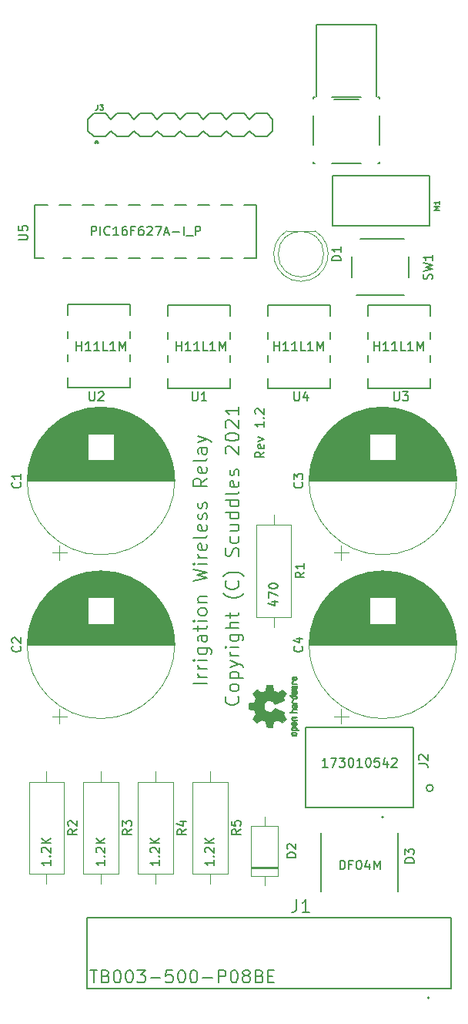
<source format=gto>
G04 #@! TF.GenerationSoftware,KiCad,Pcbnew,(5.1.7)-1*
G04 #@! TF.CreationDate,2021-02-12T16:01:14-08:00*
G04 #@! TF.ProjectId,tx,74782e6b-6963-4616-945f-706362585858,rev?*
G04 #@! TF.SameCoordinates,Original*
G04 #@! TF.FileFunction,Legend,Top*
G04 #@! TF.FilePolarity,Positive*
%FSLAX46Y46*%
G04 Gerber Fmt 4.6, Leading zero omitted, Abs format (unit mm)*
G04 Created by KiCad (PCBNEW (5.1.7)-1) date 2021-02-12 16:01:14*
%MOMM*%
%LPD*%
G01*
G04 APERTURE LIST*
%ADD10C,0.150000*%
%ADD11C,0.250000*%
%ADD12C,0.152400*%
%ADD13C,0.010000*%
%ADD14C,0.200000*%
%ADD15C,0.127000*%
%ADD16C,0.120000*%
%ADD17C,0.203200*%
G04 APERTURE END LIST*
D10*
X144952380Y-87071428D02*
X144476190Y-87404761D01*
X144952380Y-87642857D02*
X143952380Y-87642857D01*
X143952380Y-87261904D01*
X144000000Y-87166666D01*
X144047619Y-87119047D01*
X144142857Y-87071428D01*
X144285714Y-87071428D01*
X144380952Y-87119047D01*
X144428571Y-87166666D01*
X144476190Y-87261904D01*
X144476190Y-87642857D01*
X144904761Y-86261904D02*
X144952380Y-86357142D01*
X144952380Y-86547619D01*
X144904761Y-86642857D01*
X144809523Y-86690476D01*
X144428571Y-86690476D01*
X144333333Y-86642857D01*
X144285714Y-86547619D01*
X144285714Y-86357142D01*
X144333333Y-86261904D01*
X144428571Y-86214285D01*
X144523809Y-86214285D01*
X144619047Y-86690476D01*
X144285714Y-85880952D02*
X144952380Y-85642857D01*
X144285714Y-85404761D01*
X144952380Y-83738095D02*
X144952380Y-84309523D01*
X144952380Y-84023809D02*
X143952380Y-84023809D01*
X144095238Y-84119047D01*
X144190476Y-84214285D01*
X144238095Y-84309523D01*
X144857142Y-83309523D02*
X144904761Y-83261904D01*
X144952380Y-83309523D01*
X144904761Y-83357142D01*
X144857142Y-83309523D01*
X144952380Y-83309523D01*
X144047619Y-82880952D02*
X144000000Y-82833333D01*
X143952380Y-82738095D01*
X143952380Y-82500000D01*
X144000000Y-82404761D01*
X144047619Y-82357142D01*
X144142857Y-82309523D01*
X144238095Y-82309523D01*
X144380952Y-82357142D01*
X144952380Y-82928571D01*
X144952380Y-82309523D01*
D11*
X126309523Y-53047619D02*
X126500000Y-52904761D01*
X126690476Y-53047619D01*
D10*
X138678571Y-112535714D02*
X137178571Y-112535714D01*
X138678571Y-111821428D02*
X137678571Y-111821428D01*
X137964285Y-111821428D02*
X137821428Y-111750000D01*
X137750000Y-111678571D01*
X137678571Y-111535714D01*
X137678571Y-111392857D01*
X138678571Y-110892857D02*
X137678571Y-110892857D01*
X137964285Y-110892857D02*
X137821428Y-110821428D01*
X137750000Y-110750000D01*
X137678571Y-110607142D01*
X137678571Y-110464285D01*
X138678571Y-109964285D02*
X137678571Y-109964285D01*
X137178571Y-109964285D02*
X137250000Y-110035714D01*
X137321428Y-109964285D01*
X137250000Y-109892857D01*
X137178571Y-109964285D01*
X137321428Y-109964285D01*
X137678571Y-108607142D02*
X138892857Y-108607142D01*
X139035714Y-108678571D01*
X139107142Y-108750000D01*
X139178571Y-108892857D01*
X139178571Y-109107142D01*
X139107142Y-109250000D01*
X138607142Y-108607142D02*
X138678571Y-108750000D01*
X138678571Y-109035714D01*
X138607142Y-109178571D01*
X138535714Y-109250000D01*
X138392857Y-109321428D01*
X137964285Y-109321428D01*
X137821428Y-109250000D01*
X137750000Y-109178571D01*
X137678571Y-109035714D01*
X137678571Y-108750000D01*
X137750000Y-108607142D01*
X138678571Y-107250000D02*
X137892857Y-107250000D01*
X137750000Y-107321428D01*
X137678571Y-107464285D01*
X137678571Y-107750000D01*
X137750000Y-107892857D01*
X138607142Y-107250000D02*
X138678571Y-107392857D01*
X138678571Y-107750000D01*
X138607142Y-107892857D01*
X138464285Y-107964285D01*
X138321428Y-107964285D01*
X138178571Y-107892857D01*
X138107142Y-107750000D01*
X138107142Y-107392857D01*
X138035714Y-107250000D01*
X137678571Y-106750000D02*
X137678571Y-106178571D01*
X137178571Y-106535714D02*
X138464285Y-106535714D01*
X138607142Y-106464285D01*
X138678571Y-106321428D01*
X138678571Y-106178571D01*
X138678571Y-105678571D02*
X137678571Y-105678571D01*
X137178571Y-105678571D02*
X137250000Y-105750000D01*
X137321428Y-105678571D01*
X137250000Y-105607142D01*
X137178571Y-105678571D01*
X137321428Y-105678571D01*
X138678571Y-104750000D02*
X138607142Y-104892857D01*
X138535714Y-104964285D01*
X138392857Y-105035714D01*
X137964285Y-105035714D01*
X137821428Y-104964285D01*
X137750000Y-104892857D01*
X137678571Y-104750000D01*
X137678571Y-104535714D01*
X137750000Y-104392857D01*
X137821428Y-104321428D01*
X137964285Y-104250000D01*
X138392857Y-104250000D01*
X138535714Y-104321428D01*
X138607142Y-104392857D01*
X138678571Y-104535714D01*
X138678571Y-104750000D01*
X137678571Y-103607142D02*
X138678571Y-103607142D01*
X137821428Y-103607142D02*
X137750000Y-103535714D01*
X137678571Y-103392857D01*
X137678571Y-103178571D01*
X137750000Y-103035714D01*
X137892857Y-102964285D01*
X138678571Y-102964285D01*
X137178571Y-101250000D02*
X138678571Y-100892857D01*
X137607142Y-100607142D01*
X138678571Y-100321428D01*
X137178571Y-99964285D01*
X138678571Y-99392857D02*
X137678571Y-99392857D01*
X137178571Y-99392857D02*
X137250000Y-99464285D01*
X137321428Y-99392857D01*
X137250000Y-99321428D01*
X137178571Y-99392857D01*
X137321428Y-99392857D01*
X138678571Y-98678571D02*
X137678571Y-98678571D01*
X137964285Y-98678571D02*
X137821428Y-98607142D01*
X137750000Y-98535714D01*
X137678571Y-98392857D01*
X137678571Y-98250000D01*
X138607142Y-97178571D02*
X138678571Y-97321428D01*
X138678571Y-97607142D01*
X138607142Y-97750000D01*
X138464285Y-97821428D01*
X137892857Y-97821428D01*
X137750000Y-97750000D01*
X137678571Y-97607142D01*
X137678571Y-97321428D01*
X137750000Y-97178571D01*
X137892857Y-97107142D01*
X138035714Y-97107142D01*
X138178571Y-97821428D01*
X138678571Y-96250000D02*
X138607142Y-96392857D01*
X138464285Y-96464285D01*
X137178571Y-96464285D01*
X138607142Y-95107142D02*
X138678571Y-95250000D01*
X138678571Y-95535714D01*
X138607142Y-95678571D01*
X138464285Y-95750000D01*
X137892857Y-95750000D01*
X137750000Y-95678571D01*
X137678571Y-95535714D01*
X137678571Y-95250000D01*
X137750000Y-95107142D01*
X137892857Y-95035714D01*
X138035714Y-95035714D01*
X138178571Y-95750000D01*
X138607142Y-94464285D02*
X138678571Y-94321428D01*
X138678571Y-94035714D01*
X138607142Y-93892857D01*
X138464285Y-93821428D01*
X138392857Y-93821428D01*
X138250000Y-93892857D01*
X138178571Y-94035714D01*
X138178571Y-94250000D01*
X138107142Y-94392857D01*
X137964285Y-94464285D01*
X137892857Y-94464285D01*
X137750000Y-94392857D01*
X137678571Y-94250000D01*
X137678571Y-94035714D01*
X137750000Y-93892857D01*
X138607142Y-93250000D02*
X138678571Y-93107142D01*
X138678571Y-92821428D01*
X138607142Y-92678571D01*
X138464285Y-92607142D01*
X138392857Y-92607142D01*
X138250000Y-92678571D01*
X138178571Y-92821428D01*
X138178571Y-93035714D01*
X138107142Y-93178571D01*
X137964285Y-93250000D01*
X137892857Y-93250000D01*
X137750000Y-93178571D01*
X137678571Y-93035714D01*
X137678571Y-92821428D01*
X137750000Y-92678571D01*
X138678571Y-89964285D02*
X137964285Y-90464285D01*
X138678571Y-90821428D02*
X137178571Y-90821428D01*
X137178571Y-90250000D01*
X137250000Y-90107142D01*
X137321428Y-90035714D01*
X137464285Y-89964285D01*
X137678571Y-89964285D01*
X137821428Y-90035714D01*
X137892857Y-90107142D01*
X137964285Y-90250000D01*
X137964285Y-90821428D01*
X138607142Y-88750000D02*
X138678571Y-88892857D01*
X138678571Y-89178571D01*
X138607142Y-89321428D01*
X138464285Y-89392857D01*
X137892857Y-89392857D01*
X137750000Y-89321428D01*
X137678571Y-89178571D01*
X137678571Y-88892857D01*
X137750000Y-88750000D01*
X137892857Y-88678571D01*
X138035714Y-88678571D01*
X138178571Y-89392857D01*
X138678571Y-87821428D02*
X138607142Y-87964285D01*
X138464285Y-88035714D01*
X137178571Y-88035714D01*
X138678571Y-86607142D02*
X137892857Y-86607142D01*
X137750000Y-86678571D01*
X137678571Y-86821428D01*
X137678571Y-87107142D01*
X137750000Y-87250000D01*
X138607142Y-86607142D02*
X138678571Y-86750000D01*
X138678571Y-87107142D01*
X138607142Y-87250000D01*
X138464285Y-87321428D01*
X138321428Y-87321428D01*
X138178571Y-87250000D01*
X138107142Y-87107142D01*
X138107142Y-86750000D01*
X138035714Y-86607142D01*
X137678571Y-86035714D02*
X138678571Y-85678571D01*
X137678571Y-85321428D02*
X138678571Y-85678571D01*
X139035714Y-85821428D01*
X139107142Y-85892857D01*
X139178571Y-86035714D01*
X142035714Y-113928571D02*
X142107142Y-114000000D01*
X142178571Y-114214285D01*
X142178571Y-114357142D01*
X142107142Y-114571428D01*
X141964285Y-114714285D01*
X141821428Y-114785714D01*
X141535714Y-114857142D01*
X141321428Y-114857142D01*
X141035714Y-114785714D01*
X140892857Y-114714285D01*
X140750000Y-114571428D01*
X140678571Y-114357142D01*
X140678571Y-114214285D01*
X140750000Y-114000000D01*
X140821428Y-113928571D01*
X142178571Y-113071428D02*
X142107142Y-113214285D01*
X142035714Y-113285714D01*
X141892857Y-113357142D01*
X141464285Y-113357142D01*
X141321428Y-113285714D01*
X141250000Y-113214285D01*
X141178571Y-113071428D01*
X141178571Y-112857142D01*
X141250000Y-112714285D01*
X141321428Y-112642857D01*
X141464285Y-112571428D01*
X141892857Y-112571428D01*
X142035714Y-112642857D01*
X142107142Y-112714285D01*
X142178571Y-112857142D01*
X142178571Y-113071428D01*
X141178571Y-111928571D02*
X142678571Y-111928571D01*
X141250000Y-111928571D02*
X141178571Y-111785714D01*
X141178571Y-111500000D01*
X141250000Y-111357142D01*
X141321428Y-111285714D01*
X141464285Y-111214285D01*
X141892857Y-111214285D01*
X142035714Y-111285714D01*
X142107142Y-111357142D01*
X142178571Y-111500000D01*
X142178571Y-111785714D01*
X142107142Y-111928571D01*
X141178571Y-110714285D02*
X142178571Y-110357142D01*
X141178571Y-110000000D02*
X142178571Y-110357142D01*
X142535714Y-110500000D01*
X142607142Y-110571428D01*
X142678571Y-110714285D01*
X142178571Y-109428571D02*
X141178571Y-109428571D01*
X141464285Y-109428571D02*
X141321428Y-109357142D01*
X141250000Y-109285714D01*
X141178571Y-109142857D01*
X141178571Y-109000000D01*
X142178571Y-108500000D02*
X141178571Y-108500000D01*
X140678571Y-108500000D02*
X140750000Y-108571428D01*
X140821428Y-108500000D01*
X140750000Y-108428571D01*
X140678571Y-108500000D01*
X140821428Y-108500000D01*
X141178571Y-107142857D02*
X142392857Y-107142857D01*
X142535714Y-107214285D01*
X142607142Y-107285714D01*
X142678571Y-107428571D01*
X142678571Y-107642857D01*
X142607142Y-107785714D01*
X142107142Y-107142857D02*
X142178571Y-107285714D01*
X142178571Y-107571428D01*
X142107142Y-107714285D01*
X142035714Y-107785714D01*
X141892857Y-107857142D01*
X141464285Y-107857142D01*
X141321428Y-107785714D01*
X141250000Y-107714285D01*
X141178571Y-107571428D01*
X141178571Y-107285714D01*
X141250000Y-107142857D01*
X142178571Y-106428571D02*
X140678571Y-106428571D01*
X142178571Y-105785714D02*
X141392857Y-105785714D01*
X141250000Y-105857142D01*
X141178571Y-106000000D01*
X141178571Y-106214285D01*
X141250000Y-106357142D01*
X141321428Y-106428571D01*
X141178571Y-105285714D02*
X141178571Y-104714285D01*
X140678571Y-105071428D02*
X141964285Y-105071428D01*
X142107142Y-105000000D01*
X142178571Y-104857142D01*
X142178571Y-104714285D01*
X142750000Y-102642857D02*
X142678571Y-102714285D01*
X142464285Y-102857142D01*
X142321428Y-102928571D01*
X142107142Y-103000000D01*
X141750000Y-103071428D01*
X141464285Y-103071428D01*
X141107142Y-103000000D01*
X140892857Y-102928571D01*
X140750000Y-102857142D01*
X140535714Y-102714285D01*
X140464285Y-102642857D01*
X142035714Y-101214285D02*
X142107142Y-101285714D01*
X142178571Y-101500000D01*
X142178571Y-101642857D01*
X142107142Y-101857142D01*
X141964285Y-102000000D01*
X141821428Y-102071428D01*
X141535714Y-102142857D01*
X141321428Y-102142857D01*
X141035714Y-102071428D01*
X140892857Y-102000000D01*
X140750000Y-101857142D01*
X140678571Y-101642857D01*
X140678571Y-101500000D01*
X140750000Y-101285714D01*
X140821428Y-101214285D01*
X142750000Y-100714285D02*
X142678571Y-100642857D01*
X142464285Y-100500000D01*
X142321428Y-100428571D01*
X142107142Y-100357142D01*
X141750000Y-100285714D01*
X141464285Y-100285714D01*
X141107142Y-100357142D01*
X140892857Y-100428571D01*
X140750000Y-100500000D01*
X140535714Y-100642857D01*
X140464285Y-100714285D01*
X142107142Y-98500000D02*
X142178571Y-98285714D01*
X142178571Y-97928571D01*
X142107142Y-97785714D01*
X142035714Y-97714285D01*
X141892857Y-97642857D01*
X141750000Y-97642857D01*
X141607142Y-97714285D01*
X141535714Y-97785714D01*
X141464285Y-97928571D01*
X141392857Y-98214285D01*
X141321428Y-98357142D01*
X141250000Y-98428571D01*
X141107142Y-98500000D01*
X140964285Y-98500000D01*
X140821428Y-98428571D01*
X140750000Y-98357142D01*
X140678571Y-98214285D01*
X140678571Y-97857142D01*
X140750000Y-97642857D01*
X142107142Y-96357142D02*
X142178571Y-96500000D01*
X142178571Y-96785714D01*
X142107142Y-96928571D01*
X142035714Y-97000000D01*
X141892857Y-97071428D01*
X141464285Y-97071428D01*
X141321428Y-97000000D01*
X141250000Y-96928571D01*
X141178571Y-96785714D01*
X141178571Y-96500000D01*
X141250000Y-96357142D01*
X141178571Y-95071428D02*
X142178571Y-95071428D01*
X141178571Y-95714285D02*
X141964285Y-95714285D01*
X142107142Y-95642857D01*
X142178571Y-95500000D01*
X142178571Y-95285714D01*
X142107142Y-95142857D01*
X142035714Y-95071428D01*
X142178571Y-93714285D02*
X140678571Y-93714285D01*
X142107142Y-93714285D02*
X142178571Y-93857142D01*
X142178571Y-94142857D01*
X142107142Y-94285714D01*
X142035714Y-94357142D01*
X141892857Y-94428571D01*
X141464285Y-94428571D01*
X141321428Y-94357142D01*
X141250000Y-94285714D01*
X141178571Y-94142857D01*
X141178571Y-93857142D01*
X141250000Y-93714285D01*
X142178571Y-92357142D02*
X140678571Y-92357142D01*
X142107142Y-92357142D02*
X142178571Y-92500000D01*
X142178571Y-92785714D01*
X142107142Y-92928571D01*
X142035714Y-93000000D01*
X141892857Y-93071428D01*
X141464285Y-93071428D01*
X141321428Y-93000000D01*
X141250000Y-92928571D01*
X141178571Y-92785714D01*
X141178571Y-92500000D01*
X141250000Y-92357142D01*
X142178571Y-91428571D02*
X142107142Y-91571428D01*
X141964285Y-91642857D01*
X140678571Y-91642857D01*
X142107142Y-90285714D02*
X142178571Y-90428571D01*
X142178571Y-90714285D01*
X142107142Y-90857142D01*
X141964285Y-90928571D01*
X141392857Y-90928571D01*
X141250000Y-90857142D01*
X141178571Y-90714285D01*
X141178571Y-90428571D01*
X141250000Y-90285714D01*
X141392857Y-90214285D01*
X141535714Y-90214285D01*
X141678571Y-90928571D01*
X142107142Y-89642857D02*
X142178571Y-89500000D01*
X142178571Y-89214285D01*
X142107142Y-89071428D01*
X141964285Y-89000000D01*
X141892857Y-89000000D01*
X141750000Y-89071428D01*
X141678571Y-89214285D01*
X141678571Y-89428571D01*
X141607142Y-89571428D01*
X141464285Y-89642857D01*
X141392857Y-89642857D01*
X141250000Y-89571428D01*
X141178571Y-89428571D01*
X141178571Y-89214285D01*
X141250000Y-89071428D01*
X140821428Y-87285714D02*
X140750000Y-87214285D01*
X140678571Y-87071428D01*
X140678571Y-86714285D01*
X140750000Y-86571428D01*
X140821428Y-86500000D01*
X140964285Y-86428571D01*
X141107142Y-86428571D01*
X141321428Y-86500000D01*
X142178571Y-87357142D01*
X142178571Y-86428571D01*
X140678571Y-85500000D02*
X140678571Y-85357142D01*
X140750000Y-85214285D01*
X140821428Y-85142857D01*
X140964285Y-85071428D01*
X141250000Y-85000000D01*
X141607142Y-85000000D01*
X141892857Y-85071428D01*
X142035714Y-85142857D01*
X142107142Y-85214285D01*
X142178571Y-85357142D01*
X142178571Y-85500000D01*
X142107142Y-85642857D01*
X142035714Y-85714285D01*
X141892857Y-85785714D01*
X141607142Y-85857142D01*
X141250000Y-85857142D01*
X140964285Y-85785714D01*
X140821428Y-85714285D01*
X140750000Y-85642857D01*
X140678571Y-85500000D01*
X140821428Y-84428571D02*
X140750000Y-84357142D01*
X140678571Y-84214285D01*
X140678571Y-83857142D01*
X140750000Y-83714285D01*
X140821428Y-83642857D01*
X140964285Y-83571428D01*
X141107142Y-83571428D01*
X141321428Y-83642857D01*
X142178571Y-84500000D01*
X142178571Y-83571428D01*
X142178571Y-82142857D02*
X142178571Y-83000000D01*
X142178571Y-82571428D02*
X140678571Y-82571428D01*
X140892857Y-82714285D01*
X141035714Y-82857142D01*
X141107142Y-83000000D01*
D12*
X161390900Y-117364500D02*
X149529100Y-117364500D01*
X149529100Y-117364500D02*
X149529100Y-126127500D01*
X149529100Y-126127500D02*
X161390900Y-126127500D01*
X161390900Y-126127500D02*
X161390900Y-117364500D01*
X163549900Y-124000000D02*
G75*
G03*
X163549900Y-124000000I-381000J0D01*
G01*
D13*
G36*
X143242348Y-114896090D02*
G01*
X143242778Y-114817546D01*
X143243942Y-114760702D01*
X143246207Y-114721895D01*
X143249940Y-114697462D01*
X143255506Y-114683738D01*
X143263273Y-114677060D01*
X143273605Y-114673764D01*
X143274943Y-114673444D01*
X143299079Y-114668438D01*
X143346701Y-114659171D01*
X143412741Y-114646608D01*
X143492128Y-114631713D01*
X143579796Y-114615449D01*
X143582875Y-114614881D01*
X143668789Y-114598590D01*
X143744696Y-114583348D01*
X143806045Y-114570139D01*
X143848282Y-114559946D01*
X143866855Y-114553752D01*
X143867184Y-114553457D01*
X143876253Y-114535212D01*
X143891367Y-114497595D01*
X143909262Y-114448729D01*
X143909358Y-114448457D01*
X143932493Y-114386907D01*
X143961965Y-114314343D01*
X143991597Y-114245943D01*
X143993062Y-114242706D01*
X144043626Y-114131298D01*
X143875160Y-113884601D01*
X143823803Y-113808923D01*
X143777889Y-113740369D01*
X143740030Y-113682912D01*
X143712837Y-113640524D01*
X143698921Y-113617175D01*
X143697889Y-113614958D01*
X143702484Y-113597990D01*
X143724655Y-113566299D01*
X143765447Y-113518648D01*
X143825905Y-113453802D01*
X143890227Y-113387603D01*
X143953612Y-113323786D01*
X144011451Y-113266671D01*
X144060175Y-113219695D01*
X144096210Y-113186297D01*
X144115984Y-113169915D01*
X144117002Y-113169306D01*
X144130572Y-113167495D01*
X144152733Y-113174317D01*
X144186478Y-113191460D01*
X144234800Y-113220607D01*
X144300692Y-113263445D01*
X144385517Y-113320552D01*
X144460177Y-113371234D01*
X144527140Y-113416539D01*
X144582516Y-113453850D01*
X144622420Y-113480548D01*
X144642962Y-113494015D01*
X144644356Y-113494863D01*
X144664038Y-113493219D01*
X144702293Y-113480755D01*
X144751889Y-113459952D01*
X144767728Y-113452538D01*
X144838290Y-113420186D01*
X144918353Y-113385672D01*
X144987629Y-113357635D01*
X145039045Y-113337432D01*
X145078119Y-113321385D01*
X145098541Y-113312112D01*
X145100114Y-113310959D01*
X145102721Y-113293904D01*
X145109863Y-113253702D01*
X145120523Y-113195698D01*
X145133685Y-113125237D01*
X145148333Y-113047665D01*
X145163449Y-112968328D01*
X145178018Y-112892569D01*
X145191022Y-112825736D01*
X145201445Y-112773172D01*
X145208270Y-112740224D01*
X145210199Y-112732143D01*
X145214962Y-112723795D01*
X145225718Y-112717494D01*
X145246098Y-112712955D01*
X145279734Y-112709896D01*
X145330255Y-112708033D01*
X145401292Y-112707082D01*
X145496476Y-112706760D01*
X145535492Y-112706743D01*
X145852799Y-112706743D01*
X145867839Y-112782943D01*
X145875995Y-112825337D01*
X145887899Y-112888600D01*
X145902116Y-112965038D01*
X145917210Y-113046957D01*
X145921355Y-113069600D01*
X145936053Y-113145194D01*
X145950505Y-113211047D01*
X145963375Y-113261634D01*
X145973322Y-113291426D01*
X145976287Y-113296388D01*
X145997283Y-113308574D01*
X146037967Y-113326047D01*
X146090322Y-113345423D01*
X146101600Y-113349266D01*
X146171523Y-113374661D01*
X146250418Y-113406183D01*
X146321266Y-113437031D01*
X146321595Y-113437183D01*
X146432733Y-113488553D01*
X146681253Y-113319601D01*
X146929772Y-113150648D01*
X147147058Y-113367571D01*
X147211726Y-113433181D01*
X147268733Y-113493021D01*
X147315033Y-113543733D01*
X147347584Y-113581954D01*
X147363343Y-113604325D01*
X147364343Y-113607534D01*
X147356469Y-113626374D01*
X147334578Y-113664820D01*
X147301267Y-113718670D01*
X147259131Y-113783724D01*
X147211943Y-113854060D01*
X147163810Y-113925445D01*
X147121928Y-113989092D01*
X147088871Y-114040959D01*
X147067218Y-114077005D01*
X147059543Y-114093133D01*
X147066037Y-114112811D01*
X147083150Y-114150125D01*
X147107326Y-114197379D01*
X147110013Y-114202388D01*
X147141927Y-114266023D01*
X147157579Y-114309659D01*
X147157745Y-114336798D01*
X147143204Y-114350943D01*
X147143000Y-114351025D01*
X147125779Y-114358095D01*
X147084899Y-114374958D01*
X147023525Y-114400305D01*
X146944819Y-114432829D01*
X146851947Y-114471222D01*
X146748072Y-114514178D01*
X146647502Y-114555778D01*
X146536516Y-114601496D01*
X146433703Y-114643474D01*
X146342215Y-114680452D01*
X146265201Y-114711173D01*
X146205815Y-114734378D01*
X146167209Y-114748810D01*
X146152800Y-114753257D01*
X146136272Y-114742104D01*
X146109930Y-114712931D01*
X146080887Y-114674029D01*
X145989039Y-114563243D01*
X145883759Y-114476649D01*
X145767266Y-114415284D01*
X145641776Y-114380185D01*
X145509507Y-114372392D01*
X145448457Y-114378057D01*
X145321795Y-114408922D01*
X145209941Y-114462080D01*
X145114001Y-114534233D01*
X145035076Y-114622083D01*
X144974270Y-114722335D01*
X144932687Y-114831690D01*
X144911428Y-114946853D01*
X144911599Y-115064525D01*
X144934301Y-115181410D01*
X144980638Y-115294211D01*
X145051713Y-115399631D01*
X145091911Y-115443632D01*
X145195129Y-115528021D01*
X145307925Y-115586778D01*
X145427010Y-115620296D01*
X145549095Y-115628965D01*
X145670893Y-115613177D01*
X145789116Y-115573322D01*
X145900475Y-115509793D01*
X146001684Y-115422979D01*
X146080887Y-115325971D01*
X146111162Y-115285563D01*
X146137219Y-115257018D01*
X146152825Y-115246743D01*
X146169843Y-115252123D01*
X146210500Y-115267425D01*
X146271642Y-115291388D01*
X146350119Y-115322756D01*
X146442780Y-115360268D01*
X146546472Y-115402667D01*
X146647526Y-115444337D01*
X146758607Y-115490310D01*
X146861541Y-115532893D01*
X146953165Y-115570779D01*
X147030316Y-115602660D01*
X147089831Y-115627229D01*
X147128544Y-115643180D01*
X147143000Y-115649090D01*
X147157685Y-115663052D01*
X147157642Y-115690060D01*
X147142099Y-115733587D01*
X147110284Y-115797110D01*
X147110013Y-115797612D01*
X147085323Y-115845440D01*
X147067338Y-115884103D01*
X147059614Y-115905905D01*
X147059543Y-115906867D01*
X147067378Y-115923279D01*
X147089165Y-115959513D01*
X147122328Y-116011526D01*
X147164291Y-116075275D01*
X147211943Y-116145940D01*
X147260191Y-116217884D01*
X147302151Y-116282726D01*
X147335227Y-116336265D01*
X147356821Y-116374303D01*
X147364343Y-116392467D01*
X147354457Y-116409192D01*
X147326826Y-116442820D01*
X147284495Y-116489990D01*
X147230505Y-116547342D01*
X147167899Y-116611516D01*
X147146983Y-116632503D01*
X146929623Y-116849501D01*
X146687220Y-116684332D01*
X146612781Y-116634136D01*
X146545972Y-116590081D01*
X146490665Y-116554638D01*
X146450729Y-116530281D01*
X146430036Y-116519478D01*
X146428563Y-116519162D01*
X146409058Y-116524857D01*
X146369822Y-116540174D01*
X146317430Y-116562463D01*
X146282355Y-116578107D01*
X146215201Y-116607359D01*
X146147358Y-116634906D01*
X146090034Y-116656263D01*
X146072572Y-116662065D01*
X146025938Y-116678548D01*
X145989905Y-116694660D01*
X145976287Y-116703510D01*
X145967952Y-116723040D01*
X145956137Y-116765666D01*
X145942181Y-116825855D01*
X145927422Y-116898078D01*
X145921355Y-116930400D01*
X145906273Y-117012478D01*
X145891669Y-117091205D01*
X145878980Y-117158891D01*
X145869642Y-117207840D01*
X145867839Y-117217057D01*
X145852799Y-117293257D01*
X145535492Y-117293257D01*
X145431154Y-117293086D01*
X145352213Y-117292384D01*
X145295038Y-117290866D01*
X145255999Y-117288251D01*
X145231465Y-117284254D01*
X145217805Y-117278591D01*
X145211389Y-117270980D01*
X145210199Y-117267857D01*
X145205980Y-117249022D01*
X145197562Y-117207412D01*
X145185961Y-117148370D01*
X145172195Y-117077243D01*
X145157280Y-116999375D01*
X145142232Y-116920113D01*
X145128069Y-116844802D01*
X145115806Y-116778787D01*
X145106461Y-116727413D01*
X145101050Y-116696025D01*
X145100114Y-116689041D01*
X145087596Y-116682715D01*
X145054246Y-116668710D01*
X145006377Y-116649645D01*
X144987629Y-116642366D01*
X144915195Y-116613004D01*
X144835170Y-116578429D01*
X144767728Y-116547463D01*
X144716159Y-116524677D01*
X144673785Y-116509518D01*
X144647834Y-116504458D01*
X144644356Y-116505264D01*
X144627936Y-116515959D01*
X144591417Y-116540380D01*
X144538687Y-116575905D01*
X144473635Y-116619913D01*
X144400151Y-116669783D01*
X144385645Y-116679644D01*
X144299704Y-116737508D01*
X144234261Y-116780044D01*
X144186304Y-116808946D01*
X144152820Y-116825910D01*
X144130795Y-116832633D01*
X144117217Y-116830810D01*
X144117131Y-116830764D01*
X144099297Y-116816414D01*
X144064817Y-116784677D01*
X144017268Y-116738990D01*
X143960222Y-116682796D01*
X143897255Y-116619532D01*
X143890227Y-116612398D01*
X143813020Y-116532670D01*
X143756330Y-116471143D01*
X143719110Y-116426579D01*
X143700315Y-116397743D01*
X143697889Y-116385042D01*
X143708471Y-116366506D01*
X143732916Y-116328039D01*
X143768612Y-116273614D01*
X143812947Y-116207202D01*
X143863311Y-116132775D01*
X143875160Y-116115399D01*
X144043626Y-115868703D01*
X143993062Y-115757294D01*
X143963595Y-115689543D01*
X143933959Y-115616817D01*
X143910330Y-115554297D01*
X143909358Y-115551543D01*
X143891457Y-115502640D01*
X143876320Y-115464943D01*
X143867210Y-115446575D01*
X143867184Y-115446544D01*
X143850717Y-115440715D01*
X143810219Y-115430808D01*
X143750242Y-115417805D01*
X143675340Y-115402691D01*
X143590064Y-115386448D01*
X143582875Y-115385119D01*
X143495014Y-115368825D01*
X143415260Y-115353867D01*
X143348681Y-115341209D01*
X143300347Y-115331814D01*
X143275325Y-115326646D01*
X143274943Y-115326556D01*
X143264299Y-115323411D01*
X143256262Y-115317296D01*
X143250467Y-115304547D01*
X143246547Y-115281500D01*
X143244135Y-115244491D01*
X143242865Y-115189856D01*
X143242371Y-115113933D01*
X143242286Y-115013056D01*
X143242286Y-115000000D01*
X143242348Y-114896090D01*
G37*
X143242348Y-114896090D02*
X143242778Y-114817546D01*
X143243942Y-114760702D01*
X143246207Y-114721895D01*
X143249940Y-114697462D01*
X143255506Y-114683738D01*
X143263273Y-114677060D01*
X143273605Y-114673764D01*
X143274943Y-114673444D01*
X143299079Y-114668438D01*
X143346701Y-114659171D01*
X143412741Y-114646608D01*
X143492128Y-114631713D01*
X143579796Y-114615449D01*
X143582875Y-114614881D01*
X143668789Y-114598590D01*
X143744696Y-114583348D01*
X143806045Y-114570139D01*
X143848282Y-114559946D01*
X143866855Y-114553752D01*
X143867184Y-114553457D01*
X143876253Y-114535212D01*
X143891367Y-114497595D01*
X143909262Y-114448729D01*
X143909358Y-114448457D01*
X143932493Y-114386907D01*
X143961965Y-114314343D01*
X143991597Y-114245943D01*
X143993062Y-114242706D01*
X144043626Y-114131298D01*
X143875160Y-113884601D01*
X143823803Y-113808923D01*
X143777889Y-113740369D01*
X143740030Y-113682912D01*
X143712837Y-113640524D01*
X143698921Y-113617175D01*
X143697889Y-113614958D01*
X143702484Y-113597990D01*
X143724655Y-113566299D01*
X143765447Y-113518648D01*
X143825905Y-113453802D01*
X143890227Y-113387603D01*
X143953612Y-113323786D01*
X144011451Y-113266671D01*
X144060175Y-113219695D01*
X144096210Y-113186297D01*
X144115984Y-113169915D01*
X144117002Y-113169306D01*
X144130572Y-113167495D01*
X144152733Y-113174317D01*
X144186478Y-113191460D01*
X144234800Y-113220607D01*
X144300692Y-113263445D01*
X144385517Y-113320552D01*
X144460177Y-113371234D01*
X144527140Y-113416539D01*
X144582516Y-113453850D01*
X144622420Y-113480548D01*
X144642962Y-113494015D01*
X144644356Y-113494863D01*
X144664038Y-113493219D01*
X144702293Y-113480755D01*
X144751889Y-113459952D01*
X144767728Y-113452538D01*
X144838290Y-113420186D01*
X144918353Y-113385672D01*
X144987629Y-113357635D01*
X145039045Y-113337432D01*
X145078119Y-113321385D01*
X145098541Y-113312112D01*
X145100114Y-113310959D01*
X145102721Y-113293904D01*
X145109863Y-113253702D01*
X145120523Y-113195698D01*
X145133685Y-113125237D01*
X145148333Y-113047665D01*
X145163449Y-112968328D01*
X145178018Y-112892569D01*
X145191022Y-112825736D01*
X145201445Y-112773172D01*
X145208270Y-112740224D01*
X145210199Y-112732143D01*
X145214962Y-112723795D01*
X145225718Y-112717494D01*
X145246098Y-112712955D01*
X145279734Y-112709896D01*
X145330255Y-112708033D01*
X145401292Y-112707082D01*
X145496476Y-112706760D01*
X145535492Y-112706743D01*
X145852799Y-112706743D01*
X145867839Y-112782943D01*
X145875995Y-112825337D01*
X145887899Y-112888600D01*
X145902116Y-112965038D01*
X145917210Y-113046957D01*
X145921355Y-113069600D01*
X145936053Y-113145194D01*
X145950505Y-113211047D01*
X145963375Y-113261634D01*
X145973322Y-113291426D01*
X145976287Y-113296388D01*
X145997283Y-113308574D01*
X146037967Y-113326047D01*
X146090322Y-113345423D01*
X146101600Y-113349266D01*
X146171523Y-113374661D01*
X146250418Y-113406183D01*
X146321266Y-113437031D01*
X146321595Y-113437183D01*
X146432733Y-113488553D01*
X146681253Y-113319601D01*
X146929772Y-113150648D01*
X147147058Y-113367571D01*
X147211726Y-113433181D01*
X147268733Y-113493021D01*
X147315033Y-113543733D01*
X147347584Y-113581954D01*
X147363343Y-113604325D01*
X147364343Y-113607534D01*
X147356469Y-113626374D01*
X147334578Y-113664820D01*
X147301267Y-113718670D01*
X147259131Y-113783724D01*
X147211943Y-113854060D01*
X147163810Y-113925445D01*
X147121928Y-113989092D01*
X147088871Y-114040959D01*
X147067218Y-114077005D01*
X147059543Y-114093133D01*
X147066037Y-114112811D01*
X147083150Y-114150125D01*
X147107326Y-114197379D01*
X147110013Y-114202388D01*
X147141927Y-114266023D01*
X147157579Y-114309659D01*
X147157745Y-114336798D01*
X147143204Y-114350943D01*
X147143000Y-114351025D01*
X147125779Y-114358095D01*
X147084899Y-114374958D01*
X147023525Y-114400305D01*
X146944819Y-114432829D01*
X146851947Y-114471222D01*
X146748072Y-114514178D01*
X146647502Y-114555778D01*
X146536516Y-114601496D01*
X146433703Y-114643474D01*
X146342215Y-114680452D01*
X146265201Y-114711173D01*
X146205815Y-114734378D01*
X146167209Y-114748810D01*
X146152800Y-114753257D01*
X146136272Y-114742104D01*
X146109930Y-114712931D01*
X146080887Y-114674029D01*
X145989039Y-114563243D01*
X145883759Y-114476649D01*
X145767266Y-114415284D01*
X145641776Y-114380185D01*
X145509507Y-114372392D01*
X145448457Y-114378057D01*
X145321795Y-114408922D01*
X145209941Y-114462080D01*
X145114001Y-114534233D01*
X145035076Y-114622083D01*
X144974270Y-114722335D01*
X144932687Y-114831690D01*
X144911428Y-114946853D01*
X144911599Y-115064525D01*
X144934301Y-115181410D01*
X144980638Y-115294211D01*
X145051713Y-115399631D01*
X145091911Y-115443632D01*
X145195129Y-115528021D01*
X145307925Y-115586778D01*
X145427010Y-115620296D01*
X145549095Y-115628965D01*
X145670893Y-115613177D01*
X145789116Y-115573322D01*
X145900475Y-115509793D01*
X146001684Y-115422979D01*
X146080887Y-115325971D01*
X146111162Y-115285563D01*
X146137219Y-115257018D01*
X146152825Y-115246743D01*
X146169843Y-115252123D01*
X146210500Y-115267425D01*
X146271642Y-115291388D01*
X146350119Y-115322756D01*
X146442780Y-115360268D01*
X146546472Y-115402667D01*
X146647526Y-115444337D01*
X146758607Y-115490310D01*
X146861541Y-115532893D01*
X146953165Y-115570779D01*
X147030316Y-115602660D01*
X147089831Y-115627229D01*
X147128544Y-115643180D01*
X147143000Y-115649090D01*
X147157685Y-115663052D01*
X147157642Y-115690060D01*
X147142099Y-115733587D01*
X147110284Y-115797110D01*
X147110013Y-115797612D01*
X147085323Y-115845440D01*
X147067338Y-115884103D01*
X147059614Y-115905905D01*
X147059543Y-115906867D01*
X147067378Y-115923279D01*
X147089165Y-115959513D01*
X147122328Y-116011526D01*
X147164291Y-116075275D01*
X147211943Y-116145940D01*
X147260191Y-116217884D01*
X147302151Y-116282726D01*
X147335227Y-116336265D01*
X147356821Y-116374303D01*
X147364343Y-116392467D01*
X147354457Y-116409192D01*
X147326826Y-116442820D01*
X147284495Y-116489990D01*
X147230505Y-116547342D01*
X147167899Y-116611516D01*
X147146983Y-116632503D01*
X146929623Y-116849501D01*
X146687220Y-116684332D01*
X146612781Y-116634136D01*
X146545972Y-116590081D01*
X146490665Y-116554638D01*
X146450729Y-116530281D01*
X146430036Y-116519478D01*
X146428563Y-116519162D01*
X146409058Y-116524857D01*
X146369822Y-116540174D01*
X146317430Y-116562463D01*
X146282355Y-116578107D01*
X146215201Y-116607359D01*
X146147358Y-116634906D01*
X146090034Y-116656263D01*
X146072572Y-116662065D01*
X146025938Y-116678548D01*
X145989905Y-116694660D01*
X145976287Y-116703510D01*
X145967952Y-116723040D01*
X145956137Y-116765666D01*
X145942181Y-116825855D01*
X145927422Y-116898078D01*
X145921355Y-116930400D01*
X145906273Y-117012478D01*
X145891669Y-117091205D01*
X145878980Y-117158891D01*
X145869642Y-117207840D01*
X145867839Y-117217057D01*
X145852799Y-117293257D01*
X145535492Y-117293257D01*
X145431154Y-117293086D01*
X145352213Y-117292384D01*
X145295038Y-117290866D01*
X145255999Y-117288251D01*
X145231465Y-117284254D01*
X145217805Y-117278591D01*
X145211389Y-117270980D01*
X145210199Y-117267857D01*
X145205980Y-117249022D01*
X145197562Y-117207412D01*
X145185961Y-117148370D01*
X145172195Y-117077243D01*
X145157280Y-116999375D01*
X145142232Y-116920113D01*
X145128069Y-116844802D01*
X145115806Y-116778787D01*
X145106461Y-116727413D01*
X145101050Y-116696025D01*
X145100114Y-116689041D01*
X145087596Y-116682715D01*
X145054246Y-116668710D01*
X145006377Y-116649645D01*
X144987629Y-116642366D01*
X144915195Y-116613004D01*
X144835170Y-116578429D01*
X144767728Y-116547463D01*
X144716159Y-116524677D01*
X144673785Y-116509518D01*
X144647834Y-116504458D01*
X144644356Y-116505264D01*
X144627936Y-116515959D01*
X144591417Y-116540380D01*
X144538687Y-116575905D01*
X144473635Y-116619913D01*
X144400151Y-116669783D01*
X144385645Y-116679644D01*
X144299704Y-116737508D01*
X144234261Y-116780044D01*
X144186304Y-116808946D01*
X144152820Y-116825910D01*
X144130795Y-116832633D01*
X144117217Y-116830810D01*
X144117131Y-116830764D01*
X144099297Y-116816414D01*
X144064817Y-116784677D01*
X144017268Y-116738990D01*
X143960222Y-116682796D01*
X143897255Y-116619532D01*
X143890227Y-116612398D01*
X143813020Y-116532670D01*
X143756330Y-116471143D01*
X143719110Y-116426579D01*
X143700315Y-116397743D01*
X143697889Y-116385042D01*
X143708471Y-116366506D01*
X143732916Y-116328039D01*
X143768612Y-116273614D01*
X143812947Y-116207202D01*
X143863311Y-116132775D01*
X143875160Y-116115399D01*
X144043626Y-115868703D01*
X143993062Y-115757294D01*
X143963595Y-115689543D01*
X143933959Y-115616817D01*
X143910330Y-115554297D01*
X143909358Y-115551543D01*
X143891457Y-115502640D01*
X143876320Y-115464943D01*
X143867210Y-115446575D01*
X143867184Y-115446544D01*
X143850717Y-115440715D01*
X143810219Y-115430808D01*
X143750242Y-115417805D01*
X143675340Y-115402691D01*
X143590064Y-115386448D01*
X143582875Y-115385119D01*
X143495014Y-115368825D01*
X143415260Y-115353867D01*
X143348681Y-115341209D01*
X143300347Y-115331814D01*
X143275325Y-115326646D01*
X143274943Y-115326556D01*
X143264299Y-115323411D01*
X143256262Y-115317296D01*
X143250467Y-115304547D01*
X143246547Y-115281500D01*
X143244135Y-115244491D01*
X143242865Y-115189856D01*
X143242371Y-115113933D01*
X143242286Y-115013056D01*
X143242286Y-115000000D01*
X143242348Y-114896090D01*
G36*
X147966966Y-111846405D02*
G01*
X148004497Y-111788979D01*
X148038096Y-111761281D01*
X148099064Y-111739338D01*
X148147308Y-111737595D01*
X148211816Y-111741543D01*
X148276934Y-111890314D01*
X148310202Y-111962651D01*
X148336964Y-112009916D01*
X148360144Y-112034493D01*
X148382667Y-112038763D01*
X148407455Y-112025111D01*
X148423886Y-112010057D01*
X148450235Y-111966254D01*
X148452081Y-111918611D01*
X148431546Y-111874855D01*
X148390752Y-111842711D01*
X148376347Y-111836962D01*
X148331356Y-111809424D01*
X148312182Y-111777742D01*
X148295779Y-111734286D01*
X148357966Y-111734286D01*
X148400283Y-111738128D01*
X148435969Y-111753177D01*
X148476943Y-111784720D01*
X148482267Y-111789408D01*
X148518720Y-111824494D01*
X148538283Y-111854653D01*
X148547283Y-111892385D01*
X148550230Y-111923665D01*
X148550965Y-111979615D01*
X148541660Y-112019445D01*
X148527846Y-112044292D01*
X148497467Y-112083344D01*
X148464613Y-112110375D01*
X148423294Y-112127483D01*
X148367521Y-112136762D01*
X148291305Y-112140307D01*
X148252622Y-112140590D01*
X148206247Y-112139628D01*
X148206247Y-112051993D01*
X148231126Y-112050977D01*
X148235200Y-112048444D01*
X148229665Y-112031726D01*
X148215017Y-111995751D01*
X148194190Y-111947669D01*
X148189714Y-111937614D01*
X148158814Y-111876848D01*
X148131657Y-111843368D01*
X148106220Y-111836010D01*
X148080481Y-111853609D01*
X148069109Y-111868144D01*
X148046364Y-111920590D01*
X148050122Y-111969678D01*
X148077884Y-112010773D01*
X148127152Y-112039242D01*
X148166257Y-112048369D01*
X148206247Y-112051993D01*
X148206247Y-112139628D01*
X148162249Y-112138715D01*
X148095384Y-112131804D01*
X148046695Y-112118116D01*
X148010849Y-112095904D01*
X147982513Y-112063426D01*
X147973355Y-112049267D01*
X147949507Y-111984947D01*
X147948006Y-111914527D01*
X147966966Y-111846405D01*
G37*
X147966966Y-111846405D02*
X148004497Y-111788979D01*
X148038096Y-111761281D01*
X148099064Y-111739338D01*
X148147308Y-111737595D01*
X148211816Y-111741543D01*
X148276934Y-111890314D01*
X148310202Y-111962651D01*
X148336964Y-112009916D01*
X148360144Y-112034493D01*
X148382667Y-112038763D01*
X148407455Y-112025111D01*
X148423886Y-112010057D01*
X148450235Y-111966254D01*
X148452081Y-111918611D01*
X148431546Y-111874855D01*
X148390752Y-111842711D01*
X148376347Y-111836962D01*
X148331356Y-111809424D01*
X148312182Y-111777742D01*
X148295779Y-111734286D01*
X148357966Y-111734286D01*
X148400283Y-111738128D01*
X148435969Y-111753177D01*
X148476943Y-111784720D01*
X148482267Y-111789408D01*
X148518720Y-111824494D01*
X148538283Y-111854653D01*
X148547283Y-111892385D01*
X148550230Y-111923665D01*
X148550965Y-111979615D01*
X148541660Y-112019445D01*
X148527846Y-112044292D01*
X148497467Y-112083344D01*
X148464613Y-112110375D01*
X148423294Y-112127483D01*
X148367521Y-112136762D01*
X148291305Y-112140307D01*
X148252622Y-112140590D01*
X148206247Y-112139628D01*
X148206247Y-112051993D01*
X148231126Y-112050977D01*
X148235200Y-112048444D01*
X148229665Y-112031726D01*
X148215017Y-111995751D01*
X148194190Y-111947669D01*
X148189714Y-111937614D01*
X148158814Y-111876848D01*
X148131657Y-111843368D01*
X148106220Y-111836010D01*
X148080481Y-111853609D01*
X148069109Y-111868144D01*
X148046364Y-111920590D01*
X148050122Y-111969678D01*
X148077884Y-112010773D01*
X148127152Y-112039242D01*
X148166257Y-112048369D01*
X148206247Y-112051993D01*
X148206247Y-112139628D01*
X148162249Y-112138715D01*
X148095384Y-112131804D01*
X148046695Y-112118116D01*
X148010849Y-112095904D01*
X147982513Y-112063426D01*
X147973355Y-112049267D01*
X147949507Y-111984947D01*
X147948006Y-111914527D01*
X147966966Y-111846405D01*
G36*
X147958752Y-112347400D02*
G01*
X147966334Y-112330052D01*
X147999128Y-112288644D01*
X148046547Y-112253235D01*
X148097151Y-112231336D01*
X148122098Y-112227771D01*
X148156927Y-112239721D01*
X148175357Y-112265933D01*
X148186516Y-112294036D01*
X148188572Y-112306905D01*
X148173649Y-112313171D01*
X148141175Y-112325544D01*
X148126502Y-112330972D01*
X148075744Y-112361410D01*
X148050427Y-112405480D01*
X148051206Y-112461990D01*
X148052203Y-112466175D01*
X148066507Y-112496345D01*
X148094393Y-112518524D01*
X148139287Y-112533673D01*
X148204615Y-112542750D01*
X148293804Y-112546714D01*
X148341261Y-112547086D01*
X148416071Y-112547270D01*
X148467069Y-112548478D01*
X148499471Y-112551691D01*
X148518495Y-112557891D01*
X148529356Y-112568060D01*
X148537272Y-112583181D01*
X148537670Y-112584054D01*
X148549981Y-112613172D01*
X148554514Y-112627597D01*
X148540809Y-112629814D01*
X148502925Y-112631711D01*
X148445715Y-112633153D01*
X148374027Y-112634002D01*
X148321565Y-112634171D01*
X148220047Y-112633308D01*
X148143032Y-112629930D01*
X148086023Y-112622858D01*
X148044526Y-112610912D01*
X148014043Y-112592910D01*
X147990080Y-112567673D01*
X147973355Y-112542753D01*
X147951097Y-112482829D01*
X147946076Y-112413089D01*
X147958752Y-112347400D01*
G37*
X147958752Y-112347400D02*
X147966334Y-112330052D01*
X147999128Y-112288644D01*
X148046547Y-112253235D01*
X148097151Y-112231336D01*
X148122098Y-112227771D01*
X148156927Y-112239721D01*
X148175357Y-112265933D01*
X148186516Y-112294036D01*
X148188572Y-112306905D01*
X148173649Y-112313171D01*
X148141175Y-112325544D01*
X148126502Y-112330972D01*
X148075744Y-112361410D01*
X148050427Y-112405480D01*
X148051206Y-112461990D01*
X148052203Y-112466175D01*
X148066507Y-112496345D01*
X148094393Y-112518524D01*
X148139287Y-112533673D01*
X148204615Y-112542750D01*
X148293804Y-112546714D01*
X148341261Y-112547086D01*
X148416071Y-112547270D01*
X148467069Y-112548478D01*
X148499471Y-112551691D01*
X148518495Y-112557891D01*
X148529356Y-112568060D01*
X148537272Y-112583181D01*
X148537670Y-112584054D01*
X148549981Y-112613172D01*
X148554514Y-112627597D01*
X148540809Y-112629814D01*
X148502925Y-112631711D01*
X148445715Y-112633153D01*
X148374027Y-112634002D01*
X148321565Y-112634171D01*
X148220047Y-112633308D01*
X148143032Y-112629930D01*
X148086023Y-112622858D01*
X148044526Y-112610912D01*
X148014043Y-112592910D01*
X147990080Y-112567673D01*
X147973355Y-112542753D01*
X147951097Y-112482829D01*
X147946076Y-112413089D01*
X147958752Y-112347400D01*
G36*
X147956335Y-112855124D02*
G01*
X147975344Y-112813333D01*
X147998378Y-112780531D01*
X148024133Y-112756497D01*
X148057358Y-112739903D01*
X148102800Y-112729423D01*
X148165207Y-112723729D01*
X148249327Y-112721493D01*
X148304721Y-112721257D01*
X148520826Y-112721257D01*
X148537670Y-112758226D01*
X148549981Y-112787344D01*
X148554514Y-112801769D01*
X148541025Y-112804528D01*
X148504653Y-112806718D01*
X148451542Y-112808058D01*
X148409372Y-112808343D01*
X148348447Y-112809566D01*
X148300115Y-112812864D01*
X148270518Y-112817679D01*
X148264229Y-112821504D01*
X148270652Y-112847217D01*
X148287125Y-112887582D01*
X148309458Y-112934321D01*
X148333457Y-112979155D01*
X148354930Y-113013807D01*
X148369685Y-113029998D01*
X148369845Y-113030062D01*
X148397152Y-113028670D01*
X148423219Y-113016182D01*
X148444392Y-112994257D01*
X148451474Y-112962257D01*
X148450649Y-112934908D01*
X148450042Y-112896174D01*
X148459116Y-112875842D01*
X148483092Y-112863631D01*
X148487613Y-112862091D01*
X148521806Y-112856797D01*
X148542568Y-112870953D01*
X148552462Y-112907852D01*
X148554292Y-112947711D01*
X148540727Y-113019438D01*
X148521355Y-113056568D01*
X148475845Y-113102424D01*
X148419983Y-113126744D01*
X148360957Y-113128927D01*
X148305953Y-113108371D01*
X148271486Y-113077451D01*
X148252189Y-113046580D01*
X148227759Y-112998058D01*
X148202985Y-112941515D01*
X148199199Y-112932090D01*
X148171791Y-112869981D01*
X148147634Y-112834178D01*
X148123619Y-112822663D01*
X148096635Y-112833420D01*
X148075543Y-112851886D01*
X148049572Y-112895531D01*
X148047624Y-112943554D01*
X148067637Y-112987594D01*
X148107551Y-113019291D01*
X148117848Y-113023451D01*
X148155724Y-113047673D01*
X148183842Y-113083035D01*
X148206917Y-113127657D01*
X148141485Y-113127657D01*
X148101506Y-113125031D01*
X148069997Y-113113770D01*
X148036378Y-113088801D01*
X148010484Y-113064831D01*
X147973817Y-113027559D01*
X147954121Y-112998599D01*
X147946220Y-112967495D01*
X147944914Y-112932287D01*
X147956335Y-112855124D01*
G37*
X147956335Y-112855124D02*
X147975344Y-112813333D01*
X147998378Y-112780531D01*
X148024133Y-112756497D01*
X148057358Y-112739903D01*
X148102800Y-112729423D01*
X148165207Y-112723729D01*
X148249327Y-112721493D01*
X148304721Y-112721257D01*
X148520826Y-112721257D01*
X148537670Y-112758226D01*
X148549981Y-112787344D01*
X148554514Y-112801769D01*
X148541025Y-112804528D01*
X148504653Y-112806718D01*
X148451542Y-112808058D01*
X148409372Y-112808343D01*
X148348447Y-112809566D01*
X148300115Y-112812864D01*
X148270518Y-112817679D01*
X148264229Y-112821504D01*
X148270652Y-112847217D01*
X148287125Y-112887582D01*
X148309458Y-112934321D01*
X148333457Y-112979155D01*
X148354930Y-113013807D01*
X148369685Y-113029998D01*
X148369845Y-113030062D01*
X148397152Y-113028670D01*
X148423219Y-113016182D01*
X148444392Y-112994257D01*
X148451474Y-112962257D01*
X148450649Y-112934908D01*
X148450042Y-112896174D01*
X148459116Y-112875842D01*
X148483092Y-112863631D01*
X148487613Y-112862091D01*
X148521806Y-112856797D01*
X148542568Y-112870953D01*
X148552462Y-112907852D01*
X148554292Y-112947711D01*
X148540727Y-113019438D01*
X148521355Y-113056568D01*
X148475845Y-113102424D01*
X148419983Y-113126744D01*
X148360957Y-113128927D01*
X148305953Y-113108371D01*
X148271486Y-113077451D01*
X148252189Y-113046580D01*
X148227759Y-112998058D01*
X148202985Y-112941515D01*
X148199199Y-112932090D01*
X148171791Y-112869981D01*
X148147634Y-112834178D01*
X148123619Y-112822663D01*
X148096635Y-112833420D01*
X148075543Y-112851886D01*
X148049572Y-112895531D01*
X148047624Y-112943554D01*
X148067637Y-112987594D01*
X148107551Y-113019291D01*
X148117848Y-113023451D01*
X148155724Y-113047673D01*
X148183842Y-113083035D01*
X148206917Y-113127657D01*
X148141485Y-113127657D01*
X148101506Y-113125031D01*
X148069997Y-113113770D01*
X148036378Y-113088801D01*
X148010484Y-113064831D01*
X147973817Y-113027559D01*
X147954121Y-112998599D01*
X147946220Y-112967495D01*
X147944914Y-112932287D01*
X147956335Y-112855124D01*
G36*
X147958663Y-113220167D02*
G01*
X147996850Y-113217952D01*
X148054886Y-113216216D01*
X148128180Y-113215101D01*
X148205055Y-113214743D01*
X148465196Y-113214743D01*
X148511127Y-113260674D01*
X148539429Y-113292325D01*
X148550893Y-113320110D01*
X148550168Y-113358085D01*
X148548321Y-113373160D01*
X148542948Y-113420274D01*
X148539869Y-113459244D01*
X148539585Y-113468743D01*
X148541445Y-113500767D01*
X148546114Y-113546568D01*
X148548321Y-113564326D01*
X148551735Y-113607943D01*
X148544320Y-113637255D01*
X148521427Y-113666320D01*
X148511127Y-113676812D01*
X148465196Y-113722743D01*
X147978602Y-113722743D01*
X147961758Y-113685774D01*
X147949282Y-113653941D01*
X147944914Y-113635317D01*
X147958718Y-113630542D01*
X147997286Y-113626079D01*
X148056356Y-113622225D01*
X148131663Y-113619278D01*
X148195286Y-113617857D01*
X148445657Y-113613886D01*
X148450556Y-113579241D01*
X148447131Y-113547732D01*
X148436041Y-113532292D01*
X148415308Y-113527977D01*
X148371145Y-113524292D01*
X148309146Y-113521531D01*
X148234909Y-113519988D01*
X148196706Y-113519765D01*
X147976783Y-113519543D01*
X147960849Y-113473834D01*
X147950015Y-113441482D01*
X147944962Y-113423885D01*
X147944914Y-113423377D01*
X147958648Y-113421612D01*
X147996730Y-113419671D01*
X148054482Y-113417718D01*
X148127227Y-113415916D01*
X148195286Y-113414657D01*
X148445657Y-113410686D01*
X148445657Y-113323600D01*
X148217240Y-113319604D01*
X147988822Y-113315608D01*
X147966868Y-113273153D01*
X147951793Y-113241808D01*
X147944951Y-113223256D01*
X147944914Y-113222721D01*
X147958663Y-113220167D01*
G37*
X147958663Y-113220167D02*
X147996850Y-113217952D01*
X148054886Y-113216216D01*
X148128180Y-113215101D01*
X148205055Y-113214743D01*
X148465196Y-113214743D01*
X148511127Y-113260674D01*
X148539429Y-113292325D01*
X148550893Y-113320110D01*
X148550168Y-113358085D01*
X148548321Y-113373160D01*
X148542948Y-113420274D01*
X148539869Y-113459244D01*
X148539585Y-113468743D01*
X148541445Y-113500767D01*
X148546114Y-113546568D01*
X148548321Y-113564326D01*
X148551735Y-113607943D01*
X148544320Y-113637255D01*
X148521427Y-113666320D01*
X148511127Y-113676812D01*
X148465196Y-113722743D01*
X147978602Y-113722743D01*
X147961758Y-113685774D01*
X147949282Y-113653941D01*
X147944914Y-113635317D01*
X147958718Y-113630542D01*
X147997286Y-113626079D01*
X148056356Y-113622225D01*
X148131663Y-113619278D01*
X148195286Y-113617857D01*
X148445657Y-113613886D01*
X148450556Y-113579241D01*
X148447131Y-113547732D01*
X148436041Y-113532292D01*
X148415308Y-113527977D01*
X148371145Y-113524292D01*
X148309146Y-113521531D01*
X148234909Y-113519988D01*
X148196706Y-113519765D01*
X147976783Y-113519543D01*
X147960849Y-113473834D01*
X147950015Y-113441482D01*
X147944962Y-113423885D01*
X147944914Y-113423377D01*
X147958648Y-113421612D01*
X147996730Y-113419671D01*
X148054482Y-113417718D01*
X148127227Y-113415916D01*
X148195286Y-113414657D01*
X148445657Y-113410686D01*
X148445657Y-113323600D01*
X148217240Y-113319604D01*
X147988822Y-113315608D01*
X147966868Y-113273153D01*
X147951793Y-113241808D01*
X147944951Y-113223256D01*
X147944914Y-113222721D01*
X147958663Y-113220167D01*
G36*
X148065358Y-113809883D02*
G01*
X148173837Y-113810067D01*
X148257287Y-113810781D01*
X148319704Y-113812325D01*
X148365085Y-113814999D01*
X148397429Y-113819106D01*
X148420733Y-113824945D01*
X148438995Y-113832818D01*
X148449418Y-113838779D01*
X148505945Y-113888145D01*
X148541377Y-113950736D01*
X148554090Y-114019987D01*
X148542463Y-114089332D01*
X148521568Y-114130625D01*
X148485422Y-114173975D01*
X148441276Y-114203519D01*
X148383462Y-114221345D01*
X148306313Y-114229537D01*
X148249714Y-114230698D01*
X148245647Y-114230542D01*
X148245647Y-114129143D01*
X148310550Y-114128524D01*
X148353514Y-114125686D01*
X148381622Y-114119160D01*
X148401953Y-114107477D01*
X148417288Y-114093517D01*
X148446890Y-114046635D01*
X148449419Y-113996299D01*
X148424705Y-113948724D01*
X148421356Y-113945021D01*
X148403935Y-113929217D01*
X148383209Y-113919307D01*
X148352362Y-113913942D01*
X148304577Y-113911772D01*
X148251748Y-113911429D01*
X148185381Y-113912173D01*
X148141106Y-113915252D01*
X148112009Y-113921939D01*
X148091173Y-113933504D01*
X148080107Y-113942987D01*
X148052198Y-113987040D01*
X148048843Y-114037776D01*
X148070159Y-114086204D01*
X148078073Y-114095550D01*
X148095647Y-114111460D01*
X148116587Y-114121390D01*
X148147782Y-114126722D01*
X148196122Y-114128837D01*
X148245647Y-114129143D01*
X148245647Y-114230542D01*
X148158568Y-114227190D01*
X148090086Y-114215274D01*
X148038600Y-114192865D01*
X147998443Y-114157876D01*
X147977861Y-114130625D01*
X147955625Y-114081093D01*
X147945304Y-114023684D01*
X147948067Y-113970318D01*
X147959212Y-113940457D01*
X147962383Y-113928739D01*
X147950557Y-113920963D01*
X147918866Y-113915535D01*
X147870593Y-113911429D01*
X147816829Y-113906933D01*
X147784482Y-113900687D01*
X147765985Y-113889324D01*
X147753770Y-113869472D01*
X147748362Y-113857000D01*
X147728601Y-113809829D01*
X148065358Y-113809883D01*
G37*
X148065358Y-113809883D02*
X148173837Y-113810067D01*
X148257287Y-113810781D01*
X148319704Y-113812325D01*
X148365085Y-113814999D01*
X148397429Y-113819106D01*
X148420733Y-113824945D01*
X148438995Y-113832818D01*
X148449418Y-113838779D01*
X148505945Y-113888145D01*
X148541377Y-113950736D01*
X148554090Y-114019987D01*
X148542463Y-114089332D01*
X148521568Y-114130625D01*
X148485422Y-114173975D01*
X148441276Y-114203519D01*
X148383462Y-114221345D01*
X148306313Y-114229537D01*
X148249714Y-114230698D01*
X148245647Y-114230542D01*
X148245647Y-114129143D01*
X148310550Y-114128524D01*
X148353514Y-114125686D01*
X148381622Y-114119160D01*
X148401953Y-114107477D01*
X148417288Y-114093517D01*
X148446890Y-114046635D01*
X148449419Y-113996299D01*
X148424705Y-113948724D01*
X148421356Y-113945021D01*
X148403935Y-113929217D01*
X148383209Y-113919307D01*
X148352362Y-113913942D01*
X148304577Y-113911772D01*
X148251748Y-113911429D01*
X148185381Y-113912173D01*
X148141106Y-113915252D01*
X148112009Y-113921939D01*
X148091173Y-113933504D01*
X148080107Y-113942987D01*
X148052198Y-113987040D01*
X148048843Y-114037776D01*
X148070159Y-114086204D01*
X148078073Y-114095550D01*
X148095647Y-114111460D01*
X148116587Y-114121390D01*
X148147782Y-114126722D01*
X148196122Y-114128837D01*
X148245647Y-114129143D01*
X148245647Y-114230542D01*
X148158568Y-114227190D01*
X148090086Y-114215274D01*
X148038600Y-114192865D01*
X147998443Y-114157876D01*
X147977861Y-114130625D01*
X147955625Y-114081093D01*
X147945304Y-114023684D01*
X147948067Y-113970318D01*
X147959212Y-113940457D01*
X147962383Y-113928739D01*
X147950557Y-113920963D01*
X147918866Y-113915535D01*
X147870593Y-113911429D01*
X147816829Y-113906933D01*
X147784482Y-113900687D01*
X147765985Y-113889324D01*
X147753770Y-113869472D01*
X147748362Y-113857000D01*
X147728601Y-113809829D01*
X148065358Y-113809883D01*
G36*
X147949755Y-114470074D02*
G01*
X147974084Y-114404142D01*
X148017117Y-114350727D01*
X148047409Y-114329836D01*
X148102994Y-114307061D01*
X148143186Y-114307534D01*
X148170217Y-114331438D01*
X148174813Y-114340283D01*
X148189144Y-114378470D01*
X148185472Y-114397972D01*
X148161407Y-114404578D01*
X148148114Y-114404914D01*
X148099210Y-114417008D01*
X148064999Y-114448529D01*
X148048476Y-114492341D01*
X148052634Y-114541305D01*
X148074227Y-114581106D01*
X148086544Y-114594550D01*
X148101487Y-114604079D01*
X148124075Y-114610515D01*
X148159328Y-114614683D01*
X148212266Y-114617403D01*
X148287907Y-114619498D01*
X148311857Y-114620040D01*
X148393790Y-114622019D01*
X148451455Y-114624269D01*
X148489608Y-114627643D01*
X148513004Y-114632994D01*
X148526398Y-114641176D01*
X148534545Y-114653041D01*
X148538144Y-114660638D01*
X148550452Y-114692898D01*
X148554514Y-114711889D01*
X148540948Y-114718164D01*
X148499934Y-114721994D01*
X148430999Y-114723400D01*
X148333669Y-114722402D01*
X148318657Y-114722092D01*
X148229859Y-114719899D01*
X148165019Y-114717307D01*
X148119067Y-114713618D01*
X148086935Y-114708136D01*
X148063553Y-114700165D01*
X148043852Y-114689007D01*
X148035410Y-114683170D01*
X147998057Y-114649704D01*
X147969003Y-114612273D01*
X147966467Y-114607691D01*
X147946443Y-114540574D01*
X147949755Y-114470074D01*
G37*
X147949755Y-114470074D02*
X147974084Y-114404142D01*
X148017117Y-114350727D01*
X148047409Y-114329836D01*
X148102994Y-114307061D01*
X148143186Y-114307534D01*
X148170217Y-114331438D01*
X148174813Y-114340283D01*
X148189144Y-114378470D01*
X148185472Y-114397972D01*
X148161407Y-114404578D01*
X148148114Y-114404914D01*
X148099210Y-114417008D01*
X148064999Y-114448529D01*
X148048476Y-114492341D01*
X148052634Y-114541305D01*
X148074227Y-114581106D01*
X148086544Y-114594550D01*
X148101487Y-114604079D01*
X148124075Y-114610515D01*
X148159328Y-114614683D01*
X148212266Y-114617403D01*
X148287907Y-114619498D01*
X148311857Y-114620040D01*
X148393790Y-114622019D01*
X148451455Y-114624269D01*
X148489608Y-114627643D01*
X148513004Y-114632994D01*
X148526398Y-114641176D01*
X148534545Y-114653041D01*
X148538144Y-114660638D01*
X148550452Y-114692898D01*
X148554514Y-114711889D01*
X148540948Y-114718164D01*
X148499934Y-114721994D01*
X148430999Y-114723400D01*
X148333669Y-114722402D01*
X148318657Y-114722092D01*
X148229859Y-114719899D01*
X148165019Y-114717307D01*
X148119067Y-114713618D01*
X148086935Y-114708136D01*
X148063553Y-114700165D01*
X148043852Y-114689007D01*
X148035410Y-114683170D01*
X147998057Y-114649704D01*
X147969003Y-114612273D01*
X147966467Y-114607691D01*
X147946443Y-114540574D01*
X147949755Y-114470074D01*
G36*
X147950968Y-114960256D02*
G01*
X147972087Y-114903384D01*
X147972493Y-114902733D01*
X147998380Y-114867560D01*
X148028633Y-114841593D01*
X148068058Y-114823330D01*
X148121462Y-114811268D01*
X148193651Y-114803904D01*
X148289432Y-114799736D01*
X148303078Y-114799371D01*
X148508842Y-114794124D01*
X148531678Y-114838284D01*
X148547110Y-114870237D01*
X148554423Y-114889530D01*
X148554514Y-114890422D01*
X148541022Y-114893761D01*
X148504626Y-114896413D01*
X148451452Y-114898044D01*
X148408393Y-114898400D01*
X148338641Y-114898408D01*
X148294837Y-114901597D01*
X148273944Y-114912712D01*
X148272925Y-114936499D01*
X148288741Y-114977704D01*
X148317815Y-115039914D01*
X148341963Y-115085659D01*
X148362913Y-115109187D01*
X148385747Y-115116104D01*
X148386877Y-115116114D01*
X148426212Y-115104701D01*
X148447462Y-115070908D01*
X148450539Y-115019191D01*
X148450006Y-114981939D01*
X148460735Y-114962297D01*
X148486505Y-114950048D01*
X148519337Y-114942998D01*
X148537966Y-114953158D01*
X148540632Y-114956983D01*
X148551340Y-114992999D01*
X148552856Y-115043434D01*
X148545759Y-115095374D01*
X148532788Y-115132178D01*
X148489585Y-115183062D01*
X148429446Y-115211986D01*
X148382462Y-115217714D01*
X148340082Y-115213343D01*
X148305488Y-115197525D01*
X148274763Y-115166203D01*
X148243990Y-115115322D01*
X148209252Y-115040824D01*
X148207288Y-115036286D01*
X148176287Y-114969179D01*
X148150862Y-114927768D01*
X148128014Y-114910019D01*
X148104745Y-114913893D01*
X148078056Y-114937357D01*
X148071914Y-114944373D01*
X148048100Y-114991370D01*
X148049103Y-115040067D01*
X148072451Y-115082478D01*
X148115675Y-115110616D01*
X148124160Y-115113231D01*
X148165308Y-115138692D01*
X148185128Y-115170999D01*
X148204770Y-115217714D01*
X148153950Y-115217714D01*
X148080082Y-115203504D01*
X148012327Y-115161325D01*
X147989661Y-115139376D01*
X147960569Y-115089483D01*
X147947400Y-115026033D01*
X147950968Y-114960256D01*
G37*
X147950968Y-114960256D02*
X147972087Y-114903384D01*
X147972493Y-114902733D01*
X147998380Y-114867560D01*
X148028633Y-114841593D01*
X148068058Y-114823330D01*
X148121462Y-114811268D01*
X148193651Y-114803904D01*
X148289432Y-114799736D01*
X148303078Y-114799371D01*
X148508842Y-114794124D01*
X148531678Y-114838284D01*
X148547110Y-114870237D01*
X148554423Y-114889530D01*
X148554514Y-114890422D01*
X148541022Y-114893761D01*
X148504626Y-114896413D01*
X148451452Y-114898044D01*
X148408393Y-114898400D01*
X148338641Y-114898408D01*
X148294837Y-114901597D01*
X148273944Y-114912712D01*
X148272925Y-114936499D01*
X148288741Y-114977704D01*
X148317815Y-115039914D01*
X148341963Y-115085659D01*
X148362913Y-115109187D01*
X148385747Y-115116104D01*
X148386877Y-115116114D01*
X148426212Y-115104701D01*
X148447462Y-115070908D01*
X148450539Y-115019191D01*
X148450006Y-114981939D01*
X148460735Y-114962297D01*
X148486505Y-114950048D01*
X148519337Y-114942998D01*
X148537966Y-114953158D01*
X148540632Y-114956983D01*
X148551340Y-114992999D01*
X148552856Y-115043434D01*
X148545759Y-115095374D01*
X148532788Y-115132178D01*
X148489585Y-115183062D01*
X148429446Y-115211986D01*
X148382462Y-115217714D01*
X148340082Y-115213343D01*
X148305488Y-115197525D01*
X148274763Y-115166203D01*
X148243990Y-115115322D01*
X148209252Y-115040824D01*
X148207288Y-115036286D01*
X148176287Y-114969179D01*
X148150862Y-114927768D01*
X148128014Y-114910019D01*
X148104745Y-114913893D01*
X148078056Y-114937357D01*
X148071914Y-114944373D01*
X148048100Y-114991370D01*
X148049103Y-115040067D01*
X148072451Y-115082478D01*
X148115675Y-115110616D01*
X148124160Y-115113231D01*
X148165308Y-115138692D01*
X148185128Y-115170999D01*
X148204770Y-115217714D01*
X148153950Y-115217714D01*
X148080082Y-115203504D01*
X148012327Y-115161325D01*
X147989661Y-115139376D01*
X147960569Y-115089483D01*
X147947400Y-115026033D01*
X147950968Y-114960256D01*
G36*
X147851289Y-115624114D02*
G01*
X147910613Y-115619861D01*
X147945572Y-115614975D01*
X147960820Y-115608205D01*
X147961015Y-115598298D01*
X147959195Y-115595086D01*
X147946015Y-115552356D01*
X147946785Y-115496773D01*
X147960333Y-115440263D01*
X147977861Y-115404918D01*
X148005861Y-115368679D01*
X148037549Y-115342187D01*
X148077813Y-115324001D01*
X148131543Y-115312678D01*
X148203626Y-115306778D01*
X148298951Y-115304857D01*
X148317237Y-115304823D01*
X148522646Y-115304800D01*
X148538580Y-115350509D01*
X148549420Y-115382973D01*
X148554468Y-115400785D01*
X148554514Y-115401309D01*
X148540828Y-115403063D01*
X148503076Y-115404556D01*
X148446224Y-115405674D01*
X148375234Y-115406303D01*
X148332073Y-115406400D01*
X148246973Y-115406602D01*
X148185981Y-115407642D01*
X148144177Y-115410169D01*
X148116642Y-115414836D01*
X148098456Y-115422293D01*
X148084698Y-115433189D01*
X148078073Y-115439993D01*
X148051375Y-115486728D01*
X148049375Y-115537728D01*
X148071955Y-115583999D01*
X148080107Y-115592556D01*
X148095436Y-115605107D01*
X148113618Y-115613812D01*
X148139909Y-115619369D01*
X148179562Y-115622474D01*
X148237832Y-115623824D01*
X148318173Y-115624114D01*
X148522646Y-115624114D01*
X148538580Y-115669823D01*
X148549420Y-115702287D01*
X148554468Y-115720099D01*
X148554514Y-115720623D01*
X148540623Y-115721963D01*
X148501439Y-115723172D01*
X148440700Y-115724199D01*
X148362141Y-115724998D01*
X148269498Y-115725519D01*
X148166509Y-115725714D01*
X147769342Y-115725714D01*
X147749444Y-115678543D01*
X147729547Y-115631371D01*
X147851289Y-115624114D01*
G37*
X147851289Y-115624114D02*
X147910613Y-115619861D01*
X147945572Y-115614975D01*
X147960820Y-115608205D01*
X147961015Y-115598298D01*
X147959195Y-115595086D01*
X147946015Y-115552356D01*
X147946785Y-115496773D01*
X147960333Y-115440263D01*
X147977861Y-115404918D01*
X148005861Y-115368679D01*
X148037549Y-115342187D01*
X148077813Y-115324001D01*
X148131543Y-115312678D01*
X148203626Y-115306778D01*
X148298951Y-115304857D01*
X148317237Y-115304823D01*
X148522646Y-115304800D01*
X148538580Y-115350509D01*
X148549420Y-115382973D01*
X148554468Y-115400785D01*
X148554514Y-115401309D01*
X148540828Y-115403063D01*
X148503076Y-115404556D01*
X148446224Y-115405674D01*
X148375234Y-115406303D01*
X148332073Y-115406400D01*
X148246973Y-115406602D01*
X148185981Y-115407642D01*
X148144177Y-115410169D01*
X148116642Y-115414836D01*
X148098456Y-115422293D01*
X148084698Y-115433189D01*
X148078073Y-115439993D01*
X148051375Y-115486728D01*
X148049375Y-115537728D01*
X148071955Y-115583999D01*
X148080107Y-115592556D01*
X148095436Y-115605107D01*
X148113618Y-115613812D01*
X148139909Y-115619369D01*
X148179562Y-115622474D01*
X148237832Y-115623824D01*
X148318173Y-115624114D01*
X148522646Y-115624114D01*
X148538580Y-115669823D01*
X148549420Y-115702287D01*
X148554468Y-115720099D01*
X148554514Y-115720623D01*
X148540623Y-115721963D01*
X148501439Y-115723172D01*
X148440700Y-115724199D01*
X148362141Y-115724998D01*
X148269498Y-115725519D01*
X148166509Y-115725714D01*
X147769342Y-115725714D01*
X147749444Y-115678543D01*
X147729547Y-115631371D01*
X147851289Y-115624114D01*
G36*
X147931239Y-116831697D02*
G01*
X147969735Y-116774473D01*
X148025335Y-116730251D01*
X148096086Y-116703833D01*
X148148162Y-116698490D01*
X148169893Y-116699097D01*
X148186531Y-116704178D01*
X148201437Y-116718145D01*
X148217973Y-116745411D01*
X148239498Y-116790388D01*
X148269374Y-116857489D01*
X148269524Y-116857829D01*
X148297813Y-116919593D01*
X148322933Y-116970241D01*
X148342179Y-117004596D01*
X148352848Y-117017482D01*
X148352934Y-117017486D01*
X148376166Y-117006128D01*
X148401774Y-116979569D01*
X148420221Y-116949077D01*
X148423886Y-116933630D01*
X148411212Y-116891485D01*
X148379471Y-116855192D01*
X148344572Y-116837483D01*
X148318845Y-116820448D01*
X148289546Y-116787078D01*
X148264235Y-116747851D01*
X148250471Y-116713244D01*
X148249714Y-116706007D01*
X148262160Y-116697861D01*
X148293972Y-116697370D01*
X148336866Y-116703357D01*
X148382558Y-116714643D01*
X148422761Y-116730050D01*
X148424322Y-116730829D01*
X148489062Y-116777196D01*
X148533097Y-116837289D01*
X148554711Y-116905535D01*
X148552185Y-116976362D01*
X148523804Y-117044196D01*
X148521808Y-117047212D01*
X148473448Y-117100573D01*
X148410352Y-117135660D01*
X148327387Y-117155078D01*
X148304078Y-117157684D01*
X148194055Y-117162299D01*
X148142748Y-117156767D01*
X148142748Y-117017486D01*
X148174753Y-117015676D01*
X148184093Y-117005778D01*
X148177105Y-116981102D01*
X148160587Y-116942205D01*
X148139881Y-116898725D01*
X148139333Y-116897644D01*
X148119949Y-116860791D01*
X148107013Y-116846000D01*
X148093451Y-116849647D01*
X148075632Y-116865005D01*
X148049845Y-116904077D01*
X148047950Y-116946154D01*
X148066717Y-116983897D01*
X148102915Y-117009966D01*
X148142748Y-117017486D01*
X148142748Y-117156767D01*
X148106027Y-117152806D01*
X148036212Y-117128450D01*
X147987302Y-117094544D01*
X147937878Y-117033347D01*
X147913359Y-116965937D01*
X147911797Y-116897120D01*
X147931239Y-116831697D01*
G37*
X147931239Y-116831697D02*
X147969735Y-116774473D01*
X148025335Y-116730251D01*
X148096086Y-116703833D01*
X148148162Y-116698490D01*
X148169893Y-116699097D01*
X148186531Y-116704178D01*
X148201437Y-116718145D01*
X148217973Y-116745411D01*
X148239498Y-116790388D01*
X148269374Y-116857489D01*
X148269524Y-116857829D01*
X148297813Y-116919593D01*
X148322933Y-116970241D01*
X148342179Y-117004596D01*
X148352848Y-117017482D01*
X148352934Y-117017486D01*
X148376166Y-117006128D01*
X148401774Y-116979569D01*
X148420221Y-116949077D01*
X148423886Y-116933630D01*
X148411212Y-116891485D01*
X148379471Y-116855192D01*
X148344572Y-116837483D01*
X148318845Y-116820448D01*
X148289546Y-116787078D01*
X148264235Y-116747851D01*
X148250471Y-116713244D01*
X148249714Y-116706007D01*
X148262160Y-116697861D01*
X148293972Y-116697370D01*
X148336866Y-116703357D01*
X148382558Y-116714643D01*
X148422761Y-116730050D01*
X148424322Y-116730829D01*
X148489062Y-116777196D01*
X148533097Y-116837289D01*
X148554711Y-116905535D01*
X148552185Y-116976362D01*
X148523804Y-117044196D01*
X148521808Y-117047212D01*
X148473448Y-117100573D01*
X148410352Y-117135660D01*
X148327387Y-117155078D01*
X148304078Y-117157684D01*
X148194055Y-117162299D01*
X148142748Y-117156767D01*
X148142748Y-117017486D01*
X148174753Y-117015676D01*
X148184093Y-117005778D01*
X148177105Y-116981102D01*
X148160587Y-116942205D01*
X148139881Y-116898725D01*
X148139333Y-116897644D01*
X148119949Y-116860791D01*
X148107013Y-116846000D01*
X148093451Y-116849647D01*
X148075632Y-116865005D01*
X148049845Y-116904077D01*
X148047950Y-116946154D01*
X148066717Y-116983897D01*
X148102915Y-117009966D01*
X148142748Y-117017486D01*
X148142748Y-117156767D01*
X148106027Y-117152806D01*
X148036212Y-117128450D01*
X147987302Y-117094544D01*
X147937878Y-117033347D01*
X147913359Y-116965937D01*
X147911797Y-116897120D01*
X147931239Y-116831697D01*
G36*
X147921962Y-117958885D02*
G01*
X147957733Y-117890855D01*
X148015301Y-117840649D01*
X148052312Y-117822815D01*
X148107882Y-117808937D01*
X148178096Y-117801833D01*
X148254727Y-117801160D01*
X148329552Y-117806573D01*
X148394342Y-117817730D01*
X148440873Y-117834286D01*
X148448887Y-117839374D01*
X148508707Y-117899645D01*
X148544535Y-117971231D01*
X148555020Y-118048908D01*
X148538810Y-118127452D01*
X148529092Y-118149311D01*
X148499143Y-118191878D01*
X148459433Y-118229237D01*
X148454397Y-118232768D01*
X148430124Y-118247119D01*
X148404178Y-118256606D01*
X148370022Y-118262210D01*
X148321119Y-118264914D01*
X148250935Y-118265701D01*
X148235200Y-118265714D01*
X148230192Y-118265678D01*
X148230192Y-118120571D01*
X148296430Y-118119727D01*
X148340386Y-118116404D01*
X148368779Y-118109417D01*
X148388325Y-118097584D01*
X148394857Y-118091543D01*
X148419680Y-118056814D01*
X148418548Y-118023097D01*
X148397016Y-117989005D01*
X148374029Y-117968671D01*
X148340478Y-117956629D01*
X148287569Y-117949866D01*
X148281399Y-117949402D01*
X148185513Y-117948248D01*
X148114299Y-117960312D01*
X148068194Y-117985430D01*
X148047635Y-118023440D01*
X148046514Y-118037008D01*
X148052152Y-118072636D01*
X148071686Y-118097006D01*
X148109042Y-118111907D01*
X148168150Y-118119125D01*
X148230192Y-118120571D01*
X148230192Y-118265678D01*
X148160413Y-118265174D01*
X148108159Y-118262904D01*
X148071949Y-118257932D01*
X148045299Y-118249287D01*
X148021722Y-118235995D01*
X148017338Y-118233057D01*
X147958249Y-118183687D01*
X147923947Y-118129891D01*
X147910331Y-118064398D01*
X147909665Y-118042158D01*
X147921962Y-117958885D01*
G37*
X147921962Y-117958885D02*
X147957733Y-117890855D01*
X148015301Y-117840649D01*
X148052312Y-117822815D01*
X148107882Y-117808937D01*
X148178096Y-117801833D01*
X148254727Y-117801160D01*
X148329552Y-117806573D01*
X148394342Y-117817730D01*
X148440873Y-117834286D01*
X148448887Y-117839374D01*
X148508707Y-117899645D01*
X148544535Y-117971231D01*
X148555020Y-118048908D01*
X148538810Y-118127452D01*
X148529092Y-118149311D01*
X148499143Y-118191878D01*
X148459433Y-118229237D01*
X148454397Y-118232768D01*
X148430124Y-118247119D01*
X148404178Y-118256606D01*
X148370022Y-118262210D01*
X148321119Y-118264914D01*
X148250935Y-118265701D01*
X148235200Y-118265714D01*
X148230192Y-118265678D01*
X148230192Y-118120571D01*
X148296430Y-118119727D01*
X148340386Y-118116404D01*
X148368779Y-118109417D01*
X148388325Y-118097584D01*
X148394857Y-118091543D01*
X148419680Y-118056814D01*
X148418548Y-118023097D01*
X148397016Y-117989005D01*
X148374029Y-117968671D01*
X148340478Y-117956629D01*
X148287569Y-117949866D01*
X148281399Y-117949402D01*
X148185513Y-117948248D01*
X148114299Y-117960312D01*
X148068194Y-117985430D01*
X148047635Y-118023440D01*
X148046514Y-118037008D01*
X148052152Y-118072636D01*
X148071686Y-118097006D01*
X148109042Y-118111907D01*
X148168150Y-118119125D01*
X148230192Y-118120571D01*
X148230192Y-118265678D01*
X148160413Y-118265174D01*
X148108159Y-118262904D01*
X148071949Y-118257932D01*
X148045299Y-118249287D01*
X148021722Y-118235995D01*
X148017338Y-118233057D01*
X147958249Y-118183687D01*
X147923947Y-118129891D01*
X147910331Y-118064398D01*
X147909665Y-118042158D01*
X147921962Y-117958885D01*
G36*
X147927780Y-116283907D02*
G01*
X147954723Y-116237328D01*
X147981466Y-116204943D01*
X148009484Y-116181258D01*
X148043748Y-116164941D01*
X148089227Y-116154661D01*
X148150892Y-116149086D01*
X148233711Y-116146884D01*
X148293246Y-116146629D01*
X148512391Y-116146629D01*
X148540044Y-116208314D01*
X148567697Y-116270000D01*
X148327670Y-116277257D01*
X148238028Y-116280256D01*
X148172962Y-116283402D01*
X148128026Y-116287299D01*
X148098770Y-116292553D01*
X148080748Y-116299769D01*
X148069511Y-116309550D01*
X148067079Y-116312688D01*
X148048083Y-116360239D01*
X148055600Y-116408303D01*
X148075543Y-116436914D01*
X148089675Y-116448553D01*
X148108220Y-116456609D01*
X148136334Y-116461729D01*
X148179173Y-116464559D01*
X148241895Y-116465744D01*
X148307261Y-116465943D01*
X148389268Y-116465982D01*
X148447316Y-116467386D01*
X148486465Y-116472086D01*
X148511780Y-116482013D01*
X148528323Y-116499097D01*
X148541156Y-116525268D01*
X148554491Y-116560225D01*
X148569007Y-116598404D01*
X148311389Y-116593859D01*
X148218519Y-116592029D01*
X148149889Y-116589888D01*
X148100711Y-116586819D01*
X148066198Y-116582206D01*
X148041562Y-116575432D01*
X148022016Y-116565881D01*
X148004770Y-116554366D01*
X147949680Y-116498810D01*
X147917822Y-116431020D01*
X147910191Y-116357287D01*
X147927780Y-116283907D01*
G37*
X147927780Y-116283907D02*
X147954723Y-116237328D01*
X147981466Y-116204943D01*
X148009484Y-116181258D01*
X148043748Y-116164941D01*
X148089227Y-116154661D01*
X148150892Y-116149086D01*
X148233711Y-116146884D01*
X148293246Y-116146629D01*
X148512391Y-116146629D01*
X148540044Y-116208314D01*
X148567697Y-116270000D01*
X148327670Y-116277257D01*
X148238028Y-116280256D01*
X148172962Y-116283402D01*
X148128026Y-116287299D01*
X148098770Y-116292553D01*
X148080748Y-116299769D01*
X148069511Y-116309550D01*
X148067079Y-116312688D01*
X148048083Y-116360239D01*
X148055600Y-116408303D01*
X148075543Y-116436914D01*
X148089675Y-116448553D01*
X148108220Y-116456609D01*
X148136334Y-116461729D01*
X148179173Y-116464559D01*
X148241895Y-116465744D01*
X148307261Y-116465943D01*
X148389268Y-116465982D01*
X148447316Y-116467386D01*
X148486465Y-116472086D01*
X148511780Y-116482013D01*
X148528323Y-116499097D01*
X148541156Y-116525268D01*
X148554491Y-116560225D01*
X148569007Y-116598404D01*
X148311389Y-116593859D01*
X148218519Y-116592029D01*
X148149889Y-116589888D01*
X148100711Y-116586819D01*
X148066198Y-116582206D01*
X148041562Y-116575432D01*
X148022016Y-116565881D01*
X148004770Y-116554366D01*
X147949680Y-116498810D01*
X147917822Y-116431020D01*
X147910191Y-116357287D01*
X147927780Y-116283907D01*
G36*
X147919918Y-117400256D02*
G01*
X147947568Y-117344799D01*
X147998480Y-117295852D01*
X148017338Y-117282371D01*
X148042015Y-117267686D01*
X148068816Y-117258158D01*
X148104587Y-117252707D01*
X148156169Y-117250253D01*
X148224267Y-117249714D01*
X148317588Y-117252148D01*
X148387657Y-117260606D01*
X148439931Y-117276826D01*
X148479869Y-117302546D01*
X148512929Y-117339503D01*
X148514886Y-117342218D01*
X148534908Y-117378640D01*
X148544815Y-117422498D01*
X148547257Y-117478276D01*
X148547257Y-117568952D01*
X148635283Y-117568990D01*
X148684308Y-117569834D01*
X148713065Y-117574976D01*
X148730311Y-117588413D01*
X148744808Y-117614142D01*
X148747769Y-117620321D01*
X148761648Y-117649236D01*
X148770414Y-117671624D01*
X148771171Y-117688271D01*
X148761023Y-117699964D01*
X148737073Y-117707490D01*
X148696426Y-117711634D01*
X148636186Y-117713185D01*
X148553455Y-117712929D01*
X148445339Y-117711651D01*
X148413000Y-117711252D01*
X148301524Y-117709815D01*
X148228603Y-117708528D01*
X148228603Y-117569029D01*
X148290499Y-117568245D01*
X148330997Y-117564760D01*
X148357708Y-117556876D01*
X148378244Y-117542895D01*
X148388260Y-117533403D01*
X148417567Y-117494596D01*
X148419952Y-117460237D01*
X148395750Y-117424784D01*
X148394857Y-117423886D01*
X148376153Y-117409461D01*
X148350732Y-117400687D01*
X148311584Y-117396261D01*
X148251697Y-117394882D01*
X148238430Y-117394857D01*
X148155901Y-117398188D01*
X148098691Y-117409031D01*
X148063766Y-117428660D01*
X148048094Y-117458350D01*
X148046514Y-117475509D01*
X148053926Y-117516234D01*
X148078330Y-117544168D01*
X148122980Y-117560983D01*
X148191130Y-117568350D01*
X148228603Y-117569029D01*
X148228603Y-117708528D01*
X148215245Y-117708292D01*
X148150333Y-117706323D01*
X148102958Y-117703550D01*
X148069290Y-117699612D01*
X148045498Y-117694151D01*
X148027753Y-117686808D01*
X148012224Y-117677223D01*
X148006381Y-117673113D01*
X147951185Y-117618595D01*
X147919890Y-117549664D01*
X147911165Y-117469928D01*
X147919918Y-117400256D01*
G37*
X147919918Y-117400256D02*
X147947568Y-117344799D01*
X147998480Y-117295852D01*
X148017338Y-117282371D01*
X148042015Y-117267686D01*
X148068816Y-117258158D01*
X148104587Y-117252707D01*
X148156169Y-117250253D01*
X148224267Y-117249714D01*
X148317588Y-117252148D01*
X148387657Y-117260606D01*
X148439931Y-117276826D01*
X148479869Y-117302546D01*
X148512929Y-117339503D01*
X148514886Y-117342218D01*
X148534908Y-117378640D01*
X148544815Y-117422498D01*
X148547257Y-117478276D01*
X148547257Y-117568952D01*
X148635283Y-117568990D01*
X148684308Y-117569834D01*
X148713065Y-117574976D01*
X148730311Y-117588413D01*
X148744808Y-117614142D01*
X148747769Y-117620321D01*
X148761648Y-117649236D01*
X148770414Y-117671624D01*
X148771171Y-117688271D01*
X148761023Y-117699964D01*
X148737073Y-117707490D01*
X148696426Y-117711634D01*
X148636186Y-117713185D01*
X148553455Y-117712929D01*
X148445339Y-117711651D01*
X148413000Y-117711252D01*
X148301524Y-117709815D01*
X148228603Y-117708528D01*
X148228603Y-117569029D01*
X148290499Y-117568245D01*
X148330997Y-117564760D01*
X148357708Y-117556876D01*
X148378244Y-117542895D01*
X148388260Y-117533403D01*
X148417567Y-117494596D01*
X148419952Y-117460237D01*
X148395750Y-117424784D01*
X148394857Y-117423886D01*
X148376153Y-117409461D01*
X148350732Y-117400687D01*
X148311584Y-117396261D01*
X148251697Y-117394882D01*
X148238430Y-117394857D01*
X148155901Y-117398188D01*
X148098691Y-117409031D01*
X148063766Y-117428660D01*
X148048094Y-117458350D01*
X148046514Y-117475509D01*
X148053926Y-117516234D01*
X148078330Y-117544168D01*
X148122980Y-117560983D01*
X148191130Y-117568350D01*
X148228603Y-117569029D01*
X148228603Y-117708528D01*
X148215245Y-117708292D01*
X148150333Y-117706323D01*
X148102958Y-117703550D01*
X148069290Y-117699612D01*
X148045498Y-117694151D01*
X148027753Y-117686808D01*
X148012224Y-117677223D01*
X148006381Y-117673113D01*
X147951185Y-117618595D01*
X147919890Y-117549664D01*
X147911165Y-117469928D01*
X147919918Y-117400256D01*
D14*
X163100000Y-147050000D02*
G75*
G03*
X163100000Y-147050000I-100000J0D01*
G01*
D15*
X125500000Y-138250000D02*
X165500000Y-138250000D01*
X165500000Y-146050000D02*
X125500000Y-146050000D01*
X125500000Y-146050000D02*
X125500000Y-138250000D01*
X165500000Y-138250000D02*
X165500000Y-146050000D01*
D12*
X121121146Y-59889000D02*
X119728000Y-59889000D01*
X123661146Y-59889000D02*
X122398854Y-59889000D01*
X126201146Y-59889000D02*
X124938854Y-59889000D01*
X128741146Y-59889000D02*
X127478854Y-59889000D01*
X131281146Y-59889000D02*
X130018854Y-59889000D01*
X133821146Y-59889000D02*
X132558854Y-59889000D01*
X136361146Y-59889000D02*
X135098854Y-59889000D01*
X138901146Y-59889000D02*
X137638854Y-59889000D01*
X141441146Y-59889000D02*
X140178854Y-59889000D01*
X142718854Y-65731000D02*
X144112000Y-65731000D01*
X140178854Y-65731000D02*
X141441146Y-65731000D01*
X137638854Y-65731000D02*
X138901146Y-65731000D01*
X135098854Y-65731000D02*
X136361146Y-65731000D01*
X132558854Y-65731000D02*
X133821146Y-65731000D01*
X130018854Y-65731000D02*
X131281146Y-65731000D01*
X127478854Y-65731000D02*
X128741146Y-65731000D01*
X124938854Y-65731000D02*
X126201146Y-65731000D01*
X122829550Y-65731000D02*
X123661146Y-65731000D01*
X119728000Y-65731000D02*
X120690450Y-65731000D01*
X119728000Y-59889000D02*
X119728000Y-65731000D01*
X144112000Y-59889000D02*
X142718854Y-59889000D01*
X144112000Y-65731000D02*
X144112000Y-59889000D01*
X152239000Y-72110416D02*
X152239000Y-70968000D01*
X152239000Y-74650416D02*
X152239000Y-73889584D01*
X152239000Y-77190416D02*
X152239000Y-76429584D01*
X145381000Y-78969584D02*
X145381000Y-80112000D01*
X145381000Y-76429584D02*
X145381000Y-77190416D01*
X145381000Y-73889584D02*
X145381000Y-74650416D01*
X145381000Y-70968000D02*
X145381000Y-72110416D01*
X152239000Y-70968000D02*
X145381000Y-70968000D01*
X152239000Y-80112000D02*
X152239000Y-78969584D01*
X145381000Y-80112000D02*
X152239000Y-80112000D01*
X163239000Y-72110416D02*
X163239000Y-70968000D01*
X163239000Y-74650416D02*
X163239000Y-73889584D01*
X163239000Y-77190416D02*
X163239000Y-76429584D01*
X156381000Y-78969584D02*
X156381000Y-80112000D01*
X156381000Y-76429584D02*
X156381000Y-77190416D01*
X156381000Y-73889584D02*
X156381000Y-74650416D01*
X156381000Y-70968000D02*
X156381000Y-72110416D01*
X163239000Y-70968000D02*
X156381000Y-70968000D01*
X163239000Y-80112000D02*
X163239000Y-78969584D01*
X156381000Y-80112000D02*
X163239000Y-80112000D01*
X130239000Y-72030416D02*
X130239000Y-70888000D01*
X130239000Y-74570416D02*
X130239000Y-73809584D01*
X130239000Y-77110416D02*
X130239000Y-76349584D01*
X123381000Y-78889584D02*
X123381000Y-80032000D01*
X123381000Y-76349584D02*
X123381000Y-77110416D01*
X123381000Y-73809584D02*
X123381000Y-74570416D01*
X123381000Y-70888000D02*
X123381000Y-72030416D01*
X130239000Y-70888000D02*
X123381000Y-70888000D01*
X130239000Y-80032000D02*
X130239000Y-78889584D01*
X123381000Y-80032000D02*
X130239000Y-80032000D01*
X141239000Y-72110416D02*
X141239000Y-70968000D01*
X141239000Y-74650416D02*
X141239000Y-73889584D01*
X141239000Y-77190416D02*
X141239000Y-76429584D01*
X134381000Y-78969584D02*
X134381000Y-80112000D01*
X134381000Y-76429584D02*
X134381000Y-77190416D01*
X134381000Y-73889584D02*
X134381000Y-74650416D01*
X134381000Y-70968000D02*
X134381000Y-72110416D01*
X141239000Y-70968000D02*
X134381000Y-70968000D01*
X141239000Y-80112000D02*
X141239000Y-78969584D01*
X134381000Y-80112000D02*
X141239000Y-80112000D01*
X154625800Y-65582039D02*
X154625800Y-67925298D01*
X160362360Y-63625799D02*
X155557708Y-63625799D01*
X160874200Y-67925298D02*
X160874200Y-65574701D01*
X155137640Y-69874199D02*
X160362360Y-69874199D01*
D16*
X140920000Y-123310000D02*
X137080000Y-123310000D01*
X137080000Y-123310000D02*
X137080000Y-133450000D01*
X137080000Y-133450000D02*
X140920000Y-133450000D01*
X140920000Y-133450000D02*
X140920000Y-123310000D01*
X139000000Y-122200000D02*
X139000000Y-123310000D01*
X139000000Y-134560000D02*
X139000000Y-133450000D01*
X134920000Y-123310000D02*
X131080000Y-123310000D01*
X131080000Y-123310000D02*
X131080000Y-133450000D01*
X131080000Y-133450000D02*
X134920000Y-133450000D01*
X134920000Y-133450000D02*
X134920000Y-123310000D01*
X133000000Y-122200000D02*
X133000000Y-123310000D01*
X133000000Y-134560000D02*
X133000000Y-133450000D01*
X128920000Y-123310000D02*
X125080000Y-123310000D01*
X125080000Y-123310000D02*
X125080000Y-133450000D01*
X125080000Y-133450000D02*
X128920000Y-133450000D01*
X128920000Y-133450000D02*
X128920000Y-123310000D01*
X127000000Y-122200000D02*
X127000000Y-123310000D01*
X127000000Y-134560000D02*
X127000000Y-133450000D01*
X122920000Y-123310000D02*
X119080000Y-123310000D01*
X119080000Y-123310000D02*
X119080000Y-133450000D01*
X119080000Y-133450000D02*
X122920000Y-133450000D01*
X122920000Y-133450000D02*
X122920000Y-123310000D01*
X121000000Y-122200000D02*
X121000000Y-123310000D01*
X121000000Y-134560000D02*
X121000000Y-133450000D01*
X147920000Y-95050000D02*
X144080000Y-95050000D01*
X144080000Y-95050000D02*
X144080000Y-105190000D01*
X144080000Y-105190000D02*
X147920000Y-105190000D01*
X147920000Y-105190000D02*
X147920000Y-95050000D01*
X146000000Y-93940000D02*
X146000000Y-95050000D01*
X146000000Y-106300000D02*
X146000000Y-105190000D01*
D17*
X163161780Y-56700540D02*
X152458220Y-56700540D01*
X152458220Y-56700540D02*
X152458220Y-62252980D01*
X163161780Y-62252980D02*
X163161780Y-56700540D01*
X152458220Y-62252980D02*
X163161780Y-62252980D01*
D12*
X157632200Y-48275170D02*
X157632200Y-48117800D01*
X155605170Y-48117800D02*
X152394830Y-48117800D01*
X157474830Y-55382200D02*
X157632200Y-55382200D01*
X157632200Y-53355170D02*
X157632200Y-50144830D01*
X150367800Y-55224830D02*
X150367800Y-55382200D01*
X152394830Y-55382200D02*
X155605170Y-55382200D01*
X150367800Y-50144830D02*
X150367800Y-53355170D01*
X150525170Y-48117800D02*
X150367800Y-48117800D01*
X150367800Y-48117800D02*
X150367800Y-48275170D01*
X157632200Y-48117800D02*
X157474830Y-48117800D01*
X157632200Y-55382200D02*
X157632200Y-55224830D01*
X150367800Y-55382200D02*
X150525170Y-55382200D01*
X150698000Y-40116800D02*
X150698000Y-47990916D01*
X157302000Y-40116800D02*
X150698000Y-40116800D01*
X157302000Y-47990916D02*
X157302000Y-40116800D01*
X152628002Y-48371800D02*
X155371998Y-48371800D01*
D17*
X145255000Y-52397000D02*
X143985000Y-52397000D01*
X143350000Y-51762000D02*
X143985000Y-52397000D01*
X143985000Y-49857000D02*
X143350000Y-50492000D01*
X145890000Y-51762000D02*
X145255000Y-52397000D01*
X145890000Y-50492000D02*
X145890000Y-51762000D01*
X145255000Y-49857000D02*
X145890000Y-50492000D01*
X143985000Y-49857000D02*
X145255000Y-49857000D01*
X127475000Y-52397000D02*
X126205000Y-52397000D01*
X125570000Y-51762000D02*
X126205000Y-52397000D01*
X126205000Y-49857000D02*
X125570000Y-50492000D01*
X125570000Y-50492000D02*
X125570000Y-51762000D01*
X128745000Y-52397000D02*
X128110000Y-51762000D01*
X130015000Y-52397000D02*
X128745000Y-52397000D01*
X130650000Y-51762000D02*
X130015000Y-52397000D01*
X130015000Y-49857000D02*
X130650000Y-50492000D01*
X128745000Y-49857000D02*
X130015000Y-49857000D01*
X128110000Y-50492000D02*
X128745000Y-49857000D01*
X128110000Y-51762000D02*
X127475000Y-52397000D01*
X127475000Y-49857000D02*
X128110000Y-50492000D01*
X126205000Y-49857000D02*
X127475000Y-49857000D01*
X135095000Y-52397000D02*
X133825000Y-52397000D01*
X133190000Y-51762000D02*
X133825000Y-52397000D01*
X133825000Y-49857000D02*
X133190000Y-50492000D01*
X131285000Y-52397000D02*
X130650000Y-51762000D01*
X132555000Y-52397000D02*
X131285000Y-52397000D01*
X133190000Y-51762000D02*
X132555000Y-52397000D01*
X132555000Y-49857000D02*
X133190000Y-50492000D01*
X131285000Y-49857000D02*
X132555000Y-49857000D01*
X130650000Y-50492000D02*
X131285000Y-49857000D01*
X136365000Y-52397000D02*
X135730000Y-51762000D01*
X137635000Y-52397000D02*
X136365000Y-52397000D01*
X138270000Y-51762000D02*
X137635000Y-52397000D01*
X137635000Y-49857000D02*
X138270000Y-50492000D01*
X136365000Y-49857000D02*
X137635000Y-49857000D01*
X135730000Y-50492000D02*
X136365000Y-49857000D01*
X135730000Y-51762000D02*
X135095000Y-52397000D01*
X135095000Y-49857000D02*
X135730000Y-50492000D01*
X133825000Y-49857000D02*
X135095000Y-49857000D01*
X142715000Y-52397000D02*
X141445000Y-52397000D01*
X140810000Y-51762000D02*
X141445000Y-52397000D01*
X141445000Y-49857000D02*
X140810000Y-50492000D01*
X138905000Y-52397000D02*
X138270000Y-51762000D01*
X140175000Y-52397000D02*
X138905000Y-52397000D01*
X140810000Y-51762000D02*
X140175000Y-52397000D01*
X140175000Y-49857000D02*
X140810000Y-50492000D01*
X138905000Y-49857000D02*
X140175000Y-49857000D01*
X138270000Y-50492000D02*
X138905000Y-49857000D01*
X143350000Y-51762000D02*
X142715000Y-52397000D01*
X142715000Y-49857000D02*
X143350000Y-50492000D01*
X141445000Y-49857000D02*
X142715000Y-49857000D01*
D14*
X158100000Y-127195000D02*
G75*
G03*
X158100000Y-127195000I-100000J0D01*
G01*
D15*
X159705000Y-128900000D02*
X159705000Y-135400000D01*
X151195000Y-128900000D02*
X151195000Y-135400000D01*
D16*
X143530000Y-133640000D02*
X146470000Y-133640000D01*
X146470000Y-133640000D02*
X146470000Y-128200000D01*
X146470000Y-128200000D02*
X143530000Y-128200000D01*
X143530000Y-128200000D02*
X143530000Y-133640000D01*
X145000000Y-134660000D02*
X145000000Y-133640000D01*
X145000000Y-127180000D02*
X145000000Y-128200000D01*
X143530000Y-132740000D02*
X146470000Y-132740000D01*
X143530000Y-132620000D02*
X146470000Y-132620000D01*
X143530000Y-132860000D02*
X146470000Y-132860000D01*
X151500000Y-65330000D02*
G75*
G03*
X151500000Y-65330000I-2500000J0D01*
G01*
X150545000Y-62770000D02*
X147455000Y-62770000D01*
X149000462Y-68320000D02*
G75*
G02*
X147455170Y-62770000I-462J2990000D01*
G01*
X148999538Y-68320000D02*
G75*
G03*
X150544830Y-62770000I462J2990000D01*
G01*
X166120000Y-108250000D02*
G75*
G03*
X166120000Y-108250000I-8120000J0D01*
G01*
X149919000Y-108250000D02*
X166081000Y-108250000D01*
X149920000Y-108210000D02*
X166080000Y-108210000D01*
X149920000Y-108170000D02*
X166080000Y-108170000D01*
X149920000Y-108130000D02*
X166080000Y-108130000D01*
X149921000Y-108090000D02*
X166079000Y-108090000D01*
X149922000Y-108050000D02*
X166078000Y-108050000D01*
X149923000Y-108010000D02*
X166077000Y-108010000D01*
X149924000Y-107970000D02*
X166076000Y-107970000D01*
X149926000Y-107930000D02*
X166074000Y-107930000D01*
X149927000Y-107890000D02*
X166073000Y-107890000D01*
X149929000Y-107850000D02*
X166071000Y-107850000D01*
X149931000Y-107810000D02*
X166069000Y-107810000D01*
X149934000Y-107770000D02*
X166066000Y-107770000D01*
X149936000Y-107730000D02*
X166064000Y-107730000D01*
X149939000Y-107690000D02*
X166061000Y-107690000D01*
X149942000Y-107650000D02*
X166058000Y-107650000D01*
X149945000Y-107610000D02*
X166055000Y-107610000D01*
X149948000Y-107570000D02*
X166052000Y-107570000D01*
X149951000Y-107529000D02*
X166049000Y-107529000D01*
X149955000Y-107489000D02*
X166045000Y-107489000D01*
X149959000Y-107449000D02*
X166041000Y-107449000D01*
X149963000Y-107409000D02*
X166037000Y-107409000D01*
X149967000Y-107369000D02*
X166033000Y-107369000D01*
X149972000Y-107329000D02*
X166028000Y-107329000D01*
X149976000Y-107289000D02*
X166024000Y-107289000D01*
X149981000Y-107249000D02*
X166019000Y-107249000D01*
X149986000Y-107209000D02*
X166014000Y-107209000D01*
X149992000Y-107169000D02*
X166008000Y-107169000D01*
X149997000Y-107129000D02*
X166003000Y-107129000D01*
X150003000Y-107089000D02*
X165997000Y-107089000D01*
X150009000Y-107049000D02*
X165991000Y-107049000D01*
X150015000Y-107009000D02*
X165985000Y-107009000D01*
X150021000Y-106969000D02*
X165979000Y-106969000D01*
X150028000Y-106929000D02*
X165972000Y-106929000D01*
X150034000Y-106889000D02*
X165966000Y-106889000D01*
X150041000Y-106849000D02*
X165959000Y-106849000D01*
X150048000Y-106809000D02*
X165952000Y-106809000D01*
X150056000Y-106769000D02*
X165944000Y-106769000D01*
X150063000Y-106729000D02*
X165937000Y-106729000D01*
X150071000Y-106689000D02*
X165929000Y-106689000D01*
X150079000Y-106649000D02*
X165921000Y-106649000D01*
X150087000Y-106609000D02*
X165913000Y-106609000D01*
X150095000Y-106569000D02*
X165905000Y-106569000D01*
X150104000Y-106529000D02*
X165896000Y-106529000D01*
X150113000Y-106489000D02*
X165887000Y-106489000D01*
X150122000Y-106449000D02*
X165878000Y-106449000D01*
X150131000Y-106409000D02*
X165869000Y-106409000D01*
X150140000Y-106369000D02*
X165860000Y-106369000D01*
X150150000Y-106329000D02*
X165850000Y-106329000D01*
X150160000Y-106289000D02*
X165840000Y-106289000D01*
X150170000Y-106249000D02*
X165830000Y-106249000D01*
X150180000Y-106209000D02*
X165820000Y-106209000D01*
X150190000Y-106169000D02*
X165810000Y-106169000D01*
X150201000Y-106129000D02*
X165799000Y-106129000D01*
X150212000Y-106089000D02*
X165788000Y-106089000D01*
X150223000Y-106049000D02*
X165777000Y-106049000D01*
X150235000Y-106009000D02*
X165765000Y-106009000D01*
X150246000Y-105969000D02*
X165754000Y-105969000D01*
X150258000Y-105929000D02*
X156560000Y-105929000D01*
X159440000Y-105929000D02*
X165742000Y-105929000D01*
X150270000Y-105889000D02*
X156560000Y-105889000D01*
X159440000Y-105889000D02*
X165730000Y-105889000D01*
X150282000Y-105849000D02*
X156560000Y-105849000D01*
X159440000Y-105849000D02*
X165718000Y-105849000D01*
X150295000Y-105809000D02*
X156560000Y-105809000D01*
X159440000Y-105809000D02*
X165705000Y-105809000D01*
X150307000Y-105769000D02*
X156560000Y-105769000D01*
X159440000Y-105769000D02*
X165693000Y-105769000D01*
X150320000Y-105729000D02*
X156560000Y-105729000D01*
X159440000Y-105729000D02*
X165680000Y-105729000D01*
X150334000Y-105689000D02*
X156560000Y-105689000D01*
X159440000Y-105689000D02*
X165666000Y-105689000D01*
X150347000Y-105649000D02*
X156560000Y-105649000D01*
X159440000Y-105649000D02*
X165653000Y-105649000D01*
X150361000Y-105609000D02*
X156560000Y-105609000D01*
X159440000Y-105609000D02*
X165639000Y-105609000D01*
X150375000Y-105569000D02*
X156560000Y-105569000D01*
X159440000Y-105569000D02*
X165625000Y-105569000D01*
X150389000Y-105529000D02*
X156560000Y-105529000D01*
X159440000Y-105529000D02*
X165611000Y-105529000D01*
X150403000Y-105489000D02*
X156560000Y-105489000D01*
X159440000Y-105489000D02*
X165597000Y-105489000D01*
X150418000Y-105449000D02*
X156560000Y-105449000D01*
X159440000Y-105449000D02*
X165582000Y-105449000D01*
X150432000Y-105409000D02*
X156560000Y-105409000D01*
X159440000Y-105409000D02*
X165568000Y-105409000D01*
X150447000Y-105369000D02*
X156560000Y-105369000D01*
X159440000Y-105369000D02*
X165553000Y-105369000D01*
X150463000Y-105329000D02*
X156560000Y-105329000D01*
X159440000Y-105329000D02*
X165537000Y-105329000D01*
X150478000Y-105289000D02*
X156560000Y-105289000D01*
X159440000Y-105289000D02*
X165522000Y-105289000D01*
X150494000Y-105249000D02*
X156560000Y-105249000D01*
X159440000Y-105249000D02*
X165506000Y-105249000D01*
X150510000Y-105209000D02*
X156560000Y-105209000D01*
X159440000Y-105209000D02*
X165490000Y-105209000D01*
X150526000Y-105169000D02*
X156560000Y-105169000D01*
X159440000Y-105169000D02*
X165474000Y-105169000D01*
X150543000Y-105129000D02*
X156560000Y-105129000D01*
X159440000Y-105129000D02*
X165457000Y-105129000D01*
X150560000Y-105089000D02*
X156560000Y-105089000D01*
X159440000Y-105089000D02*
X165440000Y-105089000D01*
X150577000Y-105049000D02*
X156560000Y-105049000D01*
X159440000Y-105049000D02*
X165423000Y-105049000D01*
X150594000Y-105009000D02*
X156560000Y-105009000D01*
X159440000Y-105009000D02*
X165406000Y-105009000D01*
X150611000Y-104969000D02*
X156560000Y-104969000D01*
X159440000Y-104969000D02*
X165389000Y-104969000D01*
X150629000Y-104929000D02*
X156560000Y-104929000D01*
X159440000Y-104929000D02*
X165371000Y-104929000D01*
X150647000Y-104889000D02*
X156560000Y-104889000D01*
X159440000Y-104889000D02*
X165353000Y-104889000D01*
X150666000Y-104849000D02*
X156560000Y-104849000D01*
X159440000Y-104849000D02*
X165334000Y-104849000D01*
X150684000Y-104809000D02*
X156560000Y-104809000D01*
X159440000Y-104809000D02*
X165316000Y-104809000D01*
X150703000Y-104769000D02*
X156560000Y-104769000D01*
X159440000Y-104769000D02*
X165297000Y-104769000D01*
X150722000Y-104729000D02*
X156560000Y-104729000D01*
X159440000Y-104729000D02*
X165278000Y-104729000D01*
X150742000Y-104689000D02*
X156560000Y-104689000D01*
X159440000Y-104689000D02*
X165258000Y-104689000D01*
X150761000Y-104649000D02*
X156560000Y-104649000D01*
X159440000Y-104649000D02*
X165239000Y-104649000D01*
X150781000Y-104609000D02*
X156560000Y-104609000D01*
X159440000Y-104609000D02*
X165219000Y-104609000D01*
X150801000Y-104569000D02*
X156560000Y-104569000D01*
X159440000Y-104569000D02*
X165199000Y-104569000D01*
X150822000Y-104529000D02*
X156560000Y-104529000D01*
X159440000Y-104529000D02*
X165178000Y-104529000D01*
X150843000Y-104489000D02*
X156560000Y-104489000D01*
X159440000Y-104489000D02*
X165157000Y-104489000D01*
X150864000Y-104449000D02*
X156560000Y-104449000D01*
X159440000Y-104449000D02*
X165136000Y-104449000D01*
X150885000Y-104409000D02*
X156560000Y-104409000D01*
X159440000Y-104409000D02*
X165115000Y-104409000D01*
X150906000Y-104369000D02*
X156560000Y-104369000D01*
X159440000Y-104369000D02*
X165094000Y-104369000D01*
X150928000Y-104329000D02*
X156560000Y-104329000D01*
X159440000Y-104329000D02*
X165072000Y-104329000D01*
X150951000Y-104289000D02*
X156560000Y-104289000D01*
X159440000Y-104289000D02*
X165049000Y-104289000D01*
X150973000Y-104249000D02*
X156560000Y-104249000D01*
X159440000Y-104249000D02*
X165027000Y-104249000D01*
X150996000Y-104209000D02*
X156560000Y-104209000D01*
X159440000Y-104209000D02*
X165004000Y-104209000D01*
X151019000Y-104169000D02*
X156560000Y-104169000D01*
X159440000Y-104169000D02*
X164981000Y-104169000D01*
X151042000Y-104129000D02*
X156560000Y-104129000D01*
X159440000Y-104129000D02*
X164958000Y-104129000D01*
X151066000Y-104089000D02*
X156560000Y-104089000D01*
X159440000Y-104089000D02*
X164934000Y-104089000D01*
X151090000Y-104049000D02*
X156560000Y-104049000D01*
X159440000Y-104049000D02*
X164910000Y-104049000D01*
X151114000Y-104009000D02*
X156560000Y-104009000D01*
X159440000Y-104009000D02*
X164886000Y-104009000D01*
X151139000Y-103969000D02*
X156560000Y-103969000D01*
X159440000Y-103969000D02*
X164861000Y-103969000D01*
X151164000Y-103929000D02*
X156560000Y-103929000D01*
X159440000Y-103929000D02*
X164836000Y-103929000D01*
X151189000Y-103889000D02*
X156560000Y-103889000D01*
X159440000Y-103889000D02*
X164811000Y-103889000D01*
X151215000Y-103849000D02*
X156560000Y-103849000D01*
X159440000Y-103849000D02*
X164785000Y-103849000D01*
X151241000Y-103809000D02*
X156560000Y-103809000D01*
X159440000Y-103809000D02*
X164759000Y-103809000D01*
X151267000Y-103769000D02*
X156560000Y-103769000D01*
X159440000Y-103769000D02*
X164733000Y-103769000D01*
X151294000Y-103729000D02*
X156560000Y-103729000D01*
X159440000Y-103729000D02*
X164706000Y-103729000D01*
X151321000Y-103689000D02*
X156560000Y-103689000D01*
X159440000Y-103689000D02*
X164679000Y-103689000D01*
X151348000Y-103649000D02*
X156560000Y-103649000D01*
X159440000Y-103649000D02*
X164652000Y-103649000D01*
X151376000Y-103609000D02*
X156560000Y-103609000D01*
X159440000Y-103609000D02*
X164624000Y-103609000D01*
X151404000Y-103569000D02*
X156560000Y-103569000D01*
X159440000Y-103569000D02*
X164596000Y-103569000D01*
X151432000Y-103529000D02*
X156560000Y-103529000D01*
X159440000Y-103529000D02*
X164568000Y-103529000D01*
X151461000Y-103489000D02*
X156560000Y-103489000D01*
X159440000Y-103489000D02*
X164539000Y-103489000D01*
X151490000Y-103449000D02*
X156560000Y-103449000D01*
X159440000Y-103449000D02*
X164510000Y-103449000D01*
X151520000Y-103409000D02*
X156560000Y-103409000D01*
X159440000Y-103409000D02*
X164480000Y-103409000D01*
X151550000Y-103369000D02*
X156560000Y-103369000D01*
X159440000Y-103369000D02*
X164450000Y-103369000D01*
X151580000Y-103329000D02*
X156560000Y-103329000D01*
X159440000Y-103329000D02*
X164420000Y-103329000D01*
X151610000Y-103289000D02*
X156560000Y-103289000D01*
X159440000Y-103289000D02*
X164390000Y-103289000D01*
X151642000Y-103249000D02*
X156560000Y-103249000D01*
X159440000Y-103249000D02*
X164358000Y-103249000D01*
X151673000Y-103209000D02*
X156560000Y-103209000D01*
X159440000Y-103209000D02*
X164327000Y-103209000D01*
X151705000Y-103169000D02*
X156560000Y-103169000D01*
X159440000Y-103169000D02*
X164295000Y-103169000D01*
X151737000Y-103129000D02*
X156560000Y-103129000D01*
X159440000Y-103129000D02*
X164263000Y-103129000D01*
X151770000Y-103089000D02*
X156560000Y-103089000D01*
X159440000Y-103089000D02*
X164230000Y-103089000D01*
X151803000Y-103049000D02*
X164197000Y-103049000D01*
X151837000Y-103009000D02*
X164163000Y-103009000D01*
X151871000Y-102969000D02*
X164129000Y-102969000D01*
X151905000Y-102929000D02*
X164095000Y-102929000D01*
X151940000Y-102889000D02*
X164060000Y-102889000D01*
X151975000Y-102849000D02*
X164025000Y-102849000D01*
X152011000Y-102809000D02*
X163989000Y-102809000D01*
X152048000Y-102769000D02*
X163952000Y-102769000D01*
X152084000Y-102729000D02*
X163916000Y-102729000D01*
X152122000Y-102689000D02*
X163878000Y-102689000D01*
X152160000Y-102649000D02*
X163840000Y-102649000D01*
X152198000Y-102609000D02*
X163802000Y-102609000D01*
X152237000Y-102569000D02*
X163763000Y-102569000D01*
X152276000Y-102529000D02*
X163724000Y-102529000D01*
X152316000Y-102489000D02*
X163684000Y-102489000D01*
X152357000Y-102449000D02*
X163643000Y-102449000D01*
X152398000Y-102409000D02*
X163602000Y-102409000D01*
X152440000Y-102369000D02*
X163560000Y-102369000D01*
X152482000Y-102329000D02*
X163518000Y-102329000D01*
X152525000Y-102289000D02*
X163475000Y-102289000D01*
X152568000Y-102249000D02*
X163432000Y-102249000D01*
X152612000Y-102209000D02*
X163388000Y-102209000D01*
X152657000Y-102169000D02*
X163343000Y-102169000D01*
X152703000Y-102129000D02*
X163297000Y-102129000D01*
X152749000Y-102089000D02*
X163251000Y-102089000D01*
X152796000Y-102049000D02*
X163204000Y-102049000D01*
X152844000Y-102009000D02*
X163156000Y-102009000D01*
X152892000Y-101969000D02*
X163108000Y-101969000D01*
X152941000Y-101929000D02*
X163059000Y-101929000D01*
X152991000Y-101889000D02*
X163009000Y-101889000D01*
X153042000Y-101849000D02*
X162958000Y-101849000D01*
X153094000Y-101809000D02*
X162906000Y-101809000D01*
X153146000Y-101769000D02*
X162854000Y-101769000D01*
X153200000Y-101729000D02*
X162800000Y-101729000D01*
X153254000Y-101689000D02*
X162746000Y-101689000D01*
X153309000Y-101649000D02*
X162691000Y-101649000D01*
X153366000Y-101609000D02*
X162634000Y-101609000D01*
X153423000Y-101569000D02*
X162577000Y-101569000D01*
X153481000Y-101529000D02*
X162519000Y-101529000D01*
X153541000Y-101489000D02*
X162459000Y-101489000D01*
X153602000Y-101449000D02*
X162398000Y-101449000D01*
X153664000Y-101409000D02*
X162336000Y-101409000D01*
X153727000Y-101369000D02*
X162273000Y-101369000D01*
X153791000Y-101329000D02*
X162209000Y-101329000D01*
X153857000Y-101289000D02*
X162143000Y-101289000D01*
X153924000Y-101249000D02*
X162076000Y-101249000D01*
X153993000Y-101209000D02*
X162007000Y-101209000D01*
X154064000Y-101169000D02*
X161936000Y-101169000D01*
X154136000Y-101129000D02*
X161864000Y-101129000D01*
X154210000Y-101089000D02*
X161790000Y-101089000D01*
X154285000Y-101049000D02*
X161715000Y-101049000D01*
X154363000Y-101009000D02*
X161637000Y-101009000D01*
X154443000Y-100969000D02*
X161557000Y-100969000D01*
X154525000Y-100929000D02*
X161475000Y-100929000D01*
X154610000Y-100889000D02*
X161390000Y-100889000D01*
X154697000Y-100849000D02*
X161303000Y-100849000D01*
X154787000Y-100809000D02*
X161213000Y-100809000D01*
X154880000Y-100769000D02*
X161120000Y-100769000D01*
X154976000Y-100729000D02*
X161024000Y-100729000D01*
X155076000Y-100689000D02*
X160924000Y-100689000D01*
X155180000Y-100649000D02*
X160820000Y-100649000D01*
X155289000Y-100609000D02*
X160711000Y-100609000D01*
X155403000Y-100569000D02*
X160597000Y-100569000D01*
X155522000Y-100529000D02*
X160478000Y-100529000D01*
X155649000Y-100489000D02*
X160351000Y-100489000D01*
X155782000Y-100449000D02*
X160218000Y-100449000D01*
X155926000Y-100409000D02*
X160074000Y-100409000D01*
X156080000Y-100369000D02*
X159920000Y-100369000D01*
X156248000Y-100329000D02*
X159752000Y-100329000D01*
X156436000Y-100289000D02*
X159564000Y-100289000D01*
X156649000Y-100249000D02*
X159351000Y-100249000D01*
X156902000Y-100209000D02*
X159098000Y-100209000D01*
X157235000Y-100169000D02*
X158765000Y-100169000D01*
X153445000Y-116939491D02*
X153445000Y-115339491D01*
X152645000Y-116139491D02*
X154245000Y-116139491D01*
X166120000Y-90250000D02*
G75*
G03*
X166120000Y-90250000I-8120000J0D01*
G01*
X149919000Y-90250000D02*
X166081000Y-90250000D01*
X149920000Y-90210000D02*
X166080000Y-90210000D01*
X149920000Y-90170000D02*
X166080000Y-90170000D01*
X149920000Y-90130000D02*
X166080000Y-90130000D01*
X149921000Y-90090000D02*
X166079000Y-90090000D01*
X149922000Y-90050000D02*
X166078000Y-90050000D01*
X149923000Y-90010000D02*
X166077000Y-90010000D01*
X149924000Y-89970000D02*
X166076000Y-89970000D01*
X149926000Y-89930000D02*
X166074000Y-89930000D01*
X149927000Y-89890000D02*
X166073000Y-89890000D01*
X149929000Y-89850000D02*
X166071000Y-89850000D01*
X149931000Y-89810000D02*
X166069000Y-89810000D01*
X149934000Y-89770000D02*
X166066000Y-89770000D01*
X149936000Y-89730000D02*
X166064000Y-89730000D01*
X149939000Y-89690000D02*
X166061000Y-89690000D01*
X149942000Y-89650000D02*
X166058000Y-89650000D01*
X149945000Y-89610000D02*
X166055000Y-89610000D01*
X149948000Y-89570000D02*
X166052000Y-89570000D01*
X149951000Y-89529000D02*
X166049000Y-89529000D01*
X149955000Y-89489000D02*
X166045000Y-89489000D01*
X149959000Y-89449000D02*
X166041000Y-89449000D01*
X149963000Y-89409000D02*
X166037000Y-89409000D01*
X149967000Y-89369000D02*
X166033000Y-89369000D01*
X149972000Y-89329000D02*
X166028000Y-89329000D01*
X149976000Y-89289000D02*
X166024000Y-89289000D01*
X149981000Y-89249000D02*
X166019000Y-89249000D01*
X149986000Y-89209000D02*
X166014000Y-89209000D01*
X149992000Y-89169000D02*
X166008000Y-89169000D01*
X149997000Y-89129000D02*
X166003000Y-89129000D01*
X150003000Y-89089000D02*
X165997000Y-89089000D01*
X150009000Y-89049000D02*
X165991000Y-89049000D01*
X150015000Y-89009000D02*
X165985000Y-89009000D01*
X150021000Y-88969000D02*
X165979000Y-88969000D01*
X150028000Y-88929000D02*
X165972000Y-88929000D01*
X150034000Y-88889000D02*
X165966000Y-88889000D01*
X150041000Y-88849000D02*
X165959000Y-88849000D01*
X150048000Y-88809000D02*
X165952000Y-88809000D01*
X150056000Y-88769000D02*
X165944000Y-88769000D01*
X150063000Y-88729000D02*
X165937000Y-88729000D01*
X150071000Y-88689000D02*
X165929000Y-88689000D01*
X150079000Y-88649000D02*
X165921000Y-88649000D01*
X150087000Y-88609000D02*
X165913000Y-88609000D01*
X150095000Y-88569000D02*
X165905000Y-88569000D01*
X150104000Y-88529000D02*
X165896000Y-88529000D01*
X150113000Y-88489000D02*
X165887000Y-88489000D01*
X150122000Y-88449000D02*
X165878000Y-88449000D01*
X150131000Y-88409000D02*
X165869000Y-88409000D01*
X150140000Y-88369000D02*
X165860000Y-88369000D01*
X150150000Y-88329000D02*
X165850000Y-88329000D01*
X150160000Y-88289000D02*
X165840000Y-88289000D01*
X150170000Y-88249000D02*
X165830000Y-88249000D01*
X150180000Y-88209000D02*
X165820000Y-88209000D01*
X150190000Y-88169000D02*
X165810000Y-88169000D01*
X150201000Y-88129000D02*
X165799000Y-88129000D01*
X150212000Y-88089000D02*
X165788000Y-88089000D01*
X150223000Y-88049000D02*
X165777000Y-88049000D01*
X150235000Y-88009000D02*
X165765000Y-88009000D01*
X150246000Y-87969000D02*
X165754000Y-87969000D01*
X150258000Y-87929000D02*
X156560000Y-87929000D01*
X159440000Y-87929000D02*
X165742000Y-87929000D01*
X150270000Y-87889000D02*
X156560000Y-87889000D01*
X159440000Y-87889000D02*
X165730000Y-87889000D01*
X150282000Y-87849000D02*
X156560000Y-87849000D01*
X159440000Y-87849000D02*
X165718000Y-87849000D01*
X150295000Y-87809000D02*
X156560000Y-87809000D01*
X159440000Y-87809000D02*
X165705000Y-87809000D01*
X150307000Y-87769000D02*
X156560000Y-87769000D01*
X159440000Y-87769000D02*
X165693000Y-87769000D01*
X150320000Y-87729000D02*
X156560000Y-87729000D01*
X159440000Y-87729000D02*
X165680000Y-87729000D01*
X150334000Y-87689000D02*
X156560000Y-87689000D01*
X159440000Y-87689000D02*
X165666000Y-87689000D01*
X150347000Y-87649000D02*
X156560000Y-87649000D01*
X159440000Y-87649000D02*
X165653000Y-87649000D01*
X150361000Y-87609000D02*
X156560000Y-87609000D01*
X159440000Y-87609000D02*
X165639000Y-87609000D01*
X150375000Y-87569000D02*
X156560000Y-87569000D01*
X159440000Y-87569000D02*
X165625000Y-87569000D01*
X150389000Y-87529000D02*
X156560000Y-87529000D01*
X159440000Y-87529000D02*
X165611000Y-87529000D01*
X150403000Y-87489000D02*
X156560000Y-87489000D01*
X159440000Y-87489000D02*
X165597000Y-87489000D01*
X150418000Y-87449000D02*
X156560000Y-87449000D01*
X159440000Y-87449000D02*
X165582000Y-87449000D01*
X150432000Y-87409000D02*
X156560000Y-87409000D01*
X159440000Y-87409000D02*
X165568000Y-87409000D01*
X150447000Y-87369000D02*
X156560000Y-87369000D01*
X159440000Y-87369000D02*
X165553000Y-87369000D01*
X150463000Y-87329000D02*
X156560000Y-87329000D01*
X159440000Y-87329000D02*
X165537000Y-87329000D01*
X150478000Y-87289000D02*
X156560000Y-87289000D01*
X159440000Y-87289000D02*
X165522000Y-87289000D01*
X150494000Y-87249000D02*
X156560000Y-87249000D01*
X159440000Y-87249000D02*
X165506000Y-87249000D01*
X150510000Y-87209000D02*
X156560000Y-87209000D01*
X159440000Y-87209000D02*
X165490000Y-87209000D01*
X150526000Y-87169000D02*
X156560000Y-87169000D01*
X159440000Y-87169000D02*
X165474000Y-87169000D01*
X150543000Y-87129000D02*
X156560000Y-87129000D01*
X159440000Y-87129000D02*
X165457000Y-87129000D01*
X150560000Y-87089000D02*
X156560000Y-87089000D01*
X159440000Y-87089000D02*
X165440000Y-87089000D01*
X150577000Y-87049000D02*
X156560000Y-87049000D01*
X159440000Y-87049000D02*
X165423000Y-87049000D01*
X150594000Y-87009000D02*
X156560000Y-87009000D01*
X159440000Y-87009000D02*
X165406000Y-87009000D01*
X150611000Y-86969000D02*
X156560000Y-86969000D01*
X159440000Y-86969000D02*
X165389000Y-86969000D01*
X150629000Y-86929000D02*
X156560000Y-86929000D01*
X159440000Y-86929000D02*
X165371000Y-86929000D01*
X150647000Y-86889000D02*
X156560000Y-86889000D01*
X159440000Y-86889000D02*
X165353000Y-86889000D01*
X150666000Y-86849000D02*
X156560000Y-86849000D01*
X159440000Y-86849000D02*
X165334000Y-86849000D01*
X150684000Y-86809000D02*
X156560000Y-86809000D01*
X159440000Y-86809000D02*
X165316000Y-86809000D01*
X150703000Y-86769000D02*
X156560000Y-86769000D01*
X159440000Y-86769000D02*
X165297000Y-86769000D01*
X150722000Y-86729000D02*
X156560000Y-86729000D01*
X159440000Y-86729000D02*
X165278000Y-86729000D01*
X150742000Y-86689000D02*
X156560000Y-86689000D01*
X159440000Y-86689000D02*
X165258000Y-86689000D01*
X150761000Y-86649000D02*
X156560000Y-86649000D01*
X159440000Y-86649000D02*
X165239000Y-86649000D01*
X150781000Y-86609000D02*
X156560000Y-86609000D01*
X159440000Y-86609000D02*
X165219000Y-86609000D01*
X150801000Y-86569000D02*
X156560000Y-86569000D01*
X159440000Y-86569000D02*
X165199000Y-86569000D01*
X150822000Y-86529000D02*
X156560000Y-86529000D01*
X159440000Y-86529000D02*
X165178000Y-86529000D01*
X150843000Y-86489000D02*
X156560000Y-86489000D01*
X159440000Y-86489000D02*
X165157000Y-86489000D01*
X150864000Y-86449000D02*
X156560000Y-86449000D01*
X159440000Y-86449000D02*
X165136000Y-86449000D01*
X150885000Y-86409000D02*
X156560000Y-86409000D01*
X159440000Y-86409000D02*
X165115000Y-86409000D01*
X150906000Y-86369000D02*
X156560000Y-86369000D01*
X159440000Y-86369000D02*
X165094000Y-86369000D01*
X150928000Y-86329000D02*
X156560000Y-86329000D01*
X159440000Y-86329000D02*
X165072000Y-86329000D01*
X150951000Y-86289000D02*
X156560000Y-86289000D01*
X159440000Y-86289000D02*
X165049000Y-86289000D01*
X150973000Y-86249000D02*
X156560000Y-86249000D01*
X159440000Y-86249000D02*
X165027000Y-86249000D01*
X150996000Y-86209000D02*
X156560000Y-86209000D01*
X159440000Y-86209000D02*
X165004000Y-86209000D01*
X151019000Y-86169000D02*
X156560000Y-86169000D01*
X159440000Y-86169000D02*
X164981000Y-86169000D01*
X151042000Y-86129000D02*
X156560000Y-86129000D01*
X159440000Y-86129000D02*
X164958000Y-86129000D01*
X151066000Y-86089000D02*
X156560000Y-86089000D01*
X159440000Y-86089000D02*
X164934000Y-86089000D01*
X151090000Y-86049000D02*
X156560000Y-86049000D01*
X159440000Y-86049000D02*
X164910000Y-86049000D01*
X151114000Y-86009000D02*
X156560000Y-86009000D01*
X159440000Y-86009000D02*
X164886000Y-86009000D01*
X151139000Y-85969000D02*
X156560000Y-85969000D01*
X159440000Y-85969000D02*
X164861000Y-85969000D01*
X151164000Y-85929000D02*
X156560000Y-85929000D01*
X159440000Y-85929000D02*
X164836000Y-85929000D01*
X151189000Y-85889000D02*
X156560000Y-85889000D01*
X159440000Y-85889000D02*
X164811000Y-85889000D01*
X151215000Y-85849000D02*
X156560000Y-85849000D01*
X159440000Y-85849000D02*
X164785000Y-85849000D01*
X151241000Y-85809000D02*
X156560000Y-85809000D01*
X159440000Y-85809000D02*
X164759000Y-85809000D01*
X151267000Y-85769000D02*
X156560000Y-85769000D01*
X159440000Y-85769000D02*
X164733000Y-85769000D01*
X151294000Y-85729000D02*
X156560000Y-85729000D01*
X159440000Y-85729000D02*
X164706000Y-85729000D01*
X151321000Y-85689000D02*
X156560000Y-85689000D01*
X159440000Y-85689000D02*
X164679000Y-85689000D01*
X151348000Y-85649000D02*
X156560000Y-85649000D01*
X159440000Y-85649000D02*
X164652000Y-85649000D01*
X151376000Y-85609000D02*
X156560000Y-85609000D01*
X159440000Y-85609000D02*
X164624000Y-85609000D01*
X151404000Y-85569000D02*
X156560000Y-85569000D01*
X159440000Y-85569000D02*
X164596000Y-85569000D01*
X151432000Y-85529000D02*
X156560000Y-85529000D01*
X159440000Y-85529000D02*
X164568000Y-85529000D01*
X151461000Y-85489000D02*
X156560000Y-85489000D01*
X159440000Y-85489000D02*
X164539000Y-85489000D01*
X151490000Y-85449000D02*
X156560000Y-85449000D01*
X159440000Y-85449000D02*
X164510000Y-85449000D01*
X151520000Y-85409000D02*
X156560000Y-85409000D01*
X159440000Y-85409000D02*
X164480000Y-85409000D01*
X151550000Y-85369000D02*
X156560000Y-85369000D01*
X159440000Y-85369000D02*
X164450000Y-85369000D01*
X151580000Y-85329000D02*
X156560000Y-85329000D01*
X159440000Y-85329000D02*
X164420000Y-85329000D01*
X151610000Y-85289000D02*
X156560000Y-85289000D01*
X159440000Y-85289000D02*
X164390000Y-85289000D01*
X151642000Y-85249000D02*
X156560000Y-85249000D01*
X159440000Y-85249000D02*
X164358000Y-85249000D01*
X151673000Y-85209000D02*
X156560000Y-85209000D01*
X159440000Y-85209000D02*
X164327000Y-85209000D01*
X151705000Y-85169000D02*
X156560000Y-85169000D01*
X159440000Y-85169000D02*
X164295000Y-85169000D01*
X151737000Y-85129000D02*
X156560000Y-85129000D01*
X159440000Y-85129000D02*
X164263000Y-85129000D01*
X151770000Y-85089000D02*
X156560000Y-85089000D01*
X159440000Y-85089000D02*
X164230000Y-85089000D01*
X151803000Y-85049000D02*
X164197000Y-85049000D01*
X151837000Y-85009000D02*
X164163000Y-85009000D01*
X151871000Y-84969000D02*
X164129000Y-84969000D01*
X151905000Y-84929000D02*
X164095000Y-84929000D01*
X151940000Y-84889000D02*
X164060000Y-84889000D01*
X151975000Y-84849000D02*
X164025000Y-84849000D01*
X152011000Y-84809000D02*
X163989000Y-84809000D01*
X152048000Y-84769000D02*
X163952000Y-84769000D01*
X152084000Y-84729000D02*
X163916000Y-84729000D01*
X152122000Y-84689000D02*
X163878000Y-84689000D01*
X152160000Y-84649000D02*
X163840000Y-84649000D01*
X152198000Y-84609000D02*
X163802000Y-84609000D01*
X152237000Y-84569000D02*
X163763000Y-84569000D01*
X152276000Y-84529000D02*
X163724000Y-84529000D01*
X152316000Y-84489000D02*
X163684000Y-84489000D01*
X152357000Y-84449000D02*
X163643000Y-84449000D01*
X152398000Y-84409000D02*
X163602000Y-84409000D01*
X152440000Y-84369000D02*
X163560000Y-84369000D01*
X152482000Y-84329000D02*
X163518000Y-84329000D01*
X152525000Y-84289000D02*
X163475000Y-84289000D01*
X152568000Y-84249000D02*
X163432000Y-84249000D01*
X152612000Y-84209000D02*
X163388000Y-84209000D01*
X152657000Y-84169000D02*
X163343000Y-84169000D01*
X152703000Y-84129000D02*
X163297000Y-84129000D01*
X152749000Y-84089000D02*
X163251000Y-84089000D01*
X152796000Y-84049000D02*
X163204000Y-84049000D01*
X152844000Y-84009000D02*
X163156000Y-84009000D01*
X152892000Y-83969000D02*
X163108000Y-83969000D01*
X152941000Y-83929000D02*
X163059000Y-83929000D01*
X152991000Y-83889000D02*
X163009000Y-83889000D01*
X153042000Y-83849000D02*
X162958000Y-83849000D01*
X153094000Y-83809000D02*
X162906000Y-83809000D01*
X153146000Y-83769000D02*
X162854000Y-83769000D01*
X153200000Y-83729000D02*
X162800000Y-83729000D01*
X153254000Y-83689000D02*
X162746000Y-83689000D01*
X153309000Y-83649000D02*
X162691000Y-83649000D01*
X153366000Y-83609000D02*
X162634000Y-83609000D01*
X153423000Y-83569000D02*
X162577000Y-83569000D01*
X153481000Y-83529000D02*
X162519000Y-83529000D01*
X153541000Y-83489000D02*
X162459000Y-83489000D01*
X153602000Y-83449000D02*
X162398000Y-83449000D01*
X153664000Y-83409000D02*
X162336000Y-83409000D01*
X153727000Y-83369000D02*
X162273000Y-83369000D01*
X153791000Y-83329000D02*
X162209000Y-83329000D01*
X153857000Y-83289000D02*
X162143000Y-83289000D01*
X153924000Y-83249000D02*
X162076000Y-83249000D01*
X153993000Y-83209000D02*
X162007000Y-83209000D01*
X154064000Y-83169000D02*
X161936000Y-83169000D01*
X154136000Y-83129000D02*
X161864000Y-83129000D01*
X154210000Y-83089000D02*
X161790000Y-83089000D01*
X154285000Y-83049000D02*
X161715000Y-83049000D01*
X154363000Y-83009000D02*
X161637000Y-83009000D01*
X154443000Y-82969000D02*
X161557000Y-82969000D01*
X154525000Y-82929000D02*
X161475000Y-82929000D01*
X154610000Y-82889000D02*
X161390000Y-82889000D01*
X154697000Y-82849000D02*
X161303000Y-82849000D01*
X154787000Y-82809000D02*
X161213000Y-82809000D01*
X154880000Y-82769000D02*
X161120000Y-82769000D01*
X154976000Y-82729000D02*
X161024000Y-82729000D01*
X155076000Y-82689000D02*
X160924000Y-82689000D01*
X155180000Y-82649000D02*
X160820000Y-82649000D01*
X155289000Y-82609000D02*
X160711000Y-82609000D01*
X155403000Y-82569000D02*
X160597000Y-82569000D01*
X155522000Y-82529000D02*
X160478000Y-82529000D01*
X155649000Y-82489000D02*
X160351000Y-82489000D01*
X155782000Y-82449000D02*
X160218000Y-82449000D01*
X155926000Y-82409000D02*
X160074000Y-82409000D01*
X156080000Y-82369000D02*
X159920000Y-82369000D01*
X156248000Y-82329000D02*
X159752000Y-82329000D01*
X156436000Y-82289000D02*
X159564000Y-82289000D01*
X156649000Y-82249000D02*
X159351000Y-82249000D01*
X156902000Y-82209000D02*
X159098000Y-82209000D01*
X157235000Y-82169000D02*
X158765000Y-82169000D01*
X153445000Y-98939491D02*
X153445000Y-97339491D01*
X152645000Y-98139491D02*
X154245000Y-98139491D01*
X135120000Y-108250000D02*
G75*
G03*
X135120000Y-108250000I-8120000J0D01*
G01*
X118919000Y-108250000D02*
X135081000Y-108250000D01*
X118920000Y-108210000D02*
X135080000Y-108210000D01*
X118920000Y-108170000D02*
X135080000Y-108170000D01*
X118920000Y-108130000D02*
X135080000Y-108130000D01*
X118921000Y-108090000D02*
X135079000Y-108090000D01*
X118922000Y-108050000D02*
X135078000Y-108050000D01*
X118923000Y-108010000D02*
X135077000Y-108010000D01*
X118924000Y-107970000D02*
X135076000Y-107970000D01*
X118926000Y-107930000D02*
X135074000Y-107930000D01*
X118927000Y-107890000D02*
X135073000Y-107890000D01*
X118929000Y-107850000D02*
X135071000Y-107850000D01*
X118931000Y-107810000D02*
X135069000Y-107810000D01*
X118934000Y-107770000D02*
X135066000Y-107770000D01*
X118936000Y-107730000D02*
X135064000Y-107730000D01*
X118939000Y-107690000D02*
X135061000Y-107690000D01*
X118942000Y-107650000D02*
X135058000Y-107650000D01*
X118945000Y-107610000D02*
X135055000Y-107610000D01*
X118948000Y-107570000D02*
X135052000Y-107570000D01*
X118951000Y-107529000D02*
X135049000Y-107529000D01*
X118955000Y-107489000D02*
X135045000Y-107489000D01*
X118959000Y-107449000D02*
X135041000Y-107449000D01*
X118963000Y-107409000D02*
X135037000Y-107409000D01*
X118967000Y-107369000D02*
X135033000Y-107369000D01*
X118972000Y-107329000D02*
X135028000Y-107329000D01*
X118976000Y-107289000D02*
X135024000Y-107289000D01*
X118981000Y-107249000D02*
X135019000Y-107249000D01*
X118986000Y-107209000D02*
X135014000Y-107209000D01*
X118992000Y-107169000D02*
X135008000Y-107169000D01*
X118997000Y-107129000D02*
X135003000Y-107129000D01*
X119003000Y-107089000D02*
X134997000Y-107089000D01*
X119009000Y-107049000D02*
X134991000Y-107049000D01*
X119015000Y-107009000D02*
X134985000Y-107009000D01*
X119021000Y-106969000D02*
X134979000Y-106969000D01*
X119028000Y-106929000D02*
X134972000Y-106929000D01*
X119034000Y-106889000D02*
X134966000Y-106889000D01*
X119041000Y-106849000D02*
X134959000Y-106849000D01*
X119048000Y-106809000D02*
X134952000Y-106809000D01*
X119056000Y-106769000D02*
X134944000Y-106769000D01*
X119063000Y-106729000D02*
X134937000Y-106729000D01*
X119071000Y-106689000D02*
X134929000Y-106689000D01*
X119079000Y-106649000D02*
X134921000Y-106649000D01*
X119087000Y-106609000D02*
X134913000Y-106609000D01*
X119095000Y-106569000D02*
X134905000Y-106569000D01*
X119104000Y-106529000D02*
X134896000Y-106529000D01*
X119113000Y-106489000D02*
X134887000Y-106489000D01*
X119122000Y-106449000D02*
X134878000Y-106449000D01*
X119131000Y-106409000D02*
X134869000Y-106409000D01*
X119140000Y-106369000D02*
X134860000Y-106369000D01*
X119150000Y-106329000D02*
X134850000Y-106329000D01*
X119160000Y-106289000D02*
X134840000Y-106289000D01*
X119170000Y-106249000D02*
X134830000Y-106249000D01*
X119180000Y-106209000D02*
X134820000Y-106209000D01*
X119190000Y-106169000D02*
X134810000Y-106169000D01*
X119201000Y-106129000D02*
X134799000Y-106129000D01*
X119212000Y-106089000D02*
X134788000Y-106089000D01*
X119223000Y-106049000D02*
X134777000Y-106049000D01*
X119235000Y-106009000D02*
X134765000Y-106009000D01*
X119246000Y-105969000D02*
X134754000Y-105969000D01*
X119258000Y-105929000D02*
X125560000Y-105929000D01*
X128440000Y-105929000D02*
X134742000Y-105929000D01*
X119270000Y-105889000D02*
X125560000Y-105889000D01*
X128440000Y-105889000D02*
X134730000Y-105889000D01*
X119282000Y-105849000D02*
X125560000Y-105849000D01*
X128440000Y-105849000D02*
X134718000Y-105849000D01*
X119295000Y-105809000D02*
X125560000Y-105809000D01*
X128440000Y-105809000D02*
X134705000Y-105809000D01*
X119307000Y-105769000D02*
X125560000Y-105769000D01*
X128440000Y-105769000D02*
X134693000Y-105769000D01*
X119320000Y-105729000D02*
X125560000Y-105729000D01*
X128440000Y-105729000D02*
X134680000Y-105729000D01*
X119334000Y-105689000D02*
X125560000Y-105689000D01*
X128440000Y-105689000D02*
X134666000Y-105689000D01*
X119347000Y-105649000D02*
X125560000Y-105649000D01*
X128440000Y-105649000D02*
X134653000Y-105649000D01*
X119361000Y-105609000D02*
X125560000Y-105609000D01*
X128440000Y-105609000D02*
X134639000Y-105609000D01*
X119375000Y-105569000D02*
X125560000Y-105569000D01*
X128440000Y-105569000D02*
X134625000Y-105569000D01*
X119389000Y-105529000D02*
X125560000Y-105529000D01*
X128440000Y-105529000D02*
X134611000Y-105529000D01*
X119403000Y-105489000D02*
X125560000Y-105489000D01*
X128440000Y-105489000D02*
X134597000Y-105489000D01*
X119418000Y-105449000D02*
X125560000Y-105449000D01*
X128440000Y-105449000D02*
X134582000Y-105449000D01*
X119432000Y-105409000D02*
X125560000Y-105409000D01*
X128440000Y-105409000D02*
X134568000Y-105409000D01*
X119447000Y-105369000D02*
X125560000Y-105369000D01*
X128440000Y-105369000D02*
X134553000Y-105369000D01*
X119463000Y-105329000D02*
X125560000Y-105329000D01*
X128440000Y-105329000D02*
X134537000Y-105329000D01*
X119478000Y-105289000D02*
X125560000Y-105289000D01*
X128440000Y-105289000D02*
X134522000Y-105289000D01*
X119494000Y-105249000D02*
X125560000Y-105249000D01*
X128440000Y-105249000D02*
X134506000Y-105249000D01*
X119510000Y-105209000D02*
X125560000Y-105209000D01*
X128440000Y-105209000D02*
X134490000Y-105209000D01*
X119526000Y-105169000D02*
X125560000Y-105169000D01*
X128440000Y-105169000D02*
X134474000Y-105169000D01*
X119543000Y-105129000D02*
X125560000Y-105129000D01*
X128440000Y-105129000D02*
X134457000Y-105129000D01*
X119560000Y-105089000D02*
X125560000Y-105089000D01*
X128440000Y-105089000D02*
X134440000Y-105089000D01*
X119577000Y-105049000D02*
X125560000Y-105049000D01*
X128440000Y-105049000D02*
X134423000Y-105049000D01*
X119594000Y-105009000D02*
X125560000Y-105009000D01*
X128440000Y-105009000D02*
X134406000Y-105009000D01*
X119611000Y-104969000D02*
X125560000Y-104969000D01*
X128440000Y-104969000D02*
X134389000Y-104969000D01*
X119629000Y-104929000D02*
X125560000Y-104929000D01*
X128440000Y-104929000D02*
X134371000Y-104929000D01*
X119647000Y-104889000D02*
X125560000Y-104889000D01*
X128440000Y-104889000D02*
X134353000Y-104889000D01*
X119666000Y-104849000D02*
X125560000Y-104849000D01*
X128440000Y-104849000D02*
X134334000Y-104849000D01*
X119684000Y-104809000D02*
X125560000Y-104809000D01*
X128440000Y-104809000D02*
X134316000Y-104809000D01*
X119703000Y-104769000D02*
X125560000Y-104769000D01*
X128440000Y-104769000D02*
X134297000Y-104769000D01*
X119722000Y-104729000D02*
X125560000Y-104729000D01*
X128440000Y-104729000D02*
X134278000Y-104729000D01*
X119742000Y-104689000D02*
X125560000Y-104689000D01*
X128440000Y-104689000D02*
X134258000Y-104689000D01*
X119761000Y-104649000D02*
X125560000Y-104649000D01*
X128440000Y-104649000D02*
X134239000Y-104649000D01*
X119781000Y-104609000D02*
X125560000Y-104609000D01*
X128440000Y-104609000D02*
X134219000Y-104609000D01*
X119801000Y-104569000D02*
X125560000Y-104569000D01*
X128440000Y-104569000D02*
X134199000Y-104569000D01*
X119822000Y-104529000D02*
X125560000Y-104529000D01*
X128440000Y-104529000D02*
X134178000Y-104529000D01*
X119843000Y-104489000D02*
X125560000Y-104489000D01*
X128440000Y-104489000D02*
X134157000Y-104489000D01*
X119864000Y-104449000D02*
X125560000Y-104449000D01*
X128440000Y-104449000D02*
X134136000Y-104449000D01*
X119885000Y-104409000D02*
X125560000Y-104409000D01*
X128440000Y-104409000D02*
X134115000Y-104409000D01*
X119906000Y-104369000D02*
X125560000Y-104369000D01*
X128440000Y-104369000D02*
X134094000Y-104369000D01*
X119928000Y-104329000D02*
X125560000Y-104329000D01*
X128440000Y-104329000D02*
X134072000Y-104329000D01*
X119951000Y-104289000D02*
X125560000Y-104289000D01*
X128440000Y-104289000D02*
X134049000Y-104289000D01*
X119973000Y-104249000D02*
X125560000Y-104249000D01*
X128440000Y-104249000D02*
X134027000Y-104249000D01*
X119996000Y-104209000D02*
X125560000Y-104209000D01*
X128440000Y-104209000D02*
X134004000Y-104209000D01*
X120019000Y-104169000D02*
X125560000Y-104169000D01*
X128440000Y-104169000D02*
X133981000Y-104169000D01*
X120042000Y-104129000D02*
X125560000Y-104129000D01*
X128440000Y-104129000D02*
X133958000Y-104129000D01*
X120066000Y-104089000D02*
X125560000Y-104089000D01*
X128440000Y-104089000D02*
X133934000Y-104089000D01*
X120090000Y-104049000D02*
X125560000Y-104049000D01*
X128440000Y-104049000D02*
X133910000Y-104049000D01*
X120114000Y-104009000D02*
X125560000Y-104009000D01*
X128440000Y-104009000D02*
X133886000Y-104009000D01*
X120139000Y-103969000D02*
X125560000Y-103969000D01*
X128440000Y-103969000D02*
X133861000Y-103969000D01*
X120164000Y-103929000D02*
X125560000Y-103929000D01*
X128440000Y-103929000D02*
X133836000Y-103929000D01*
X120189000Y-103889000D02*
X125560000Y-103889000D01*
X128440000Y-103889000D02*
X133811000Y-103889000D01*
X120215000Y-103849000D02*
X125560000Y-103849000D01*
X128440000Y-103849000D02*
X133785000Y-103849000D01*
X120241000Y-103809000D02*
X125560000Y-103809000D01*
X128440000Y-103809000D02*
X133759000Y-103809000D01*
X120267000Y-103769000D02*
X125560000Y-103769000D01*
X128440000Y-103769000D02*
X133733000Y-103769000D01*
X120294000Y-103729000D02*
X125560000Y-103729000D01*
X128440000Y-103729000D02*
X133706000Y-103729000D01*
X120321000Y-103689000D02*
X125560000Y-103689000D01*
X128440000Y-103689000D02*
X133679000Y-103689000D01*
X120348000Y-103649000D02*
X125560000Y-103649000D01*
X128440000Y-103649000D02*
X133652000Y-103649000D01*
X120376000Y-103609000D02*
X125560000Y-103609000D01*
X128440000Y-103609000D02*
X133624000Y-103609000D01*
X120404000Y-103569000D02*
X125560000Y-103569000D01*
X128440000Y-103569000D02*
X133596000Y-103569000D01*
X120432000Y-103529000D02*
X125560000Y-103529000D01*
X128440000Y-103529000D02*
X133568000Y-103529000D01*
X120461000Y-103489000D02*
X125560000Y-103489000D01*
X128440000Y-103489000D02*
X133539000Y-103489000D01*
X120490000Y-103449000D02*
X125560000Y-103449000D01*
X128440000Y-103449000D02*
X133510000Y-103449000D01*
X120520000Y-103409000D02*
X125560000Y-103409000D01*
X128440000Y-103409000D02*
X133480000Y-103409000D01*
X120550000Y-103369000D02*
X125560000Y-103369000D01*
X128440000Y-103369000D02*
X133450000Y-103369000D01*
X120580000Y-103329000D02*
X125560000Y-103329000D01*
X128440000Y-103329000D02*
X133420000Y-103329000D01*
X120610000Y-103289000D02*
X125560000Y-103289000D01*
X128440000Y-103289000D02*
X133390000Y-103289000D01*
X120642000Y-103249000D02*
X125560000Y-103249000D01*
X128440000Y-103249000D02*
X133358000Y-103249000D01*
X120673000Y-103209000D02*
X125560000Y-103209000D01*
X128440000Y-103209000D02*
X133327000Y-103209000D01*
X120705000Y-103169000D02*
X125560000Y-103169000D01*
X128440000Y-103169000D02*
X133295000Y-103169000D01*
X120737000Y-103129000D02*
X125560000Y-103129000D01*
X128440000Y-103129000D02*
X133263000Y-103129000D01*
X120770000Y-103089000D02*
X125560000Y-103089000D01*
X128440000Y-103089000D02*
X133230000Y-103089000D01*
X120803000Y-103049000D02*
X133197000Y-103049000D01*
X120837000Y-103009000D02*
X133163000Y-103009000D01*
X120871000Y-102969000D02*
X133129000Y-102969000D01*
X120905000Y-102929000D02*
X133095000Y-102929000D01*
X120940000Y-102889000D02*
X133060000Y-102889000D01*
X120975000Y-102849000D02*
X133025000Y-102849000D01*
X121011000Y-102809000D02*
X132989000Y-102809000D01*
X121048000Y-102769000D02*
X132952000Y-102769000D01*
X121084000Y-102729000D02*
X132916000Y-102729000D01*
X121122000Y-102689000D02*
X132878000Y-102689000D01*
X121160000Y-102649000D02*
X132840000Y-102649000D01*
X121198000Y-102609000D02*
X132802000Y-102609000D01*
X121237000Y-102569000D02*
X132763000Y-102569000D01*
X121276000Y-102529000D02*
X132724000Y-102529000D01*
X121316000Y-102489000D02*
X132684000Y-102489000D01*
X121357000Y-102449000D02*
X132643000Y-102449000D01*
X121398000Y-102409000D02*
X132602000Y-102409000D01*
X121440000Y-102369000D02*
X132560000Y-102369000D01*
X121482000Y-102329000D02*
X132518000Y-102329000D01*
X121525000Y-102289000D02*
X132475000Y-102289000D01*
X121568000Y-102249000D02*
X132432000Y-102249000D01*
X121612000Y-102209000D02*
X132388000Y-102209000D01*
X121657000Y-102169000D02*
X132343000Y-102169000D01*
X121703000Y-102129000D02*
X132297000Y-102129000D01*
X121749000Y-102089000D02*
X132251000Y-102089000D01*
X121796000Y-102049000D02*
X132204000Y-102049000D01*
X121844000Y-102009000D02*
X132156000Y-102009000D01*
X121892000Y-101969000D02*
X132108000Y-101969000D01*
X121941000Y-101929000D02*
X132059000Y-101929000D01*
X121991000Y-101889000D02*
X132009000Y-101889000D01*
X122042000Y-101849000D02*
X131958000Y-101849000D01*
X122094000Y-101809000D02*
X131906000Y-101809000D01*
X122146000Y-101769000D02*
X131854000Y-101769000D01*
X122200000Y-101729000D02*
X131800000Y-101729000D01*
X122254000Y-101689000D02*
X131746000Y-101689000D01*
X122309000Y-101649000D02*
X131691000Y-101649000D01*
X122366000Y-101609000D02*
X131634000Y-101609000D01*
X122423000Y-101569000D02*
X131577000Y-101569000D01*
X122481000Y-101529000D02*
X131519000Y-101529000D01*
X122541000Y-101489000D02*
X131459000Y-101489000D01*
X122602000Y-101449000D02*
X131398000Y-101449000D01*
X122664000Y-101409000D02*
X131336000Y-101409000D01*
X122727000Y-101369000D02*
X131273000Y-101369000D01*
X122791000Y-101329000D02*
X131209000Y-101329000D01*
X122857000Y-101289000D02*
X131143000Y-101289000D01*
X122924000Y-101249000D02*
X131076000Y-101249000D01*
X122993000Y-101209000D02*
X131007000Y-101209000D01*
X123064000Y-101169000D02*
X130936000Y-101169000D01*
X123136000Y-101129000D02*
X130864000Y-101129000D01*
X123210000Y-101089000D02*
X130790000Y-101089000D01*
X123285000Y-101049000D02*
X130715000Y-101049000D01*
X123363000Y-101009000D02*
X130637000Y-101009000D01*
X123443000Y-100969000D02*
X130557000Y-100969000D01*
X123525000Y-100929000D02*
X130475000Y-100929000D01*
X123610000Y-100889000D02*
X130390000Y-100889000D01*
X123697000Y-100849000D02*
X130303000Y-100849000D01*
X123787000Y-100809000D02*
X130213000Y-100809000D01*
X123880000Y-100769000D02*
X130120000Y-100769000D01*
X123976000Y-100729000D02*
X130024000Y-100729000D01*
X124076000Y-100689000D02*
X129924000Y-100689000D01*
X124180000Y-100649000D02*
X129820000Y-100649000D01*
X124289000Y-100609000D02*
X129711000Y-100609000D01*
X124403000Y-100569000D02*
X129597000Y-100569000D01*
X124522000Y-100529000D02*
X129478000Y-100529000D01*
X124649000Y-100489000D02*
X129351000Y-100489000D01*
X124782000Y-100449000D02*
X129218000Y-100449000D01*
X124926000Y-100409000D02*
X129074000Y-100409000D01*
X125080000Y-100369000D02*
X128920000Y-100369000D01*
X125248000Y-100329000D02*
X128752000Y-100329000D01*
X125436000Y-100289000D02*
X128564000Y-100289000D01*
X125649000Y-100249000D02*
X128351000Y-100249000D01*
X125902000Y-100209000D02*
X128098000Y-100209000D01*
X126235000Y-100169000D02*
X127765000Y-100169000D01*
X122445000Y-116939491D02*
X122445000Y-115339491D01*
X121645000Y-116139491D02*
X123245000Y-116139491D01*
X135120000Y-90250000D02*
G75*
G03*
X135120000Y-90250000I-8120000J0D01*
G01*
X118919000Y-90250000D02*
X135081000Y-90250000D01*
X118920000Y-90210000D02*
X135080000Y-90210000D01*
X118920000Y-90170000D02*
X135080000Y-90170000D01*
X118920000Y-90130000D02*
X135080000Y-90130000D01*
X118921000Y-90090000D02*
X135079000Y-90090000D01*
X118922000Y-90050000D02*
X135078000Y-90050000D01*
X118923000Y-90010000D02*
X135077000Y-90010000D01*
X118924000Y-89970000D02*
X135076000Y-89970000D01*
X118926000Y-89930000D02*
X135074000Y-89930000D01*
X118927000Y-89890000D02*
X135073000Y-89890000D01*
X118929000Y-89850000D02*
X135071000Y-89850000D01*
X118931000Y-89810000D02*
X135069000Y-89810000D01*
X118934000Y-89770000D02*
X135066000Y-89770000D01*
X118936000Y-89730000D02*
X135064000Y-89730000D01*
X118939000Y-89690000D02*
X135061000Y-89690000D01*
X118942000Y-89650000D02*
X135058000Y-89650000D01*
X118945000Y-89610000D02*
X135055000Y-89610000D01*
X118948000Y-89570000D02*
X135052000Y-89570000D01*
X118951000Y-89529000D02*
X135049000Y-89529000D01*
X118955000Y-89489000D02*
X135045000Y-89489000D01*
X118959000Y-89449000D02*
X135041000Y-89449000D01*
X118963000Y-89409000D02*
X135037000Y-89409000D01*
X118967000Y-89369000D02*
X135033000Y-89369000D01*
X118972000Y-89329000D02*
X135028000Y-89329000D01*
X118976000Y-89289000D02*
X135024000Y-89289000D01*
X118981000Y-89249000D02*
X135019000Y-89249000D01*
X118986000Y-89209000D02*
X135014000Y-89209000D01*
X118992000Y-89169000D02*
X135008000Y-89169000D01*
X118997000Y-89129000D02*
X135003000Y-89129000D01*
X119003000Y-89089000D02*
X134997000Y-89089000D01*
X119009000Y-89049000D02*
X134991000Y-89049000D01*
X119015000Y-89009000D02*
X134985000Y-89009000D01*
X119021000Y-88969000D02*
X134979000Y-88969000D01*
X119028000Y-88929000D02*
X134972000Y-88929000D01*
X119034000Y-88889000D02*
X134966000Y-88889000D01*
X119041000Y-88849000D02*
X134959000Y-88849000D01*
X119048000Y-88809000D02*
X134952000Y-88809000D01*
X119056000Y-88769000D02*
X134944000Y-88769000D01*
X119063000Y-88729000D02*
X134937000Y-88729000D01*
X119071000Y-88689000D02*
X134929000Y-88689000D01*
X119079000Y-88649000D02*
X134921000Y-88649000D01*
X119087000Y-88609000D02*
X134913000Y-88609000D01*
X119095000Y-88569000D02*
X134905000Y-88569000D01*
X119104000Y-88529000D02*
X134896000Y-88529000D01*
X119113000Y-88489000D02*
X134887000Y-88489000D01*
X119122000Y-88449000D02*
X134878000Y-88449000D01*
X119131000Y-88409000D02*
X134869000Y-88409000D01*
X119140000Y-88369000D02*
X134860000Y-88369000D01*
X119150000Y-88329000D02*
X134850000Y-88329000D01*
X119160000Y-88289000D02*
X134840000Y-88289000D01*
X119170000Y-88249000D02*
X134830000Y-88249000D01*
X119180000Y-88209000D02*
X134820000Y-88209000D01*
X119190000Y-88169000D02*
X134810000Y-88169000D01*
X119201000Y-88129000D02*
X134799000Y-88129000D01*
X119212000Y-88089000D02*
X134788000Y-88089000D01*
X119223000Y-88049000D02*
X134777000Y-88049000D01*
X119235000Y-88009000D02*
X134765000Y-88009000D01*
X119246000Y-87969000D02*
X134754000Y-87969000D01*
X119258000Y-87929000D02*
X125560000Y-87929000D01*
X128440000Y-87929000D02*
X134742000Y-87929000D01*
X119270000Y-87889000D02*
X125560000Y-87889000D01*
X128440000Y-87889000D02*
X134730000Y-87889000D01*
X119282000Y-87849000D02*
X125560000Y-87849000D01*
X128440000Y-87849000D02*
X134718000Y-87849000D01*
X119295000Y-87809000D02*
X125560000Y-87809000D01*
X128440000Y-87809000D02*
X134705000Y-87809000D01*
X119307000Y-87769000D02*
X125560000Y-87769000D01*
X128440000Y-87769000D02*
X134693000Y-87769000D01*
X119320000Y-87729000D02*
X125560000Y-87729000D01*
X128440000Y-87729000D02*
X134680000Y-87729000D01*
X119334000Y-87689000D02*
X125560000Y-87689000D01*
X128440000Y-87689000D02*
X134666000Y-87689000D01*
X119347000Y-87649000D02*
X125560000Y-87649000D01*
X128440000Y-87649000D02*
X134653000Y-87649000D01*
X119361000Y-87609000D02*
X125560000Y-87609000D01*
X128440000Y-87609000D02*
X134639000Y-87609000D01*
X119375000Y-87569000D02*
X125560000Y-87569000D01*
X128440000Y-87569000D02*
X134625000Y-87569000D01*
X119389000Y-87529000D02*
X125560000Y-87529000D01*
X128440000Y-87529000D02*
X134611000Y-87529000D01*
X119403000Y-87489000D02*
X125560000Y-87489000D01*
X128440000Y-87489000D02*
X134597000Y-87489000D01*
X119418000Y-87449000D02*
X125560000Y-87449000D01*
X128440000Y-87449000D02*
X134582000Y-87449000D01*
X119432000Y-87409000D02*
X125560000Y-87409000D01*
X128440000Y-87409000D02*
X134568000Y-87409000D01*
X119447000Y-87369000D02*
X125560000Y-87369000D01*
X128440000Y-87369000D02*
X134553000Y-87369000D01*
X119463000Y-87329000D02*
X125560000Y-87329000D01*
X128440000Y-87329000D02*
X134537000Y-87329000D01*
X119478000Y-87289000D02*
X125560000Y-87289000D01*
X128440000Y-87289000D02*
X134522000Y-87289000D01*
X119494000Y-87249000D02*
X125560000Y-87249000D01*
X128440000Y-87249000D02*
X134506000Y-87249000D01*
X119510000Y-87209000D02*
X125560000Y-87209000D01*
X128440000Y-87209000D02*
X134490000Y-87209000D01*
X119526000Y-87169000D02*
X125560000Y-87169000D01*
X128440000Y-87169000D02*
X134474000Y-87169000D01*
X119543000Y-87129000D02*
X125560000Y-87129000D01*
X128440000Y-87129000D02*
X134457000Y-87129000D01*
X119560000Y-87089000D02*
X125560000Y-87089000D01*
X128440000Y-87089000D02*
X134440000Y-87089000D01*
X119577000Y-87049000D02*
X125560000Y-87049000D01*
X128440000Y-87049000D02*
X134423000Y-87049000D01*
X119594000Y-87009000D02*
X125560000Y-87009000D01*
X128440000Y-87009000D02*
X134406000Y-87009000D01*
X119611000Y-86969000D02*
X125560000Y-86969000D01*
X128440000Y-86969000D02*
X134389000Y-86969000D01*
X119629000Y-86929000D02*
X125560000Y-86929000D01*
X128440000Y-86929000D02*
X134371000Y-86929000D01*
X119647000Y-86889000D02*
X125560000Y-86889000D01*
X128440000Y-86889000D02*
X134353000Y-86889000D01*
X119666000Y-86849000D02*
X125560000Y-86849000D01*
X128440000Y-86849000D02*
X134334000Y-86849000D01*
X119684000Y-86809000D02*
X125560000Y-86809000D01*
X128440000Y-86809000D02*
X134316000Y-86809000D01*
X119703000Y-86769000D02*
X125560000Y-86769000D01*
X128440000Y-86769000D02*
X134297000Y-86769000D01*
X119722000Y-86729000D02*
X125560000Y-86729000D01*
X128440000Y-86729000D02*
X134278000Y-86729000D01*
X119742000Y-86689000D02*
X125560000Y-86689000D01*
X128440000Y-86689000D02*
X134258000Y-86689000D01*
X119761000Y-86649000D02*
X125560000Y-86649000D01*
X128440000Y-86649000D02*
X134239000Y-86649000D01*
X119781000Y-86609000D02*
X125560000Y-86609000D01*
X128440000Y-86609000D02*
X134219000Y-86609000D01*
X119801000Y-86569000D02*
X125560000Y-86569000D01*
X128440000Y-86569000D02*
X134199000Y-86569000D01*
X119822000Y-86529000D02*
X125560000Y-86529000D01*
X128440000Y-86529000D02*
X134178000Y-86529000D01*
X119843000Y-86489000D02*
X125560000Y-86489000D01*
X128440000Y-86489000D02*
X134157000Y-86489000D01*
X119864000Y-86449000D02*
X125560000Y-86449000D01*
X128440000Y-86449000D02*
X134136000Y-86449000D01*
X119885000Y-86409000D02*
X125560000Y-86409000D01*
X128440000Y-86409000D02*
X134115000Y-86409000D01*
X119906000Y-86369000D02*
X125560000Y-86369000D01*
X128440000Y-86369000D02*
X134094000Y-86369000D01*
X119928000Y-86329000D02*
X125560000Y-86329000D01*
X128440000Y-86329000D02*
X134072000Y-86329000D01*
X119951000Y-86289000D02*
X125560000Y-86289000D01*
X128440000Y-86289000D02*
X134049000Y-86289000D01*
X119973000Y-86249000D02*
X125560000Y-86249000D01*
X128440000Y-86249000D02*
X134027000Y-86249000D01*
X119996000Y-86209000D02*
X125560000Y-86209000D01*
X128440000Y-86209000D02*
X134004000Y-86209000D01*
X120019000Y-86169000D02*
X125560000Y-86169000D01*
X128440000Y-86169000D02*
X133981000Y-86169000D01*
X120042000Y-86129000D02*
X125560000Y-86129000D01*
X128440000Y-86129000D02*
X133958000Y-86129000D01*
X120066000Y-86089000D02*
X125560000Y-86089000D01*
X128440000Y-86089000D02*
X133934000Y-86089000D01*
X120090000Y-86049000D02*
X125560000Y-86049000D01*
X128440000Y-86049000D02*
X133910000Y-86049000D01*
X120114000Y-86009000D02*
X125560000Y-86009000D01*
X128440000Y-86009000D02*
X133886000Y-86009000D01*
X120139000Y-85969000D02*
X125560000Y-85969000D01*
X128440000Y-85969000D02*
X133861000Y-85969000D01*
X120164000Y-85929000D02*
X125560000Y-85929000D01*
X128440000Y-85929000D02*
X133836000Y-85929000D01*
X120189000Y-85889000D02*
X125560000Y-85889000D01*
X128440000Y-85889000D02*
X133811000Y-85889000D01*
X120215000Y-85849000D02*
X125560000Y-85849000D01*
X128440000Y-85849000D02*
X133785000Y-85849000D01*
X120241000Y-85809000D02*
X125560000Y-85809000D01*
X128440000Y-85809000D02*
X133759000Y-85809000D01*
X120267000Y-85769000D02*
X125560000Y-85769000D01*
X128440000Y-85769000D02*
X133733000Y-85769000D01*
X120294000Y-85729000D02*
X125560000Y-85729000D01*
X128440000Y-85729000D02*
X133706000Y-85729000D01*
X120321000Y-85689000D02*
X125560000Y-85689000D01*
X128440000Y-85689000D02*
X133679000Y-85689000D01*
X120348000Y-85649000D02*
X125560000Y-85649000D01*
X128440000Y-85649000D02*
X133652000Y-85649000D01*
X120376000Y-85609000D02*
X125560000Y-85609000D01*
X128440000Y-85609000D02*
X133624000Y-85609000D01*
X120404000Y-85569000D02*
X125560000Y-85569000D01*
X128440000Y-85569000D02*
X133596000Y-85569000D01*
X120432000Y-85529000D02*
X125560000Y-85529000D01*
X128440000Y-85529000D02*
X133568000Y-85529000D01*
X120461000Y-85489000D02*
X125560000Y-85489000D01*
X128440000Y-85489000D02*
X133539000Y-85489000D01*
X120490000Y-85449000D02*
X125560000Y-85449000D01*
X128440000Y-85449000D02*
X133510000Y-85449000D01*
X120520000Y-85409000D02*
X125560000Y-85409000D01*
X128440000Y-85409000D02*
X133480000Y-85409000D01*
X120550000Y-85369000D02*
X125560000Y-85369000D01*
X128440000Y-85369000D02*
X133450000Y-85369000D01*
X120580000Y-85329000D02*
X125560000Y-85329000D01*
X128440000Y-85329000D02*
X133420000Y-85329000D01*
X120610000Y-85289000D02*
X125560000Y-85289000D01*
X128440000Y-85289000D02*
X133390000Y-85289000D01*
X120642000Y-85249000D02*
X125560000Y-85249000D01*
X128440000Y-85249000D02*
X133358000Y-85249000D01*
X120673000Y-85209000D02*
X125560000Y-85209000D01*
X128440000Y-85209000D02*
X133327000Y-85209000D01*
X120705000Y-85169000D02*
X125560000Y-85169000D01*
X128440000Y-85169000D02*
X133295000Y-85169000D01*
X120737000Y-85129000D02*
X125560000Y-85129000D01*
X128440000Y-85129000D02*
X133263000Y-85129000D01*
X120770000Y-85089000D02*
X125560000Y-85089000D01*
X128440000Y-85089000D02*
X133230000Y-85089000D01*
X120803000Y-85049000D02*
X133197000Y-85049000D01*
X120837000Y-85009000D02*
X133163000Y-85009000D01*
X120871000Y-84969000D02*
X133129000Y-84969000D01*
X120905000Y-84929000D02*
X133095000Y-84929000D01*
X120940000Y-84889000D02*
X133060000Y-84889000D01*
X120975000Y-84849000D02*
X133025000Y-84849000D01*
X121011000Y-84809000D02*
X132989000Y-84809000D01*
X121048000Y-84769000D02*
X132952000Y-84769000D01*
X121084000Y-84729000D02*
X132916000Y-84729000D01*
X121122000Y-84689000D02*
X132878000Y-84689000D01*
X121160000Y-84649000D02*
X132840000Y-84649000D01*
X121198000Y-84609000D02*
X132802000Y-84609000D01*
X121237000Y-84569000D02*
X132763000Y-84569000D01*
X121276000Y-84529000D02*
X132724000Y-84529000D01*
X121316000Y-84489000D02*
X132684000Y-84489000D01*
X121357000Y-84449000D02*
X132643000Y-84449000D01*
X121398000Y-84409000D02*
X132602000Y-84409000D01*
X121440000Y-84369000D02*
X132560000Y-84369000D01*
X121482000Y-84329000D02*
X132518000Y-84329000D01*
X121525000Y-84289000D02*
X132475000Y-84289000D01*
X121568000Y-84249000D02*
X132432000Y-84249000D01*
X121612000Y-84209000D02*
X132388000Y-84209000D01*
X121657000Y-84169000D02*
X132343000Y-84169000D01*
X121703000Y-84129000D02*
X132297000Y-84129000D01*
X121749000Y-84089000D02*
X132251000Y-84089000D01*
X121796000Y-84049000D02*
X132204000Y-84049000D01*
X121844000Y-84009000D02*
X132156000Y-84009000D01*
X121892000Y-83969000D02*
X132108000Y-83969000D01*
X121941000Y-83929000D02*
X132059000Y-83929000D01*
X121991000Y-83889000D02*
X132009000Y-83889000D01*
X122042000Y-83849000D02*
X131958000Y-83849000D01*
X122094000Y-83809000D02*
X131906000Y-83809000D01*
X122146000Y-83769000D02*
X131854000Y-83769000D01*
X122200000Y-83729000D02*
X131800000Y-83729000D01*
X122254000Y-83689000D02*
X131746000Y-83689000D01*
X122309000Y-83649000D02*
X131691000Y-83649000D01*
X122366000Y-83609000D02*
X131634000Y-83609000D01*
X122423000Y-83569000D02*
X131577000Y-83569000D01*
X122481000Y-83529000D02*
X131519000Y-83529000D01*
X122541000Y-83489000D02*
X131459000Y-83489000D01*
X122602000Y-83449000D02*
X131398000Y-83449000D01*
X122664000Y-83409000D02*
X131336000Y-83409000D01*
X122727000Y-83369000D02*
X131273000Y-83369000D01*
X122791000Y-83329000D02*
X131209000Y-83329000D01*
X122857000Y-83289000D02*
X131143000Y-83289000D01*
X122924000Y-83249000D02*
X131076000Y-83249000D01*
X122993000Y-83209000D02*
X131007000Y-83209000D01*
X123064000Y-83169000D02*
X130936000Y-83169000D01*
X123136000Y-83129000D02*
X130864000Y-83129000D01*
X123210000Y-83089000D02*
X130790000Y-83089000D01*
X123285000Y-83049000D02*
X130715000Y-83049000D01*
X123363000Y-83009000D02*
X130637000Y-83009000D01*
X123443000Y-82969000D02*
X130557000Y-82969000D01*
X123525000Y-82929000D02*
X130475000Y-82929000D01*
X123610000Y-82889000D02*
X130390000Y-82889000D01*
X123697000Y-82849000D02*
X130303000Y-82849000D01*
X123787000Y-82809000D02*
X130213000Y-82809000D01*
X123880000Y-82769000D02*
X130120000Y-82769000D01*
X123976000Y-82729000D02*
X130024000Y-82729000D01*
X124076000Y-82689000D02*
X129924000Y-82689000D01*
X124180000Y-82649000D02*
X129820000Y-82649000D01*
X124289000Y-82609000D02*
X129711000Y-82609000D01*
X124403000Y-82569000D02*
X129597000Y-82569000D01*
X124522000Y-82529000D02*
X129478000Y-82529000D01*
X124649000Y-82489000D02*
X129351000Y-82489000D01*
X124782000Y-82449000D02*
X129218000Y-82449000D01*
X124926000Y-82409000D02*
X129074000Y-82409000D01*
X125080000Y-82369000D02*
X128920000Y-82369000D01*
X125248000Y-82329000D02*
X128752000Y-82329000D01*
X125436000Y-82289000D02*
X128564000Y-82289000D01*
X125649000Y-82249000D02*
X128351000Y-82249000D01*
X125902000Y-82209000D02*
X128098000Y-82209000D01*
X126235000Y-82169000D02*
X127765000Y-82169000D01*
X122445000Y-98939491D02*
X122445000Y-97339491D01*
X121645000Y-98139491D02*
X123245000Y-98139491D01*
D10*
X161952380Y-121333333D02*
X162666666Y-121333333D01*
X162809523Y-121380952D01*
X162904761Y-121476190D01*
X162952380Y-121619047D01*
X162952380Y-121714285D01*
X162047619Y-120904761D02*
X162000000Y-120857142D01*
X161952380Y-120761904D01*
X161952380Y-120523809D01*
X162000000Y-120428571D01*
X162047619Y-120380952D01*
X162142857Y-120333333D01*
X162238095Y-120333333D01*
X162380952Y-120380952D01*
X162952380Y-120952380D01*
X162952380Y-120333333D01*
X151936190Y-121702380D02*
X151364761Y-121702380D01*
X151650476Y-121702380D02*
X151650476Y-120702380D01*
X151555238Y-120845238D01*
X151460000Y-120940476D01*
X151364761Y-120988095D01*
X152269523Y-120702380D02*
X152936190Y-120702380D01*
X152507619Y-121702380D01*
X153221904Y-120702380D02*
X153840952Y-120702380D01*
X153507619Y-121083333D01*
X153650476Y-121083333D01*
X153745714Y-121130952D01*
X153793333Y-121178571D01*
X153840952Y-121273809D01*
X153840952Y-121511904D01*
X153793333Y-121607142D01*
X153745714Y-121654761D01*
X153650476Y-121702380D01*
X153364761Y-121702380D01*
X153269523Y-121654761D01*
X153221904Y-121607142D01*
X154460000Y-120702380D02*
X154555238Y-120702380D01*
X154650476Y-120750000D01*
X154698095Y-120797619D01*
X154745714Y-120892857D01*
X154793333Y-121083333D01*
X154793333Y-121321428D01*
X154745714Y-121511904D01*
X154698095Y-121607142D01*
X154650476Y-121654761D01*
X154555238Y-121702380D01*
X154460000Y-121702380D01*
X154364761Y-121654761D01*
X154317142Y-121607142D01*
X154269523Y-121511904D01*
X154221904Y-121321428D01*
X154221904Y-121083333D01*
X154269523Y-120892857D01*
X154317142Y-120797619D01*
X154364761Y-120750000D01*
X154460000Y-120702380D01*
X155745714Y-121702380D02*
X155174285Y-121702380D01*
X155460000Y-121702380D02*
X155460000Y-120702380D01*
X155364761Y-120845238D01*
X155269523Y-120940476D01*
X155174285Y-120988095D01*
X156364761Y-120702380D02*
X156460000Y-120702380D01*
X156555238Y-120750000D01*
X156602857Y-120797619D01*
X156650476Y-120892857D01*
X156698095Y-121083333D01*
X156698095Y-121321428D01*
X156650476Y-121511904D01*
X156602857Y-121607142D01*
X156555238Y-121654761D01*
X156460000Y-121702380D01*
X156364761Y-121702380D01*
X156269523Y-121654761D01*
X156221904Y-121607142D01*
X156174285Y-121511904D01*
X156126666Y-121321428D01*
X156126666Y-121083333D01*
X156174285Y-120892857D01*
X156221904Y-120797619D01*
X156269523Y-120750000D01*
X156364761Y-120702380D01*
X157602857Y-120702380D02*
X157126666Y-120702380D01*
X157079047Y-121178571D01*
X157126666Y-121130952D01*
X157221904Y-121083333D01*
X157460000Y-121083333D01*
X157555238Y-121130952D01*
X157602857Y-121178571D01*
X157650476Y-121273809D01*
X157650476Y-121511904D01*
X157602857Y-121607142D01*
X157555238Y-121654761D01*
X157460000Y-121702380D01*
X157221904Y-121702380D01*
X157126666Y-121654761D01*
X157079047Y-121607142D01*
X158507619Y-121035714D02*
X158507619Y-121702380D01*
X158269523Y-120654761D02*
X158031428Y-121369047D01*
X158650476Y-121369047D01*
X158983809Y-120797619D02*
X159031428Y-120750000D01*
X159126666Y-120702380D01*
X159364761Y-120702380D01*
X159460000Y-120750000D01*
X159507619Y-120797619D01*
X159555238Y-120892857D01*
X159555238Y-120988095D01*
X159507619Y-121130952D01*
X158936190Y-121702380D01*
X159555238Y-121702380D01*
X148533333Y-136233333D02*
X148533333Y-137233333D01*
X148466666Y-137433333D01*
X148333333Y-137566666D01*
X148133333Y-137633333D01*
X148000000Y-137633333D01*
X149933333Y-137633333D02*
X149133333Y-137633333D01*
X149533333Y-137633333D02*
X149533333Y-136233333D01*
X149400000Y-136433333D01*
X149266666Y-136566666D01*
X149133333Y-136633333D01*
X125800000Y-143983333D02*
X126600000Y-143983333D01*
X126200000Y-145383333D02*
X126200000Y-143983333D01*
X127533333Y-144650000D02*
X127733333Y-144716666D01*
X127800000Y-144783333D01*
X127866666Y-144916666D01*
X127866666Y-145116666D01*
X127800000Y-145250000D01*
X127733333Y-145316666D01*
X127600000Y-145383333D01*
X127066666Y-145383333D01*
X127066666Y-143983333D01*
X127533333Y-143983333D01*
X127666666Y-144050000D01*
X127733333Y-144116666D01*
X127800000Y-144250000D01*
X127800000Y-144383333D01*
X127733333Y-144516666D01*
X127666666Y-144583333D01*
X127533333Y-144650000D01*
X127066666Y-144650000D01*
X128733333Y-143983333D02*
X128866666Y-143983333D01*
X129000000Y-144050000D01*
X129066666Y-144116666D01*
X129133333Y-144250000D01*
X129200000Y-144516666D01*
X129200000Y-144850000D01*
X129133333Y-145116666D01*
X129066666Y-145250000D01*
X129000000Y-145316666D01*
X128866666Y-145383333D01*
X128733333Y-145383333D01*
X128600000Y-145316666D01*
X128533333Y-145250000D01*
X128466666Y-145116666D01*
X128400000Y-144850000D01*
X128400000Y-144516666D01*
X128466666Y-144250000D01*
X128533333Y-144116666D01*
X128600000Y-144050000D01*
X128733333Y-143983333D01*
X130066666Y-143983333D02*
X130200000Y-143983333D01*
X130333333Y-144050000D01*
X130400000Y-144116666D01*
X130466666Y-144250000D01*
X130533333Y-144516666D01*
X130533333Y-144850000D01*
X130466666Y-145116666D01*
X130400000Y-145250000D01*
X130333333Y-145316666D01*
X130200000Y-145383333D01*
X130066666Y-145383333D01*
X129933333Y-145316666D01*
X129866666Y-145250000D01*
X129800000Y-145116666D01*
X129733333Y-144850000D01*
X129733333Y-144516666D01*
X129800000Y-144250000D01*
X129866666Y-144116666D01*
X129933333Y-144050000D01*
X130066666Y-143983333D01*
X131000000Y-143983333D02*
X131866666Y-143983333D01*
X131400000Y-144516666D01*
X131600000Y-144516666D01*
X131733333Y-144583333D01*
X131800000Y-144650000D01*
X131866666Y-144783333D01*
X131866666Y-145116666D01*
X131800000Y-145250000D01*
X131733333Y-145316666D01*
X131600000Y-145383333D01*
X131200000Y-145383333D01*
X131066666Y-145316666D01*
X131000000Y-145250000D01*
X132466666Y-144850000D02*
X133533333Y-144850000D01*
X134866666Y-143983333D02*
X134200000Y-143983333D01*
X134133333Y-144650000D01*
X134200000Y-144583333D01*
X134333333Y-144516666D01*
X134666666Y-144516666D01*
X134800000Y-144583333D01*
X134866666Y-144650000D01*
X134933333Y-144783333D01*
X134933333Y-145116666D01*
X134866666Y-145250000D01*
X134800000Y-145316666D01*
X134666666Y-145383333D01*
X134333333Y-145383333D01*
X134200000Y-145316666D01*
X134133333Y-145250000D01*
X135800000Y-143983333D02*
X135933333Y-143983333D01*
X136066666Y-144050000D01*
X136133333Y-144116666D01*
X136200000Y-144250000D01*
X136266666Y-144516666D01*
X136266666Y-144850000D01*
X136200000Y-145116666D01*
X136133333Y-145250000D01*
X136066666Y-145316666D01*
X135933333Y-145383333D01*
X135800000Y-145383333D01*
X135666666Y-145316666D01*
X135600000Y-145250000D01*
X135533333Y-145116666D01*
X135466666Y-144850000D01*
X135466666Y-144516666D01*
X135533333Y-144250000D01*
X135600000Y-144116666D01*
X135666666Y-144050000D01*
X135800000Y-143983333D01*
X137133333Y-143983333D02*
X137266666Y-143983333D01*
X137400000Y-144050000D01*
X137466666Y-144116666D01*
X137533333Y-144250000D01*
X137600000Y-144516666D01*
X137600000Y-144850000D01*
X137533333Y-145116666D01*
X137466666Y-145250000D01*
X137400000Y-145316666D01*
X137266666Y-145383333D01*
X137133333Y-145383333D01*
X137000000Y-145316666D01*
X136933333Y-145250000D01*
X136866666Y-145116666D01*
X136800000Y-144850000D01*
X136800000Y-144516666D01*
X136866666Y-144250000D01*
X136933333Y-144116666D01*
X137000000Y-144050000D01*
X137133333Y-143983333D01*
X138200000Y-144850000D02*
X139266666Y-144850000D01*
X139933333Y-145383333D02*
X139933333Y-143983333D01*
X140466666Y-143983333D01*
X140600000Y-144050000D01*
X140666666Y-144116666D01*
X140733333Y-144250000D01*
X140733333Y-144450000D01*
X140666666Y-144583333D01*
X140600000Y-144650000D01*
X140466666Y-144716666D01*
X139933333Y-144716666D01*
X141600000Y-143983333D02*
X141733333Y-143983333D01*
X141866666Y-144050000D01*
X141933333Y-144116666D01*
X142000000Y-144250000D01*
X142066666Y-144516666D01*
X142066666Y-144850000D01*
X142000000Y-145116666D01*
X141933333Y-145250000D01*
X141866666Y-145316666D01*
X141733333Y-145383333D01*
X141600000Y-145383333D01*
X141466666Y-145316666D01*
X141400000Y-145250000D01*
X141333333Y-145116666D01*
X141266666Y-144850000D01*
X141266666Y-144516666D01*
X141333333Y-144250000D01*
X141400000Y-144116666D01*
X141466666Y-144050000D01*
X141600000Y-143983333D01*
X142866666Y-144583333D02*
X142733333Y-144516666D01*
X142666666Y-144450000D01*
X142600000Y-144316666D01*
X142600000Y-144250000D01*
X142666666Y-144116666D01*
X142733333Y-144050000D01*
X142866666Y-143983333D01*
X143133333Y-143983333D01*
X143266666Y-144050000D01*
X143333333Y-144116666D01*
X143400000Y-144250000D01*
X143400000Y-144316666D01*
X143333333Y-144450000D01*
X143266666Y-144516666D01*
X143133333Y-144583333D01*
X142866666Y-144583333D01*
X142733333Y-144650000D01*
X142666666Y-144716666D01*
X142600000Y-144850000D01*
X142600000Y-145116666D01*
X142666666Y-145250000D01*
X142733333Y-145316666D01*
X142866666Y-145383333D01*
X143133333Y-145383333D01*
X143266666Y-145316666D01*
X143333333Y-145250000D01*
X143400000Y-145116666D01*
X143400000Y-144850000D01*
X143333333Y-144716666D01*
X143266666Y-144650000D01*
X143133333Y-144583333D01*
X144466666Y-144650000D02*
X144666666Y-144716666D01*
X144733333Y-144783333D01*
X144800000Y-144916666D01*
X144800000Y-145116666D01*
X144733333Y-145250000D01*
X144666666Y-145316666D01*
X144533333Y-145383333D01*
X144000000Y-145383333D01*
X144000000Y-143983333D01*
X144466666Y-143983333D01*
X144600000Y-144050000D01*
X144666666Y-144116666D01*
X144733333Y-144250000D01*
X144733333Y-144383333D01*
X144666666Y-144516666D01*
X144600000Y-144583333D01*
X144466666Y-144650000D01*
X144000000Y-144650000D01*
X145400000Y-144650000D02*
X145866666Y-144650000D01*
X146066666Y-145383333D02*
X145400000Y-145383333D01*
X145400000Y-143983333D01*
X146066666Y-143983333D01*
X117952380Y-63761904D02*
X118761904Y-63761904D01*
X118857142Y-63714285D01*
X118904761Y-63666666D01*
X118952380Y-63571428D01*
X118952380Y-63380952D01*
X118904761Y-63285714D01*
X118857142Y-63238095D01*
X118761904Y-63190476D01*
X117952380Y-63190476D01*
X117952380Y-62238095D02*
X117952380Y-62714285D01*
X118428571Y-62761904D01*
X118380952Y-62714285D01*
X118333333Y-62619047D01*
X118333333Y-62380952D01*
X118380952Y-62285714D01*
X118428571Y-62238095D01*
X118523809Y-62190476D01*
X118761904Y-62190476D01*
X118857142Y-62238095D01*
X118904761Y-62285714D01*
X118952380Y-62380952D01*
X118952380Y-62619047D01*
X118904761Y-62714285D01*
X118857142Y-62761904D01*
X125943809Y-63262380D02*
X125943809Y-62262380D01*
X126324761Y-62262380D01*
X126420000Y-62310000D01*
X126467619Y-62357619D01*
X126515238Y-62452857D01*
X126515238Y-62595714D01*
X126467619Y-62690952D01*
X126420000Y-62738571D01*
X126324761Y-62786190D01*
X125943809Y-62786190D01*
X126943809Y-63262380D02*
X126943809Y-62262380D01*
X127991428Y-63167142D02*
X127943809Y-63214761D01*
X127800952Y-63262380D01*
X127705714Y-63262380D01*
X127562857Y-63214761D01*
X127467619Y-63119523D01*
X127420000Y-63024285D01*
X127372380Y-62833809D01*
X127372380Y-62690952D01*
X127420000Y-62500476D01*
X127467619Y-62405238D01*
X127562857Y-62310000D01*
X127705714Y-62262380D01*
X127800952Y-62262380D01*
X127943809Y-62310000D01*
X127991428Y-62357619D01*
X128943809Y-63262380D02*
X128372380Y-63262380D01*
X128658095Y-63262380D02*
X128658095Y-62262380D01*
X128562857Y-62405238D01*
X128467619Y-62500476D01*
X128372380Y-62548095D01*
X129800952Y-62262380D02*
X129610476Y-62262380D01*
X129515238Y-62310000D01*
X129467619Y-62357619D01*
X129372380Y-62500476D01*
X129324761Y-62690952D01*
X129324761Y-63071904D01*
X129372380Y-63167142D01*
X129420000Y-63214761D01*
X129515238Y-63262380D01*
X129705714Y-63262380D01*
X129800952Y-63214761D01*
X129848571Y-63167142D01*
X129896190Y-63071904D01*
X129896190Y-62833809D01*
X129848571Y-62738571D01*
X129800952Y-62690952D01*
X129705714Y-62643333D01*
X129515238Y-62643333D01*
X129420000Y-62690952D01*
X129372380Y-62738571D01*
X129324761Y-62833809D01*
X130658095Y-62738571D02*
X130324761Y-62738571D01*
X130324761Y-63262380D02*
X130324761Y-62262380D01*
X130800952Y-62262380D01*
X131610476Y-62262380D02*
X131420000Y-62262380D01*
X131324761Y-62310000D01*
X131277142Y-62357619D01*
X131181904Y-62500476D01*
X131134285Y-62690952D01*
X131134285Y-63071904D01*
X131181904Y-63167142D01*
X131229523Y-63214761D01*
X131324761Y-63262380D01*
X131515238Y-63262380D01*
X131610476Y-63214761D01*
X131658095Y-63167142D01*
X131705714Y-63071904D01*
X131705714Y-62833809D01*
X131658095Y-62738571D01*
X131610476Y-62690952D01*
X131515238Y-62643333D01*
X131324761Y-62643333D01*
X131229523Y-62690952D01*
X131181904Y-62738571D01*
X131134285Y-62833809D01*
X132086666Y-62357619D02*
X132134285Y-62310000D01*
X132229523Y-62262380D01*
X132467619Y-62262380D01*
X132562857Y-62310000D01*
X132610476Y-62357619D01*
X132658095Y-62452857D01*
X132658095Y-62548095D01*
X132610476Y-62690952D01*
X132039047Y-63262380D01*
X132658095Y-63262380D01*
X132991428Y-62262380D02*
X133658095Y-62262380D01*
X133229523Y-63262380D01*
X133991428Y-62976666D02*
X134467619Y-62976666D01*
X133896190Y-63262380D02*
X134229523Y-62262380D01*
X134562857Y-63262380D01*
X134896190Y-62881428D02*
X135658095Y-62881428D01*
X136134285Y-63262380D02*
X136134285Y-62262380D01*
X136372380Y-63357619D02*
X137134285Y-63357619D01*
X137372380Y-63262380D02*
X137372380Y-62262380D01*
X137753333Y-62262380D01*
X137848571Y-62310000D01*
X137896190Y-62357619D01*
X137943809Y-62452857D01*
X137943809Y-62595714D01*
X137896190Y-62690952D01*
X137848571Y-62738571D01*
X137753333Y-62786190D01*
X137372380Y-62786190D01*
X148238095Y-80452380D02*
X148238095Y-81261904D01*
X148285714Y-81357142D01*
X148333333Y-81404761D01*
X148428571Y-81452380D01*
X148619047Y-81452380D01*
X148714285Y-81404761D01*
X148761904Y-81357142D01*
X148809523Y-81261904D01*
X148809523Y-80452380D01*
X149714285Y-80785714D02*
X149714285Y-81452380D01*
X149476190Y-80404761D02*
X149238095Y-81119047D01*
X149857142Y-81119047D01*
X146059523Y-75952380D02*
X146059523Y-74952380D01*
X146059523Y-75428571D02*
X146630952Y-75428571D01*
X146630952Y-75952380D02*
X146630952Y-74952380D01*
X147630952Y-75952380D02*
X147059523Y-75952380D01*
X147345238Y-75952380D02*
X147345238Y-74952380D01*
X147250000Y-75095238D01*
X147154761Y-75190476D01*
X147059523Y-75238095D01*
X148583333Y-75952380D02*
X148011904Y-75952380D01*
X148297619Y-75952380D02*
X148297619Y-74952380D01*
X148202380Y-75095238D01*
X148107142Y-75190476D01*
X148011904Y-75238095D01*
X149488095Y-75952380D02*
X149011904Y-75952380D01*
X149011904Y-74952380D01*
X150345238Y-75952380D02*
X149773809Y-75952380D01*
X150059523Y-75952380D02*
X150059523Y-74952380D01*
X149964285Y-75095238D01*
X149869047Y-75190476D01*
X149773809Y-75238095D01*
X150773809Y-75952380D02*
X150773809Y-74952380D01*
X151107142Y-75666666D01*
X151440476Y-74952380D01*
X151440476Y-75952380D01*
X159238095Y-80452380D02*
X159238095Y-81261904D01*
X159285714Y-81357142D01*
X159333333Y-81404761D01*
X159428571Y-81452380D01*
X159619047Y-81452380D01*
X159714285Y-81404761D01*
X159761904Y-81357142D01*
X159809523Y-81261904D01*
X159809523Y-80452380D01*
X160190476Y-80452380D02*
X160809523Y-80452380D01*
X160476190Y-80833333D01*
X160619047Y-80833333D01*
X160714285Y-80880952D01*
X160761904Y-80928571D01*
X160809523Y-81023809D01*
X160809523Y-81261904D01*
X160761904Y-81357142D01*
X160714285Y-81404761D01*
X160619047Y-81452380D01*
X160333333Y-81452380D01*
X160238095Y-81404761D01*
X160190476Y-81357142D01*
X157059523Y-75952380D02*
X157059523Y-74952380D01*
X157059523Y-75428571D02*
X157630952Y-75428571D01*
X157630952Y-75952380D02*
X157630952Y-74952380D01*
X158630952Y-75952380D02*
X158059523Y-75952380D01*
X158345238Y-75952380D02*
X158345238Y-74952380D01*
X158250000Y-75095238D01*
X158154761Y-75190476D01*
X158059523Y-75238095D01*
X159583333Y-75952380D02*
X159011904Y-75952380D01*
X159297619Y-75952380D02*
X159297619Y-74952380D01*
X159202380Y-75095238D01*
X159107142Y-75190476D01*
X159011904Y-75238095D01*
X160488095Y-75952380D02*
X160011904Y-75952380D01*
X160011904Y-74952380D01*
X161345238Y-75952380D02*
X160773809Y-75952380D01*
X161059523Y-75952380D02*
X161059523Y-74952380D01*
X160964285Y-75095238D01*
X160869047Y-75190476D01*
X160773809Y-75238095D01*
X161773809Y-75952380D02*
X161773809Y-74952380D01*
X162107142Y-75666666D01*
X162440476Y-74952380D01*
X162440476Y-75952380D01*
X125738095Y-80452380D02*
X125738095Y-81261904D01*
X125785714Y-81357142D01*
X125833333Y-81404761D01*
X125928571Y-81452380D01*
X126119047Y-81452380D01*
X126214285Y-81404761D01*
X126261904Y-81357142D01*
X126309523Y-81261904D01*
X126309523Y-80452380D01*
X126738095Y-80547619D02*
X126785714Y-80500000D01*
X126880952Y-80452380D01*
X127119047Y-80452380D01*
X127214285Y-80500000D01*
X127261904Y-80547619D01*
X127309523Y-80642857D01*
X127309523Y-80738095D01*
X127261904Y-80880952D01*
X126690476Y-81452380D01*
X127309523Y-81452380D01*
X124309523Y-75952380D02*
X124309523Y-74952380D01*
X124309523Y-75428571D02*
X124880952Y-75428571D01*
X124880952Y-75952380D02*
X124880952Y-74952380D01*
X125880952Y-75952380D02*
X125309523Y-75952380D01*
X125595238Y-75952380D02*
X125595238Y-74952380D01*
X125500000Y-75095238D01*
X125404761Y-75190476D01*
X125309523Y-75238095D01*
X126833333Y-75952380D02*
X126261904Y-75952380D01*
X126547619Y-75952380D02*
X126547619Y-74952380D01*
X126452380Y-75095238D01*
X126357142Y-75190476D01*
X126261904Y-75238095D01*
X127738095Y-75952380D02*
X127261904Y-75952380D01*
X127261904Y-74952380D01*
X128595238Y-75952380D02*
X128023809Y-75952380D01*
X128309523Y-75952380D02*
X128309523Y-74952380D01*
X128214285Y-75095238D01*
X128119047Y-75190476D01*
X128023809Y-75238095D01*
X129023809Y-75952380D02*
X129023809Y-74952380D01*
X129357142Y-75666666D01*
X129690476Y-74952380D01*
X129690476Y-75952380D01*
X137048095Y-80452380D02*
X137048095Y-81261904D01*
X137095714Y-81357142D01*
X137143333Y-81404761D01*
X137238571Y-81452380D01*
X137429047Y-81452380D01*
X137524285Y-81404761D01*
X137571904Y-81357142D01*
X137619523Y-81261904D01*
X137619523Y-80452380D01*
X138619523Y-81452380D02*
X138048095Y-81452380D01*
X138333809Y-81452380D02*
X138333809Y-80452380D01*
X138238571Y-80595238D01*
X138143333Y-80690476D01*
X138048095Y-80738095D01*
X135309523Y-75952380D02*
X135309523Y-74952380D01*
X135309523Y-75428571D02*
X135880952Y-75428571D01*
X135880952Y-75952380D02*
X135880952Y-74952380D01*
X136880952Y-75952380D02*
X136309523Y-75952380D01*
X136595238Y-75952380D02*
X136595238Y-74952380D01*
X136500000Y-75095238D01*
X136404761Y-75190476D01*
X136309523Y-75238095D01*
X137833333Y-75952380D02*
X137261904Y-75952380D01*
X137547619Y-75952380D02*
X137547619Y-74952380D01*
X137452380Y-75095238D01*
X137357142Y-75190476D01*
X137261904Y-75238095D01*
X138738095Y-75952380D02*
X138261904Y-75952380D01*
X138261904Y-74952380D01*
X139595238Y-75952380D02*
X139023809Y-75952380D01*
X139309523Y-75952380D02*
X139309523Y-74952380D01*
X139214285Y-75095238D01*
X139119047Y-75190476D01*
X139023809Y-75238095D01*
X140023809Y-75952380D02*
X140023809Y-74952380D01*
X140357142Y-75666666D01*
X140690476Y-74952380D01*
X140690476Y-75952380D01*
X163404761Y-68083332D02*
X163452380Y-67940475D01*
X163452380Y-67702379D01*
X163404761Y-67607141D01*
X163357142Y-67559522D01*
X163261904Y-67511903D01*
X163166666Y-67511903D01*
X163071428Y-67559522D01*
X163023809Y-67607141D01*
X162976190Y-67702379D01*
X162928571Y-67892856D01*
X162880952Y-67988094D01*
X162833333Y-68035713D01*
X162738095Y-68083332D01*
X162642857Y-68083332D01*
X162547619Y-68035713D01*
X162500000Y-67988094D01*
X162452380Y-67892856D01*
X162452380Y-67654760D01*
X162500000Y-67511903D01*
X162452380Y-67178570D02*
X163452380Y-66940475D01*
X162738095Y-66749999D01*
X163452380Y-66559522D01*
X162452380Y-66321427D01*
X163452380Y-65416665D02*
X163452380Y-65988094D01*
X163452380Y-65702379D02*
X162452380Y-65702379D01*
X162595238Y-65797618D01*
X162690476Y-65892856D01*
X162738095Y-65988094D01*
X142372380Y-128546666D02*
X141896190Y-128880000D01*
X142372380Y-129118095D02*
X141372380Y-129118095D01*
X141372380Y-128737142D01*
X141420000Y-128641904D01*
X141467619Y-128594285D01*
X141562857Y-128546666D01*
X141705714Y-128546666D01*
X141800952Y-128594285D01*
X141848571Y-128641904D01*
X141896190Y-128737142D01*
X141896190Y-129118095D01*
X141372380Y-127641904D02*
X141372380Y-128118095D01*
X141848571Y-128165714D01*
X141800952Y-128118095D01*
X141753333Y-128022857D01*
X141753333Y-127784761D01*
X141800952Y-127689523D01*
X141848571Y-127641904D01*
X141943809Y-127594285D01*
X142181904Y-127594285D01*
X142277142Y-127641904D01*
X142324761Y-127689523D01*
X142372380Y-127784761D01*
X142372380Y-128022857D01*
X142324761Y-128118095D01*
X142277142Y-128165714D01*
X139452380Y-131928571D02*
X139452380Y-132500000D01*
X139452380Y-132214285D02*
X138452380Y-132214285D01*
X138595238Y-132309523D01*
X138690476Y-132404761D01*
X138738095Y-132500000D01*
X139357142Y-131500000D02*
X139404761Y-131452380D01*
X139452380Y-131500000D01*
X139404761Y-131547619D01*
X139357142Y-131500000D01*
X139452380Y-131500000D01*
X138547619Y-131071428D02*
X138500000Y-131023809D01*
X138452380Y-130928571D01*
X138452380Y-130690476D01*
X138500000Y-130595238D01*
X138547619Y-130547619D01*
X138642857Y-130500000D01*
X138738095Y-130500000D01*
X138880952Y-130547619D01*
X139452380Y-131119047D01*
X139452380Y-130500000D01*
X139452380Y-130071428D02*
X138452380Y-130071428D01*
X139452380Y-129500000D02*
X138880952Y-129928571D01*
X138452380Y-129500000D02*
X139023809Y-130071428D01*
X136372380Y-128546666D02*
X135896190Y-128880000D01*
X136372380Y-129118095D02*
X135372380Y-129118095D01*
X135372380Y-128737142D01*
X135420000Y-128641904D01*
X135467619Y-128594285D01*
X135562857Y-128546666D01*
X135705714Y-128546666D01*
X135800952Y-128594285D01*
X135848571Y-128641904D01*
X135896190Y-128737142D01*
X135896190Y-129118095D01*
X135705714Y-127689523D02*
X136372380Y-127689523D01*
X135324761Y-127927619D02*
X136039047Y-128165714D01*
X136039047Y-127546666D01*
X133452380Y-131928571D02*
X133452380Y-132500000D01*
X133452380Y-132214285D02*
X132452380Y-132214285D01*
X132595238Y-132309523D01*
X132690476Y-132404761D01*
X132738095Y-132500000D01*
X133357142Y-131500000D02*
X133404761Y-131452380D01*
X133452380Y-131500000D01*
X133404761Y-131547619D01*
X133357142Y-131500000D01*
X133452380Y-131500000D01*
X132547619Y-131071428D02*
X132500000Y-131023809D01*
X132452380Y-130928571D01*
X132452380Y-130690476D01*
X132500000Y-130595238D01*
X132547619Y-130547619D01*
X132642857Y-130500000D01*
X132738095Y-130500000D01*
X132880952Y-130547619D01*
X133452380Y-131119047D01*
X133452380Y-130500000D01*
X133452380Y-130071428D02*
X132452380Y-130071428D01*
X133452380Y-129500000D02*
X132880952Y-129928571D01*
X132452380Y-129500000D02*
X133023809Y-130071428D01*
X130372380Y-128546666D02*
X129896190Y-128880000D01*
X130372380Y-129118095D02*
X129372380Y-129118095D01*
X129372380Y-128737142D01*
X129420000Y-128641904D01*
X129467619Y-128594285D01*
X129562857Y-128546666D01*
X129705714Y-128546666D01*
X129800952Y-128594285D01*
X129848571Y-128641904D01*
X129896190Y-128737142D01*
X129896190Y-129118095D01*
X129372380Y-128213333D02*
X129372380Y-127594285D01*
X129753333Y-127927619D01*
X129753333Y-127784761D01*
X129800952Y-127689523D01*
X129848571Y-127641904D01*
X129943809Y-127594285D01*
X130181904Y-127594285D01*
X130277142Y-127641904D01*
X130324761Y-127689523D01*
X130372380Y-127784761D01*
X130372380Y-128070476D01*
X130324761Y-128165714D01*
X130277142Y-128213333D01*
X127452380Y-131928571D02*
X127452380Y-132500000D01*
X127452380Y-132214285D02*
X126452380Y-132214285D01*
X126595238Y-132309523D01*
X126690476Y-132404761D01*
X126738095Y-132500000D01*
X127357142Y-131500000D02*
X127404761Y-131452380D01*
X127452380Y-131500000D01*
X127404761Y-131547619D01*
X127357142Y-131500000D01*
X127452380Y-131500000D01*
X126547619Y-131071428D02*
X126500000Y-131023809D01*
X126452380Y-130928571D01*
X126452380Y-130690476D01*
X126500000Y-130595238D01*
X126547619Y-130547619D01*
X126642857Y-130500000D01*
X126738095Y-130500000D01*
X126880952Y-130547619D01*
X127452380Y-131119047D01*
X127452380Y-130500000D01*
X127452380Y-130071428D02*
X126452380Y-130071428D01*
X127452380Y-129500000D02*
X126880952Y-129928571D01*
X126452380Y-129500000D02*
X127023809Y-130071428D01*
X124372380Y-128546666D02*
X123896190Y-128880000D01*
X124372380Y-129118095D02*
X123372380Y-129118095D01*
X123372380Y-128737142D01*
X123420000Y-128641904D01*
X123467619Y-128594285D01*
X123562857Y-128546666D01*
X123705714Y-128546666D01*
X123800952Y-128594285D01*
X123848571Y-128641904D01*
X123896190Y-128737142D01*
X123896190Y-129118095D01*
X123467619Y-128165714D02*
X123420000Y-128118095D01*
X123372380Y-128022857D01*
X123372380Y-127784761D01*
X123420000Y-127689523D01*
X123467619Y-127641904D01*
X123562857Y-127594285D01*
X123658095Y-127594285D01*
X123800952Y-127641904D01*
X124372380Y-128213333D01*
X124372380Y-127594285D01*
X121452380Y-131928571D02*
X121452380Y-132500000D01*
X121452380Y-132214285D02*
X120452380Y-132214285D01*
X120595238Y-132309523D01*
X120690476Y-132404761D01*
X120738095Y-132500000D01*
X121357142Y-131500000D02*
X121404761Y-131452380D01*
X121452380Y-131500000D01*
X121404761Y-131547619D01*
X121357142Y-131500000D01*
X121452380Y-131500000D01*
X120547619Y-131071428D02*
X120500000Y-131023809D01*
X120452380Y-130928571D01*
X120452380Y-130690476D01*
X120500000Y-130595238D01*
X120547619Y-130547619D01*
X120642857Y-130500000D01*
X120738095Y-130500000D01*
X120880952Y-130547619D01*
X121452380Y-131119047D01*
X121452380Y-130500000D01*
X121452380Y-130071428D02*
X120452380Y-130071428D01*
X121452380Y-129500000D02*
X120880952Y-129928571D01*
X120452380Y-129500000D02*
X121023809Y-130071428D01*
X149372380Y-100286666D02*
X148896190Y-100620000D01*
X149372380Y-100858095D02*
X148372380Y-100858095D01*
X148372380Y-100477142D01*
X148420000Y-100381904D01*
X148467619Y-100334285D01*
X148562857Y-100286666D01*
X148705714Y-100286666D01*
X148800952Y-100334285D01*
X148848571Y-100381904D01*
X148896190Y-100477142D01*
X148896190Y-100858095D01*
X149372380Y-99334285D02*
X149372380Y-99905714D01*
X149372380Y-99620000D02*
X148372380Y-99620000D01*
X148515238Y-99715238D01*
X148610476Y-99810476D01*
X148658095Y-99905714D01*
X145785714Y-103501904D02*
X146452380Y-103501904D01*
X145404761Y-103740000D02*
X146119047Y-103978095D01*
X146119047Y-103359047D01*
X145452380Y-103073333D02*
X145452380Y-102406666D01*
X146452380Y-102835238D01*
X145452380Y-101835238D02*
X145452380Y-101740000D01*
X145500000Y-101644761D01*
X145547619Y-101597142D01*
X145642857Y-101549523D01*
X145833333Y-101501904D01*
X146071428Y-101501904D01*
X146261904Y-101549523D01*
X146357142Y-101597142D01*
X146404761Y-101644761D01*
X146452380Y-101740000D01*
X146452380Y-101835238D01*
X146404761Y-101930476D01*
X146357142Y-101978095D01*
X146261904Y-102025714D01*
X146071428Y-102073333D01*
X145833333Y-102073333D01*
X145642857Y-102025714D01*
X145547619Y-101978095D01*
X145500000Y-101930476D01*
X145452380Y-101835238D01*
D15*
X164275771Y-60493485D02*
X163666171Y-60493485D01*
X164101600Y-60290285D01*
X163666171Y-60087085D01*
X164275771Y-60087085D01*
X164275771Y-59477485D02*
X164275771Y-59825828D01*
X164275771Y-59651657D02*
X163666171Y-59651657D01*
X163753257Y-59709714D01*
X163811314Y-59767771D01*
X163840342Y-59825828D01*
X126636800Y-48888171D02*
X126636800Y-49323600D01*
X126607771Y-49410685D01*
X126549714Y-49468742D01*
X126462628Y-49497771D01*
X126404571Y-49497771D01*
X126869028Y-48888171D02*
X127246400Y-48888171D01*
X127043200Y-49120400D01*
X127130285Y-49120400D01*
X127188342Y-49149428D01*
X127217371Y-49178457D01*
X127246400Y-49236514D01*
X127246400Y-49381657D01*
X127217371Y-49439714D01*
X127188342Y-49468742D01*
X127130285Y-49497771D01*
X126956114Y-49497771D01*
X126898057Y-49468742D01*
X126869028Y-49439714D01*
D10*
X161452380Y-132208095D02*
X160452380Y-132208095D01*
X160452380Y-131970000D01*
X160500000Y-131827142D01*
X160595238Y-131731904D01*
X160690476Y-131684285D01*
X160880952Y-131636666D01*
X161023809Y-131636666D01*
X161214285Y-131684285D01*
X161309523Y-131731904D01*
X161404761Y-131827142D01*
X161452380Y-131970000D01*
X161452380Y-132208095D01*
X160452380Y-131303333D02*
X160452380Y-130684285D01*
X160833333Y-131017619D01*
X160833333Y-130874761D01*
X160880952Y-130779523D01*
X160928571Y-130731904D01*
X161023809Y-130684285D01*
X161261904Y-130684285D01*
X161357142Y-130731904D01*
X161404761Y-130779523D01*
X161452380Y-130874761D01*
X161452380Y-131160476D01*
X161404761Y-131255714D01*
X161357142Y-131303333D01*
X153285714Y-132952380D02*
X153285714Y-131952380D01*
X153523809Y-131952380D01*
X153666666Y-132000000D01*
X153761904Y-132095238D01*
X153809523Y-132190476D01*
X153857142Y-132380952D01*
X153857142Y-132523809D01*
X153809523Y-132714285D01*
X153761904Y-132809523D01*
X153666666Y-132904761D01*
X153523809Y-132952380D01*
X153285714Y-132952380D01*
X154619047Y-132428571D02*
X154285714Y-132428571D01*
X154285714Y-132952380D02*
X154285714Y-131952380D01*
X154761904Y-131952380D01*
X155333333Y-131952380D02*
X155428571Y-131952380D01*
X155523809Y-132000000D01*
X155571428Y-132047619D01*
X155619047Y-132142857D01*
X155666666Y-132333333D01*
X155666666Y-132571428D01*
X155619047Y-132761904D01*
X155571428Y-132857142D01*
X155523809Y-132904761D01*
X155428571Y-132952380D01*
X155333333Y-132952380D01*
X155238095Y-132904761D01*
X155190476Y-132857142D01*
X155142857Y-132761904D01*
X155095238Y-132571428D01*
X155095238Y-132333333D01*
X155142857Y-132142857D01*
X155190476Y-132047619D01*
X155238095Y-132000000D01*
X155333333Y-131952380D01*
X156523809Y-132285714D02*
X156523809Y-132952380D01*
X156285714Y-131904761D02*
X156047619Y-132619047D01*
X156666666Y-132619047D01*
X157047619Y-132952380D02*
X157047619Y-131952380D01*
X157380952Y-132666666D01*
X157714285Y-131952380D01*
X157714285Y-132952380D01*
X148452380Y-131658095D02*
X147452380Y-131658095D01*
X147452380Y-131420000D01*
X147500000Y-131277142D01*
X147595238Y-131181904D01*
X147690476Y-131134285D01*
X147880952Y-131086666D01*
X148023809Y-131086666D01*
X148214285Y-131134285D01*
X148309523Y-131181904D01*
X148404761Y-131277142D01*
X148452380Y-131420000D01*
X148452380Y-131658095D01*
X147547619Y-130705714D02*
X147500000Y-130658095D01*
X147452380Y-130562857D01*
X147452380Y-130324761D01*
X147500000Y-130229523D01*
X147547619Y-130181904D01*
X147642857Y-130134285D01*
X147738095Y-130134285D01*
X147880952Y-130181904D01*
X148452380Y-130753333D01*
X148452380Y-130134285D01*
X153412380Y-66068095D02*
X152412380Y-66068095D01*
X152412380Y-65830000D01*
X152460000Y-65687142D01*
X152555238Y-65591904D01*
X152650476Y-65544285D01*
X152840952Y-65496666D01*
X152983809Y-65496666D01*
X153174285Y-65544285D01*
X153269523Y-65591904D01*
X153364761Y-65687142D01*
X153412380Y-65830000D01*
X153412380Y-66068095D01*
X153412380Y-64544285D02*
X153412380Y-65115714D01*
X153412380Y-64830000D02*
X152412380Y-64830000D01*
X152555238Y-64925238D01*
X152650476Y-65020476D01*
X152698095Y-65115714D01*
X149107142Y-108416666D02*
X149154761Y-108464285D01*
X149202380Y-108607142D01*
X149202380Y-108702380D01*
X149154761Y-108845238D01*
X149059523Y-108940476D01*
X148964285Y-108988095D01*
X148773809Y-109035714D01*
X148630952Y-109035714D01*
X148440476Y-108988095D01*
X148345238Y-108940476D01*
X148250000Y-108845238D01*
X148202380Y-108702380D01*
X148202380Y-108607142D01*
X148250000Y-108464285D01*
X148297619Y-108416666D01*
X148535714Y-107559523D02*
X149202380Y-107559523D01*
X148154761Y-107797619D02*
X148869047Y-108035714D01*
X148869047Y-107416666D01*
X149107142Y-90416666D02*
X149154761Y-90464285D01*
X149202380Y-90607142D01*
X149202380Y-90702380D01*
X149154761Y-90845238D01*
X149059523Y-90940476D01*
X148964285Y-90988095D01*
X148773809Y-91035714D01*
X148630952Y-91035714D01*
X148440476Y-90988095D01*
X148345238Y-90940476D01*
X148250000Y-90845238D01*
X148202380Y-90702380D01*
X148202380Y-90607142D01*
X148250000Y-90464285D01*
X148297619Y-90416666D01*
X148202380Y-90083333D02*
X148202380Y-89464285D01*
X148583333Y-89797619D01*
X148583333Y-89654761D01*
X148630952Y-89559523D01*
X148678571Y-89511904D01*
X148773809Y-89464285D01*
X149011904Y-89464285D01*
X149107142Y-89511904D01*
X149154761Y-89559523D01*
X149202380Y-89654761D01*
X149202380Y-89940476D01*
X149154761Y-90035714D01*
X149107142Y-90083333D01*
X118107142Y-108416666D02*
X118154761Y-108464285D01*
X118202380Y-108607142D01*
X118202380Y-108702380D01*
X118154761Y-108845238D01*
X118059523Y-108940476D01*
X117964285Y-108988095D01*
X117773809Y-109035714D01*
X117630952Y-109035714D01*
X117440476Y-108988095D01*
X117345238Y-108940476D01*
X117250000Y-108845238D01*
X117202380Y-108702380D01*
X117202380Y-108607142D01*
X117250000Y-108464285D01*
X117297619Y-108416666D01*
X117297619Y-108035714D02*
X117250000Y-107988095D01*
X117202380Y-107892857D01*
X117202380Y-107654761D01*
X117250000Y-107559523D01*
X117297619Y-107511904D01*
X117392857Y-107464285D01*
X117488095Y-107464285D01*
X117630952Y-107511904D01*
X118202380Y-108083333D01*
X118202380Y-107464285D01*
X118107142Y-90416666D02*
X118154761Y-90464285D01*
X118202380Y-90607142D01*
X118202380Y-90702380D01*
X118154761Y-90845238D01*
X118059523Y-90940476D01*
X117964285Y-90988095D01*
X117773809Y-91035714D01*
X117630952Y-91035714D01*
X117440476Y-90988095D01*
X117345238Y-90940476D01*
X117250000Y-90845238D01*
X117202380Y-90702380D01*
X117202380Y-90607142D01*
X117250000Y-90464285D01*
X117297619Y-90416666D01*
X118202380Y-89464285D02*
X118202380Y-90035714D01*
X118202380Y-89750000D02*
X117202380Y-89750000D01*
X117345238Y-89845238D01*
X117440476Y-89940476D01*
X117488095Y-90035714D01*
M02*

</source>
